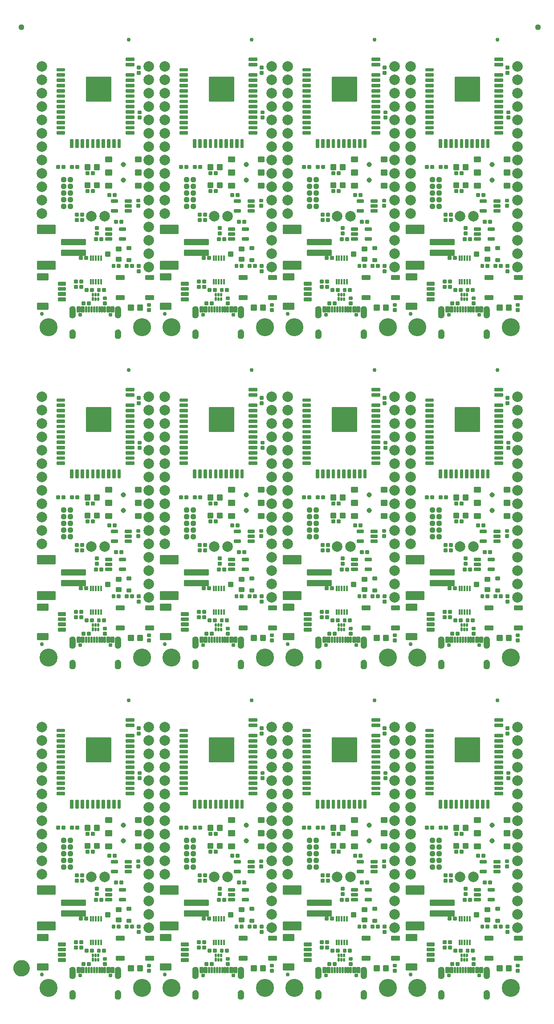
<source format=gts>
G04 EAGLE Gerber RS-274X export*
G75*
%MOMM*%
%FSLAX34Y34*%
%LPD*%
%INSoldermask Top*%
%IPPOS*%
%AMOC8*
5,1,8,0,0,1.08239X$1,22.5*%
G01*
%ADD10C,0.227100*%
%ADD11C,0.428259*%
%ADD12C,0.231750*%
%ADD13C,0.762000*%
%ADD14C,0.225588*%
%ADD15C,0.225369*%
%ADD16C,0.225400*%
%ADD17C,0.224509*%
%ADD18C,3.429000*%
%ADD19C,0.230578*%
%ADD20C,0.777000*%
%ADD21C,0.222250*%
%ADD22C,0.223409*%
%ADD23C,2.006600*%
%ADD24C,0.225719*%
%ADD25C,0.236350*%
%ADD26R,0.400000X1.100000*%
%ADD27C,1.127000*%
%ADD28C,0.229969*%
%ADD29C,0.977000*%
%ADD30C,1.270000*%
%ADD31C,1.627000*%

G36*
X539744Y1297643D02*
X539744Y1297643D01*
X539750Y1297649D01*
X539755Y1297645D01*
X540985Y1298010D01*
X540990Y1298017D01*
X540995Y1298015D01*
X542114Y1298645D01*
X542117Y1298652D01*
X542123Y1298651D01*
X543073Y1299514D01*
X543074Y1299522D01*
X543080Y1299522D01*
X543814Y1300575D01*
X543814Y1300583D01*
X543819Y1300585D01*
X544301Y1301775D01*
X544299Y1301780D01*
X544303Y1301783D01*
X544302Y1301784D01*
X544304Y1301785D01*
X544509Y1303052D01*
X544506Y1303057D01*
X544509Y1303060D01*
X544509Y1315060D01*
X544506Y1315064D01*
X544509Y1315067D01*
X544354Y1316189D01*
X544349Y1316194D01*
X544352Y1316198D01*
X543981Y1317269D01*
X543975Y1317273D01*
X543977Y1317278D01*
X543404Y1318255D01*
X543398Y1318258D01*
X543399Y1318263D01*
X542646Y1319110D01*
X542639Y1319112D01*
X542639Y1319117D01*
X541736Y1319801D01*
X541729Y1319801D01*
X541728Y1319806D01*
X540709Y1320301D01*
X540702Y1320299D01*
X540700Y1320304D01*
X539603Y1320591D01*
X539597Y1320588D01*
X539594Y1320592D01*
X538463Y1320659D01*
X538457Y1320659D01*
X537326Y1320592D01*
X537321Y1320587D01*
X537317Y1320591D01*
X536220Y1320304D01*
X536216Y1320298D01*
X536211Y1320301D01*
X535192Y1319806D01*
X535189Y1319800D01*
X535184Y1319801D01*
X534281Y1319117D01*
X534279Y1319110D01*
X534274Y1319110D01*
X533521Y1318263D01*
X533521Y1318256D01*
X533516Y1318255D01*
X532943Y1317278D01*
X532944Y1317275D01*
X532943Y1317274D01*
X532944Y1317273D01*
X532944Y1317271D01*
X532939Y1317269D01*
X532568Y1316198D01*
X532570Y1316193D01*
X532567Y1316191D01*
X532567Y1316190D01*
X532566Y1316189D01*
X532411Y1315067D01*
X532414Y1315062D01*
X532411Y1315060D01*
X532411Y1303060D01*
X532414Y1303055D01*
X532411Y1303052D01*
X532616Y1301785D01*
X532622Y1301779D01*
X532619Y1301775D01*
X533101Y1300585D01*
X533108Y1300581D01*
X533106Y1300575D01*
X533840Y1299522D01*
X533848Y1299520D01*
X533847Y1299514D01*
X534797Y1298651D01*
X534806Y1298650D01*
X534806Y1298645D01*
X535925Y1298015D01*
X535933Y1298016D01*
X535935Y1298010D01*
X537165Y1297645D01*
X537173Y1297648D01*
X537176Y1297643D01*
X538457Y1297561D01*
X538461Y1297564D01*
X538463Y1297561D01*
X539744Y1297643D01*
G37*
G36*
X72384Y1297643D02*
X72384Y1297643D01*
X72390Y1297649D01*
X72395Y1297645D01*
X73625Y1298010D01*
X73630Y1298017D01*
X73635Y1298015D01*
X74754Y1298645D01*
X74757Y1298652D01*
X74763Y1298651D01*
X75713Y1299514D01*
X75714Y1299522D01*
X75720Y1299522D01*
X76454Y1300575D01*
X76454Y1300583D01*
X76459Y1300585D01*
X76941Y1301775D01*
X76939Y1301780D01*
X76943Y1301783D01*
X76942Y1301784D01*
X76944Y1301785D01*
X77149Y1303052D01*
X77146Y1303057D01*
X77149Y1303060D01*
X77149Y1315060D01*
X77146Y1315064D01*
X77149Y1315067D01*
X76994Y1316189D01*
X76989Y1316194D01*
X76992Y1316198D01*
X76621Y1317269D01*
X76615Y1317273D01*
X76617Y1317278D01*
X76044Y1318255D01*
X76038Y1318258D01*
X76039Y1318263D01*
X75286Y1319110D01*
X75279Y1319112D01*
X75279Y1319117D01*
X74376Y1319801D01*
X74369Y1319801D01*
X74368Y1319806D01*
X73349Y1320301D01*
X73342Y1320299D01*
X73340Y1320304D01*
X72243Y1320591D01*
X72237Y1320588D01*
X72234Y1320592D01*
X71103Y1320659D01*
X71097Y1320659D01*
X69966Y1320592D01*
X69961Y1320587D01*
X69957Y1320591D01*
X68860Y1320304D01*
X68856Y1320298D01*
X68851Y1320301D01*
X67832Y1319806D01*
X67829Y1319800D01*
X67824Y1319801D01*
X66921Y1319117D01*
X66919Y1319110D01*
X66914Y1319110D01*
X66161Y1318263D01*
X66161Y1318256D01*
X66156Y1318255D01*
X65583Y1317278D01*
X65584Y1317275D01*
X65583Y1317274D01*
X65584Y1317273D01*
X65584Y1317271D01*
X65579Y1317269D01*
X65208Y1316198D01*
X65210Y1316193D01*
X65207Y1316191D01*
X65207Y1316190D01*
X65206Y1316189D01*
X65051Y1315067D01*
X65054Y1315062D01*
X65051Y1315060D01*
X65051Y1303060D01*
X65054Y1303055D01*
X65051Y1303052D01*
X65256Y1301785D01*
X65262Y1301779D01*
X65259Y1301775D01*
X65741Y1300585D01*
X65748Y1300581D01*
X65746Y1300575D01*
X66480Y1299522D01*
X66488Y1299520D01*
X66487Y1299514D01*
X67437Y1298651D01*
X67446Y1298650D01*
X67446Y1298645D01*
X68565Y1298015D01*
X68573Y1298016D01*
X68575Y1298010D01*
X69805Y1297645D01*
X69813Y1297648D01*
X69816Y1297643D01*
X71097Y1297561D01*
X71101Y1297564D01*
X71103Y1297561D01*
X72384Y1297643D01*
G37*
G36*
X306064Y1297643D02*
X306064Y1297643D01*
X306070Y1297649D01*
X306075Y1297645D01*
X307305Y1298010D01*
X307310Y1298017D01*
X307315Y1298015D01*
X308434Y1298645D01*
X308437Y1298652D01*
X308443Y1298651D01*
X309393Y1299514D01*
X309394Y1299522D01*
X309400Y1299522D01*
X310134Y1300575D01*
X310134Y1300583D01*
X310139Y1300585D01*
X310621Y1301775D01*
X310619Y1301780D01*
X310623Y1301783D01*
X310622Y1301784D01*
X310624Y1301785D01*
X310829Y1303052D01*
X310826Y1303057D01*
X310829Y1303060D01*
X310829Y1315060D01*
X310826Y1315064D01*
X310829Y1315067D01*
X310674Y1316189D01*
X310669Y1316194D01*
X310672Y1316198D01*
X310301Y1317269D01*
X310295Y1317273D01*
X310297Y1317278D01*
X309724Y1318255D01*
X309718Y1318258D01*
X309719Y1318263D01*
X308966Y1319110D01*
X308959Y1319112D01*
X308959Y1319117D01*
X308056Y1319801D01*
X308049Y1319801D01*
X308048Y1319806D01*
X307029Y1320301D01*
X307022Y1320299D01*
X307020Y1320304D01*
X305923Y1320591D01*
X305917Y1320588D01*
X305914Y1320592D01*
X304783Y1320659D01*
X304777Y1320659D01*
X303646Y1320592D01*
X303641Y1320587D01*
X303637Y1320591D01*
X302540Y1320304D01*
X302536Y1320298D01*
X302531Y1320301D01*
X301512Y1319806D01*
X301509Y1319800D01*
X301504Y1319801D01*
X300601Y1319117D01*
X300599Y1319110D01*
X300594Y1319110D01*
X299841Y1318263D01*
X299841Y1318256D01*
X299836Y1318255D01*
X299263Y1317278D01*
X299264Y1317275D01*
X299263Y1317274D01*
X299264Y1317273D01*
X299264Y1317271D01*
X299259Y1317269D01*
X298888Y1316198D01*
X298890Y1316193D01*
X298887Y1316191D01*
X298887Y1316190D01*
X298886Y1316189D01*
X298731Y1315067D01*
X298734Y1315062D01*
X298731Y1315060D01*
X298731Y1303060D01*
X298734Y1303055D01*
X298731Y1303052D01*
X298936Y1301785D01*
X298942Y1301779D01*
X298939Y1301775D01*
X299421Y1300585D01*
X299428Y1300581D01*
X299426Y1300575D01*
X300160Y1299522D01*
X300168Y1299520D01*
X300167Y1299514D01*
X301117Y1298651D01*
X301126Y1298650D01*
X301126Y1298645D01*
X302245Y1298015D01*
X302253Y1298016D01*
X302255Y1298010D01*
X303485Y1297645D01*
X303493Y1297648D01*
X303496Y1297643D01*
X304777Y1297561D01*
X304781Y1297564D01*
X304783Y1297561D01*
X306064Y1297643D01*
G37*
G36*
X158784Y1297643D02*
X158784Y1297643D01*
X158790Y1297649D01*
X158795Y1297645D01*
X160025Y1298010D01*
X160030Y1298017D01*
X160035Y1298015D01*
X161154Y1298645D01*
X161157Y1298652D01*
X161163Y1298651D01*
X162113Y1299514D01*
X162114Y1299522D01*
X162120Y1299522D01*
X162854Y1300575D01*
X162854Y1300583D01*
X162859Y1300585D01*
X163341Y1301775D01*
X163339Y1301780D01*
X163343Y1301783D01*
X163342Y1301784D01*
X163344Y1301785D01*
X163549Y1303052D01*
X163546Y1303057D01*
X163549Y1303060D01*
X163549Y1315060D01*
X163546Y1315064D01*
X163549Y1315067D01*
X163394Y1316189D01*
X163389Y1316194D01*
X163392Y1316198D01*
X163021Y1317269D01*
X163015Y1317273D01*
X163017Y1317278D01*
X162444Y1318255D01*
X162438Y1318258D01*
X162439Y1318263D01*
X161686Y1319110D01*
X161679Y1319112D01*
X161679Y1319117D01*
X160776Y1319801D01*
X160769Y1319801D01*
X160768Y1319806D01*
X159749Y1320301D01*
X159742Y1320299D01*
X159740Y1320304D01*
X158643Y1320591D01*
X158637Y1320588D01*
X158634Y1320592D01*
X157503Y1320659D01*
X157497Y1320659D01*
X156366Y1320592D01*
X156361Y1320587D01*
X156357Y1320591D01*
X155260Y1320304D01*
X155256Y1320298D01*
X155251Y1320301D01*
X154232Y1319806D01*
X154229Y1319800D01*
X154224Y1319801D01*
X153321Y1319117D01*
X153319Y1319110D01*
X153314Y1319110D01*
X152561Y1318263D01*
X152561Y1318256D01*
X152556Y1318255D01*
X151983Y1317278D01*
X151984Y1317275D01*
X151983Y1317274D01*
X151984Y1317273D01*
X151984Y1317271D01*
X151979Y1317269D01*
X151608Y1316198D01*
X151610Y1316193D01*
X151607Y1316191D01*
X151607Y1316190D01*
X151606Y1316189D01*
X151451Y1315067D01*
X151454Y1315062D01*
X151451Y1315060D01*
X151451Y1303060D01*
X151454Y1303055D01*
X151451Y1303052D01*
X151656Y1301785D01*
X151662Y1301779D01*
X151659Y1301775D01*
X152141Y1300585D01*
X152148Y1300581D01*
X152146Y1300575D01*
X152880Y1299522D01*
X152888Y1299520D01*
X152887Y1299514D01*
X153837Y1298651D01*
X153846Y1298650D01*
X153846Y1298645D01*
X154965Y1298015D01*
X154973Y1298016D01*
X154975Y1298010D01*
X156205Y1297645D01*
X156213Y1297648D01*
X156216Y1297643D01*
X157497Y1297561D01*
X157501Y1297564D01*
X157503Y1297561D01*
X158784Y1297643D01*
G37*
G36*
X392464Y1297643D02*
X392464Y1297643D01*
X392470Y1297649D01*
X392475Y1297645D01*
X393705Y1298010D01*
X393710Y1298017D01*
X393715Y1298015D01*
X394834Y1298645D01*
X394837Y1298652D01*
X394843Y1298651D01*
X395793Y1299514D01*
X395794Y1299522D01*
X395800Y1299522D01*
X396534Y1300575D01*
X396534Y1300583D01*
X396539Y1300585D01*
X397021Y1301775D01*
X397019Y1301780D01*
X397023Y1301783D01*
X397022Y1301784D01*
X397024Y1301785D01*
X397229Y1303052D01*
X397226Y1303057D01*
X397229Y1303060D01*
X397229Y1315060D01*
X397226Y1315064D01*
X397229Y1315067D01*
X397074Y1316189D01*
X397069Y1316194D01*
X397072Y1316198D01*
X396701Y1317269D01*
X396695Y1317273D01*
X396697Y1317278D01*
X396124Y1318255D01*
X396118Y1318258D01*
X396119Y1318263D01*
X395366Y1319110D01*
X395359Y1319112D01*
X395359Y1319117D01*
X394456Y1319801D01*
X394449Y1319801D01*
X394448Y1319806D01*
X393429Y1320301D01*
X393422Y1320299D01*
X393420Y1320304D01*
X392323Y1320591D01*
X392317Y1320588D01*
X392314Y1320592D01*
X391183Y1320659D01*
X391177Y1320659D01*
X390046Y1320592D01*
X390041Y1320587D01*
X390037Y1320591D01*
X388940Y1320304D01*
X388936Y1320298D01*
X388931Y1320301D01*
X387912Y1319806D01*
X387909Y1319800D01*
X387904Y1319801D01*
X387001Y1319117D01*
X386999Y1319110D01*
X386994Y1319110D01*
X386241Y1318263D01*
X386241Y1318256D01*
X386236Y1318255D01*
X385663Y1317278D01*
X385664Y1317275D01*
X385663Y1317274D01*
X385664Y1317273D01*
X385664Y1317271D01*
X385659Y1317269D01*
X385288Y1316198D01*
X385290Y1316193D01*
X385287Y1316191D01*
X385287Y1316190D01*
X385286Y1316189D01*
X385131Y1315067D01*
X385134Y1315062D01*
X385131Y1315060D01*
X385131Y1303060D01*
X385134Y1303055D01*
X385131Y1303052D01*
X385336Y1301785D01*
X385342Y1301779D01*
X385339Y1301775D01*
X385821Y1300585D01*
X385828Y1300581D01*
X385826Y1300575D01*
X386560Y1299522D01*
X386568Y1299520D01*
X386567Y1299514D01*
X387517Y1298651D01*
X387526Y1298650D01*
X387526Y1298645D01*
X388645Y1298015D01*
X388653Y1298016D01*
X388655Y1298010D01*
X389885Y1297645D01*
X389893Y1297648D01*
X389896Y1297643D01*
X391177Y1297561D01*
X391181Y1297564D01*
X391183Y1297561D01*
X392464Y1297643D01*
G37*
G36*
X626144Y1297643D02*
X626144Y1297643D01*
X626150Y1297649D01*
X626155Y1297645D01*
X627385Y1298010D01*
X627390Y1298017D01*
X627395Y1298015D01*
X628514Y1298645D01*
X628517Y1298652D01*
X628523Y1298651D01*
X629473Y1299514D01*
X629474Y1299522D01*
X629480Y1299522D01*
X630214Y1300575D01*
X630214Y1300583D01*
X630219Y1300585D01*
X630701Y1301775D01*
X630699Y1301780D01*
X630703Y1301783D01*
X630702Y1301784D01*
X630704Y1301785D01*
X630909Y1303052D01*
X630906Y1303057D01*
X630909Y1303060D01*
X630909Y1315060D01*
X630906Y1315064D01*
X630909Y1315067D01*
X630754Y1316189D01*
X630749Y1316194D01*
X630752Y1316198D01*
X630381Y1317269D01*
X630375Y1317273D01*
X630377Y1317278D01*
X629804Y1318255D01*
X629798Y1318258D01*
X629799Y1318263D01*
X629046Y1319110D01*
X629039Y1319112D01*
X629039Y1319117D01*
X628136Y1319801D01*
X628129Y1319801D01*
X628128Y1319806D01*
X627109Y1320301D01*
X627102Y1320299D01*
X627100Y1320304D01*
X626003Y1320591D01*
X625997Y1320588D01*
X625994Y1320592D01*
X624863Y1320659D01*
X624857Y1320659D01*
X623726Y1320592D01*
X623721Y1320587D01*
X623717Y1320591D01*
X622620Y1320304D01*
X622616Y1320298D01*
X622611Y1320301D01*
X621592Y1319806D01*
X621589Y1319800D01*
X621584Y1319801D01*
X620681Y1319117D01*
X620679Y1319110D01*
X620674Y1319110D01*
X619921Y1318263D01*
X619921Y1318256D01*
X619916Y1318255D01*
X619343Y1317278D01*
X619344Y1317275D01*
X619343Y1317274D01*
X619344Y1317273D01*
X619344Y1317271D01*
X619339Y1317269D01*
X618968Y1316198D01*
X618970Y1316193D01*
X618967Y1316191D01*
X618967Y1316190D01*
X618966Y1316189D01*
X618811Y1315067D01*
X618814Y1315062D01*
X618811Y1315060D01*
X618811Y1303060D01*
X618814Y1303055D01*
X618811Y1303052D01*
X619016Y1301785D01*
X619022Y1301779D01*
X619019Y1301775D01*
X619501Y1300585D01*
X619508Y1300581D01*
X619506Y1300575D01*
X620240Y1299522D01*
X620248Y1299520D01*
X620247Y1299514D01*
X621197Y1298651D01*
X621206Y1298650D01*
X621206Y1298645D01*
X622325Y1298015D01*
X622333Y1298016D01*
X622335Y1298010D01*
X623565Y1297645D01*
X623573Y1297648D01*
X623576Y1297643D01*
X624857Y1297561D01*
X624861Y1297564D01*
X624863Y1297561D01*
X626144Y1297643D01*
G37*
G36*
X859824Y1297643D02*
X859824Y1297643D01*
X859830Y1297649D01*
X859835Y1297645D01*
X861065Y1298010D01*
X861070Y1298017D01*
X861075Y1298015D01*
X862194Y1298645D01*
X862197Y1298652D01*
X862203Y1298651D01*
X863153Y1299514D01*
X863154Y1299522D01*
X863160Y1299522D01*
X863894Y1300575D01*
X863894Y1300583D01*
X863899Y1300585D01*
X864381Y1301775D01*
X864379Y1301780D01*
X864383Y1301783D01*
X864382Y1301784D01*
X864384Y1301785D01*
X864589Y1303052D01*
X864586Y1303057D01*
X864589Y1303060D01*
X864589Y1315060D01*
X864586Y1315064D01*
X864589Y1315067D01*
X864434Y1316189D01*
X864429Y1316194D01*
X864432Y1316198D01*
X864061Y1317269D01*
X864055Y1317273D01*
X864057Y1317278D01*
X863484Y1318255D01*
X863478Y1318258D01*
X863479Y1318263D01*
X862726Y1319110D01*
X862719Y1319112D01*
X862719Y1319117D01*
X861816Y1319801D01*
X861809Y1319801D01*
X861808Y1319806D01*
X860789Y1320301D01*
X860782Y1320299D01*
X860780Y1320304D01*
X859683Y1320591D01*
X859677Y1320588D01*
X859674Y1320592D01*
X858543Y1320659D01*
X858537Y1320659D01*
X857406Y1320592D01*
X857401Y1320587D01*
X857397Y1320591D01*
X856300Y1320304D01*
X856296Y1320298D01*
X856291Y1320301D01*
X855272Y1319806D01*
X855269Y1319800D01*
X855264Y1319801D01*
X854361Y1319117D01*
X854359Y1319110D01*
X854354Y1319110D01*
X853601Y1318263D01*
X853601Y1318256D01*
X853596Y1318255D01*
X853023Y1317278D01*
X853024Y1317275D01*
X853023Y1317274D01*
X853024Y1317273D01*
X853024Y1317271D01*
X853019Y1317269D01*
X852648Y1316198D01*
X852650Y1316193D01*
X852647Y1316191D01*
X852647Y1316190D01*
X852646Y1316189D01*
X852491Y1315067D01*
X852494Y1315062D01*
X852491Y1315060D01*
X852491Y1303060D01*
X852494Y1303055D01*
X852491Y1303052D01*
X852696Y1301785D01*
X852702Y1301779D01*
X852699Y1301775D01*
X853181Y1300585D01*
X853188Y1300581D01*
X853186Y1300575D01*
X853920Y1299522D01*
X853928Y1299520D01*
X853927Y1299514D01*
X854877Y1298651D01*
X854886Y1298650D01*
X854886Y1298645D01*
X856005Y1298015D01*
X856013Y1298016D01*
X856015Y1298010D01*
X857245Y1297645D01*
X857253Y1297648D01*
X857256Y1297643D01*
X858537Y1297561D01*
X858541Y1297564D01*
X858543Y1297561D01*
X859824Y1297643D01*
G37*
G36*
X773424Y1297643D02*
X773424Y1297643D01*
X773430Y1297649D01*
X773435Y1297645D01*
X774665Y1298010D01*
X774670Y1298017D01*
X774675Y1298015D01*
X775794Y1298645D01*
X775797Y1298652D01*
X775803Y1298651D01*
X776753Y1299514D01*
X776754Y1299522D01*
X776760Y1299522D01*
X777494Y1300575D01*
X777494Y1300583D01*
X777499Y1300585D01*
X777981Y1301775D01*
X777979Y1301780D01*
X777983Y1301783D01*
X777982Y1301784D01*
X777984Y1301785D01*
X778189Y1303052D01*
X778186Y1303057D01*
X778189Y1303060D01*
X778189Y1315060D01*
X778186Y1315064D01*
X778189Y1315067D01*
X778034Y1316189D01*
X778029Y1316194D01*
X778032Y1316198D01*
X777661Y1317269D01*
X777655Y1317273D01*
X777657Y1317278D01*
X777084Y1318255D01*
X777078Y1318258D01*
X777079Y1318263D01*
X776326Y1319110D01*
X776319Y1319112D01*
X776319Y1319117D01*
X775416Y1319801D01*
X775409Y1319801D01*
X775408Y1319806D01*
X774389Y1320301D01*
X774382Y1320299D01*
X774380Y1320304D01*
X773283Y1320591D01*
X773277Y1320588D01*
X773274Y1320592D01*
X772143Y1320659D01*
X772137Y1320659D01*
X771006Y1320592D01*
X771001Y1320587D01*
X770997Y1320591D01*
X769900Y1320304D01*
X769896Y1320298D01*
X769891Y1320301D01*
X768872Y1319806D01*
X768869Y1319800D01*
X768864Y1319801D01*
X767961Y1319117D01*
X767959Y1319110D01*
X767954Y1319110D01*
X767201Y1318263D01*
X767201Y1318256D01*
X767196Y1318255D01*
X766623Y1317278D01*
X766624Y1317275D01*
X766623Y1317274D01*
X766624Y1317273D01*
X766624Y1317271D01*
X766619Y1317269D01*
X766248Y1316198D01*
X766250Y1316193D01*
X766247Y1316191D01*
X766247Y1316190D01*
X766246Y1316189D01*
X766091Y1315067D01*
X766094Y1315062D01*
X766091Y1315060D01*
X766091Y1303060D01*
X766094Y1303055D01*
X766091Y1303052D01*
X766296Y1301785D01*
X766302Y1301779D01*
X766299Y1301775D01*
X766781Y1300585D01*
X766788Y1300581D01*
X766786Y1300575D01*
X767520Y1299522D01*
X767528Y1299520D01*
X767527Y1299514D01*
X768477Y1298651D01*
X768486Y1298650D01*
X768486Y1298645D01*
X769605Y1298015D01*
X769613Y1298016D01*
X769615Y1298010D01*
X770845Y1297645D01*
X770853Y1297648D01*
X770856Y1297643D01*
X772137Y1297561D01*
X772141Y1297564D01*
X772143Y1297561D01*
X773424Y1297643D01*
G37*
G36*
X626144Y670263D02*
X626144Y670263D01*
X626150Y670269D01*
X626155Y670265D01*
X627385Y670630D01*
X627390Y670637D01*
X627395Y670635D01*
X628514Y671265D01*
X628517Y671272D01*
X628523Y671271D01*
X629473Y672134D01*
X629474Y672142D01*
X629480Y672142D01*
X630214Y673195D01*
X630214Y673203D01*
X630219Y673205D01*
X630701Y674395D01*
X630699Y674400D01*
X630703Y674403D01*
X630702Y674404D01*
X630704Y674405D01*
X630909Y675672D01*
X630906Y675677D01*
X630909Y675680D01*
X630909Y687680D01*
X630906Y687684D01*
X630909Y687687D01*
X630754Y688809D01*
X630749Y688814D01*
X630752Y688818D01*
X630381Y689889D01*
X630375Y689893D01*
X630377Y689898D01*
X629804Y690875D01*
X629798Y690878D01*
X629799Y690883D01*
X629046Y691730D01*
X629039Y691732D01*
X629039Y691737D01*
X628136Y692421D01*
X628129Y692421D01*
X628128Y692426D01*
X627109Y692921D01*
X627102Y692919D01*
X627100Y692924D01*
X626003Y693211D01*
X625997Y693208D01*
X625994Y693212D01*
X624863Y693279D01*
X624857Y693279D01*
X623726Y693212D01*
X623721Y693207D01*
X623717Y693211D01*
X622620Y692924D01*
X622616Y692918D01*
X622611Y692921D01*
X621592Y692426D01*
X621589Y692420D01*
X621584Y692421D01*
X620681Y691737D01*
X620679Y691730D01*
X620674Y691730D01*
X619921Y690883D01*
X619921Y690876D01*
X619916Y690875D01*
X619343Y689898D01*
X619344Y689895D01*
X619343Y689894D01*
X619344Y689893D01*
X619344Y689891D01*
X619339Y689889D01*
X618968Y688818D01*
X618970Y688813D01*
X618967Y688811D01*
X618967Y688810D01*
X618966Y688809D01*
X618811Y687687D01*
X618814Y687682D01*
X618811Y687680D01*
X618811Y675680D01*
X618814Y675675D01*
X618811Y675672D01*
X619016Y674405D01*
X619022Y674399D01*
X619019Y674395D01*
X619501Y673205D01*
X619508Y673201D01*
X619506Y673195D01*
X620240Y672142D01*
X620248Y672140D01*
X620247Y672134D01*
X621197Y671271D01*
X621206Y671270D01*
X621206Y671265D01*
X622325Y670635D01*
X622333Y670636D01*
X622335Y670630D01*
X623565Y670265D01*
X623573Y670268D01*
X623576Y670263D01*
X624857Y670181D01*
X624861Y670184D01*
X624863Y670181D01*
X626144Y670263D01*
G37*
G36*
X392464Y670263D02*
X392464Y670263D01*
X392470Y670269D01*
X392475Y670265D01*
X393705Y670630D01*
X393710Y670637D01*
X393715Y670635D01*
X394834Y671265D01*
X394837Y671272D01*
X394843Y671271D01*
X395793Y672134D01*
X395794Y672142D01*
X395800Y672142D01*
X396534Y673195D01*
X396534Y673203D01*
X396539Y673205D01*
X397021Y674395D01*
X397019Y674400D01*
X397023Y674403D01*
X397022Y674404D01*
X397024Y674405D01*
X397229Y675672D01*
X397226Y675677D01*
X397229Y675680D01*
X397229Y687680D01*
X397226Y687684D01*
X397229Y687687D01*
X397074Y688809D01*
X397069Y688814D01*
X397072Y688818D01*
X396701Y689889D01*
X396695Y689893D01*
X396697Y689898D01*
X396124Y690875D01*
X396118Y690878D01*
X396119Y690883D01*
X395366Y691730D01*
X395359Y691732D01*
X395359Y691737D01*
X394456Y692421D01*
X394449Y692421D01*
X394448Y692426D01*
X393429Y692921D01*
X393422Y692919D01*
X393420Y692924D01*
X392323Y693211D01*
X392317Y693208D01*
X392314Y693212D01*
X391183Y693279D01*
X391177Y693279D01*
X390046Y693212D01*
X390041Y693207D01*
X390037Y693211D01*
X388940Y692924D01*
X388936Y692918D01*
X388931Y692921D01*
X387912Y692426D01*
X387909Y692420D01*
X387904Y692421D01*
X387001Y691737D01*
X386999Y691730D01*
X386994Y691730D01*
X386241Y690883D01*
X386241Y690876D01*
X386236Y690875D01*
X385663Y689898D01*
X385664Y689895D01*
X385663Y689894D01*
X385664Y689893D01*
X385664Y689891D01*
X385659Y689889D01*
X385288Y688818D01*
X385290Y688813D01*
X385287Y688811D01*
X385287Y688810D01*
X385286Y688809D01*
X385131Y687687D01*
X385134Y687682D01*
X385131Y687680D01*
X385131Y675680D01*
X385134Y675675D01*
X385131Y675672D01*
X385336Y674405D01*
X385342Y674399D01*
X385339Y674395D01*
X385821Y673205D01*
X385828Y673201D01*
X385826Y673195D01*
X386560Y672142D01*
X386568Y672140D01*
X386567Y672134D01*
X387517Y671271D01*
X387526Y671270D01*
X387526Y671265D01*
X388645Y670635D01*
X388653Y670636D01*
X388655Y670630D01*
X389885Y670265D01*
X389893Y670268D01*
X389896Y670263D01*
X391177Y670181D01*
X391181Y670184D01*
X391183Y670181D01*
X392464Y670263D01*
G37*
G36*
X306064Y670263D02*
X306064Y670263D01*
X306070Y670269D01*
X306075Y670265D01*
X307305Y670630D01*
X307310Y670637D01*
X307315Y670635D01*
X308434Y671265D01*
X308437Y671272D01*
X308443Y671271D01*
X309393Y672134D01*
X309394Y672142D01*
X309400Y672142D01*
X310134Y673195D01*
X310134Y673203D01*
X310139Y673205D01*
X310621Y674395D01*
X310619Y674400D01*
X310623Y674403D01*
X310622Y674404D01*
X310624Y674405D01*
X310829Y675672D01*
X310826Y675677D01*
X310829Y675680D01*
X310829Y687680D01*
X310826Y687684D01*
X310829Y687687D01*
X310674Y688809D01*
X310669Y688814D01*
X310672Y688818D01*
X310301Y689889D01*
X310295Y689893D01*
X310297Y689898D01*
X309724Y690875D01*
X309718Y690878D01*
X309719Y690883D01*
X308966Y691730D01*
X308959Y691732D01*
X308959Y691737D01*
X308056Y692421D01*
X308049Y692421D01*
X308048Y692426D01*
X307029Y692921D01*
X307022Y692919D01*
X307020Y692924D01*
X305923Y693211D01*
X305917Y693208D01*
X305914Y693212D01*
X304783Y693279D01*
X304777Y693279D01*
X303646Y693212D01*
X303641Y693207D01*
X303637Y693211D01*
X302540Y692924D01*
X302536Y692918D01*
X302531Y692921D01*
X301512Y692426D01*
X301509Y692420D01*
X301504Y692421D01*
X300601Y691737D01*
X300599Y691730D01*
X300594Y691730D01*
X299841Y690883D01*
X299841Y690876D01*
X299836Y690875D01*
X299263Y689898D01*
X299264Y689895D01*
X299263Y689894D01*
X299264Y689893D01*
X299264Y689891D01*
X299259Y689889D01*
X298888Y688818D01*
X298890Y688813D01*
X298887Y688811D01*
X298887Y688810D01*
X298886Y688809D01*
X298731Y687687D01*
X298734Y687682D01*
X298731Y687680D01*
X298731Y675680D01*
X298734Y675675D01*
X298731Y675672D01*
X298936Y674405D01*
X298942Y674399D01*
X298939Y674395D01*
X299421Y673205D01*
X299428Y673201D01*
X299426Y673195D01*
X300160Y672142D01*
X300168Y672140D01*
X300167Y672134D01*
X301117Y671271D01*
X301126Y671270D01*
X301126Y671265D01*
X302245Y670635D01*
X302253Y670636D01*
X302255Y670630D01*
X303485Y670265D01*
X303493Y670268D01*
X303496Y670263D01*
X304777Y670181D01*
X304781Y670184D01*
X304783Y670181D01*
X306064Y670263D01*
G37*
G36*
X72384Y670263D02*
X72384Y670263D01*
X72390Y670269D01*
X72395Y670265D01*
X73625Y670630D01*
X73630Y670637D01*
X73635Y670635D01*
X74754Y671265D01*
X74757Y671272D01*
X74763Y671271D01*
X75713Y672134D01*
X75714Y672142D01*
X75720Y672142D01*
X76454Y673195D01*
X76454Y673203D01*
X76459Y673205D01*
X76941Y674395D01*
X76939Y674400D01*
X76943Y674403D01*
X76942Y674404D01*
X76944Y674405D01*
X77149Y675672D01*
X77146Y675677D01*
X77149Y675680D01*
X77149Y687680D01*
X77146Y687684D01*
X77149Y687687D01*
X76994Y688809D01*
X76989Y688814D01*
X76992Y688818D01*
X76621Y689889D01*
X76615Y689893D01*
X76617Y689898D01*
X76044Y690875D01*
X76038Y690878D01*
X76039Y690883D01*
X75286Y691730D01*
X75279Y691732D01*
X75279Y691737D01*
X74376Y692421D01*
X74369Y692421D01*
X74368Y692426D01*
X73349Y692921D01*
X73342Y692919D01*
X73340Y692924D01*
X72243Y693211D01*
X72237Y693208D01*
X72234Y693212D01*
X71103Y693279D01*
X71097Y693279D01*
X69966Y693212D01*
X69961Y693207D01*
X69957Y693211D01*
X68860Y692924D01*
X68856Y692918D01*
X68851Y692921D01*
X67832Y692426D01*
X67829Y692420D01*
X67824Y692421D01*
X66921Y691737D01*
X66919Y691730D01*
X66914Y691730D01*
X66161Y690883D01*
X66161Y690876D01*
X66156Y690875D01*
X65583Y689898D01*
X65584Y689895D01*
X65583Y689894D01*
X65584Y689893D01*
X65584Y689891D01*
X65579Y689889D01*
X65208Y688818D01*
X65210Y688813D01*
X65207Y688811D01*
X65207Y688810D01*
X65206Y688809D01*
X65051Y687687D01*
X65054Y687682D01*
X65051Y687680D01*
X65051Y675680D01*
X65054Y675675D01*
X65051Y675672D01*
X65256Y674405D01*
X65262Y674399D01*
X65259Y674395D01*
X65741Y673205D01*
X65748Y673201D01*
X65746Y673195D01*
X66480Y672142D01*
X66488Y672140D01*
X66487Y672134D01*
X67437Y671271D01*
X67446Y671270D01*
X67446Y671265D01*
X68565Y670635D01*
X68573Y670636D01*
X68575Y670630D01*
X69805Y670265D01*
X69813Y670268D01*
X69816Y670263D01*
X71097Y670181D01*
X71101Y670184D01*
X71103Y670181D01*
X72384Y670263D01*
G37*
G36*
X859824Y670263D02*
X859824Y670263D01*
X859830Y670269D01*
X859835Y670265D01*
X861065Y670630D01*
X861070Y670637D01*
X861075Y670635D01*
X862194Y671265D01*
X862197Y671272D01*
X862203Y671271D01*
X863153Y672134D01*
X863154Y672142D01*
X863160Y672142D01*
X863894Y673195D01*
X863894Y673203D01*
X863899Y673205D01*
X864381Y674395D01*
X864379Y674400D01*
X864383Y674403D01*
X864382Y674404D01*
X864384Y674405D01*
X864589Y675672D01*
X864586Y675677D01*
X864589Y675680D01*
X864589Y687680D01*
X864586Y687684D01*
X864589Y687687D01*
X864434Y688809D01*
X864429Y688814D01*
X864432Y688818D01*
X864061Y689889D01*
X864055Y689893D01*
X864057Y689898D01*
X863484Y690875D01*
X863478Y690878D01*
X863479Y690883D01*
X862726Y691730D01*
X862719Y691732D01*
X862719Y691737D01*
X861816Y692421D01*
X861809Y692421D01*
X861808Y692426D01*
X860789Y692921D01*
X860782Y692919D01*
X860780Y692924D01*
X859683Y693211D01*
X859677Y693208D01*
X859674Y693212D01*
X858543Y693279D01*
X858537Y693279D01*
X857406Y693212D01*
X857401Y693207D01*
X857397Y693211D01*
X856300Y692924D01*
X856296Y692918D01*
X856291Y692921D01*
X855272Y692426D01*
X855269Y692420D01*
X855264Y692421D01*
X854361Y691737D01*
X854359Y691730D01*
X854354Y691730D01*
X853601Y690883D01*
X853601Y690876D01*
X853596Y690875D01*
X853023Y689898D01*
X853024Y689895D01*
X853023Y689894D01*
X853024Y689893D01*
X853024Y689891D01*
X853019Y689889D01*
X852648Y688818D01*
X852650Y688813D01*
X852647Y688811D01*
X852647Y688810D01*
X852646Y688809D01*
X852491Y687687D01*
X852494Y687682D01*
X852491Y687680D01*
X852491Y675680D01*
X852494Y675675D01*
X852491Y675672D01*
X852696Y674405D01*
X852702Y674399D01*
X852699Y674395D01*
X853181Y673205D01*
X853188Y673201D01*
X853186Y673195D01*
X853920Y672142D01*
X853928Y672140D01*
X853927Y672134D01*
X854877Y671271D01*
X854886Y671270D01*
X854886Y671265D01*
X856005Y670635D01*
X856013Y670636D01*
X856015Y670630D01*
X857245Y670265D01*
X857253Y670268D01*
X857256Y670263D01*
X858537Y670181D01*
X858541Y670184D01*
X858543Y670181D01*
X859824Y670263D01*
G37*
G36*
X539744Y670263D02*
X539744Y670263D01*
X539750Y670269D01*
X539755Y670265D01*
X540985Y670630D01*
X540990Y670637D01*
X540995Y670635D01*
X542114Y671265D01*
X542117Y671272D01*
X542123Y671271D01*
X543073Y672134D01*
X543074Y672142D01*
X543080Y672142D01*
X543814Y673195D01*
X543814Y673203D01*
X543819Y673205D01*
X544301Y674395D01*
X544299Y674400D01*
X544303Y674403D01*
X544302Y674404D01*
X544304Y674405D01*
X544509Y675672D01*
X544506Y675677D01*
X544509Y675680D01*
X544509Y687680D01*
X544506Y687684D01*
X544509Y687687D01*
X544354Y688809D01*
X544349Y688814D01*
X544352Y688818D01*
X543981Y689889D01*
X543975Y689893D01*
X543977Y689898D01*
X543404Y690875D01*
X543398Y690878D01*
X543399Y690883D01*
X542646Y691730D01*
X542639Y691732D01*
X542639Y691737D01*
X541736Y692421D01*
X541729Y692421D01*
X541728Y692426D01*
X540709Y692921D01*
X540702Y692919D01*
X540700Y692924D01*
X539603Y693211D01*
X539597Y693208D01*
X539594Y693212D01*
X538463Y693279D01*
X538457Y693279D01*
X537326Y693212D01*
X537321Y693207D01*
X537317Y693211D01*
X536220Y692924D01*
X536216Y692918D01*
X536211Y692921D01*
X535192Y692426D01*
X535189Y692420D01*
X535184Y692421D01*
X534281Y691737D01*
X534279Y691730D01*
X534274Y691730D01*
X533521Y690883D01*
X533521Y690876D01*
X533516Y690875D01*
X532943Y689898D01*
X532944Y689895D01*
X532943Y689894D01*
X532944Y689893D01*
X532944Y689891D01*
X532939Y689889D01*
X532568Y688818D01*
X532570Y688813D01*
X532567Y688811D01*
X532567Y688810D01*
X532566Y688809D01*
X532411Y687687D01*
X532414Y687682D01*
X532411Y687680D01*
X532411Y675680D01*
X532414Y675675D01*
X532411Y675672D01*
X532616Y674405D01*
X532622Y674399D01*
X532619Y674395D01*
X533101Y673205D01*
X533108Y673201D01*
X533106Y673195D01*
X533840Y672142D01*
X533848Y672140D01*
X533847Y672134D01*
X534797Y671271D01*
X534806Y671270D01*
X534806Y671265D01*
X535925Y670635D01*
X535933Y670636D01*
X535935Y670630D01*
X537165Y670265D01*
X537173Y670268D01*
X537176Y670263D01*
X538457Y670181D01*
X538461Y670184D01*
X538463Y670181D01*
X539744Y670263D01*
G37*
G36*
X158784Y670263D02*
X158784Y670263D01*
X158790Y670269D01*
X158795Y670265D01*
X160025Y670630D01*
X160030Y670637D01*
X160035Y670635D01*
X161154Y671265D01*
X161157Y671272D01*
X161163Y671271D01*
X162113Y672134D01*
X162114Y672142D01*
X162120Y672142D01*
X162854Y673195D01*
X162854Y673203D01*
X162859Y673205D01*
X163341Y674395D01*
X163339Y674400D01*
X163343Y674403D01*
X163342Y674404D01*
X163344Y674405D01*
X163549Y675672D01*
X163546Y675677D01*
X163549Y675680D01*
X163549Y687680D01*
X163546Y687684D01*
X163549Y687687D01*
X163394Y688809D01*
X163389Y688814D01*
X163392Y688818D01*
X163021Y689889D01*
X163015Y689893D01*
X163017Y689898D01*
X162444Y690875D01*
X162438Y690878D01*
X162439Y690883D01*
X161686Y691730D01*
X161679Y691732D01*
X161679Y691737D01*
X160776Y692421D01*
X160769Y692421D01*
X160768Y692426D01*
X159749Y692921D01*
X159742Y692919D01*
X159740Y692924D01*
X158643Y693211D01*
X158637Y693208D01*
X158634Y693212D01*
X157503Y693279D01*
X157497Y693279D01*
X156366Y693212D01*
X156361Y693207D01*
X156357Y693211D01*
X155260Y692924D01*
X155256Y692918D01*
X155251Y692921D01*
X154232Y692426D01*
X154229Y692420D01*
X154224Y692421D01*
X153321Y691737D01*
X153319Y691730D01*
X153314Y691730D01*
X152561Y690883D01*
X152561Y690876D01*
X152556Y690875D01*
X151983Y689898D01*
X151984Y689895D01*
X151983Y689894D01*
X151984Y689893D01*
X151984Y689891D01*
X151979Y689889D01*
X151608Y688818D01*
X151610Y688813D01*
X151607Y688811D01*
X151607Y688810D01*
X151606Y688809D01*
X151451Y687687D01*
X151454Y687682D01*
X151451Y687680D01*
X151451Y675680D01*
X151454Y675675D01*
X151451Y675672D01*
X151656Y674405D01*
X151662Y674399D01*
X151659Y674395D01*
X152141Y673205D01*
X152148Y673201D01*
X152146Y673195D01*
X152880Y672142D01*
X152888Y672140D01*
X152887Y672134D01*
X153837Y671271D01*
X153846Y671270D01*
X153846Y671265D01*
X154965Y670635D01*
X154973Y670636D01*
X154975Y670630D01*
X156205Y670265D01*
X156213Y670268D01*
X156216Y670263D01*
X157497Y670181D01*
X157501Y670184D01*
X157503Y670181D01*
X158784Y670263D01*
G37*
G36*
X773424Y670263D02*
X773424Y670263D01*
X773430Y670269D01*
X773435Y670265D01*
X774665Y670630D01*
X774670Y670637D01*
X774675Y670635D01*
X775794Y671265D01*
X775797Y671272D01*
X775803Y671271D01*
X776753Y672134D01*
X776754Y672142D01*
X776760Y672142D01*
X777494Y673195D01*
X777494Y673203D01*
X777499Y673205D01*
X777981Y674395D01*
X777979Y674400D01*
X777983Y674403D01*
X777982Y674404D01*
X777984Y674405D01*
X778189Y675672D01*
X778186Y675677D01*
X778189Y675680D01*
X778189Y687680D01*
X778186Y687684D01*
X778189Y687687D01*
X778034Y688809D01*
X778029Y688814D01*
X778032Y688818D01*
X777661Y689889D01*
X777655Y689893D01*
X777657Y689898D01*
X777084Y690875D01*
X777078Y690878D01*
X777079Y690883D01*
X776326Y691730D01*
X776319Y691732D01*
X776319Y691737D01*
X775416Y692421D01*
X775409Y692421D01*
X775408Y692426D01*
X774389Y692921D01*
X774382Y692919D01*
X774380Y692924D01*
X773283Y693211D01*
X773277Y693208D01*
X773274Y693212D01*
X772143Y693279D01*
X772137Y693279D01*
X771006Y693212D01*
X771001Y693207D01*
X770997Y693211D01*
X769900Y692924D01*
X769896Y692918D01*
X769891Y692921D01*
X768872Y692426D01*
X768869Y692420D01*
X768864Y692421D01*
X767961Y691737D01*
X767959Y691730D01*
X767954Y691730D01*
X767201Y690883D01*
X767201Y690876D01*
X767196Y690875D01*
X766623Y689898D01*
X766624Y689895D01*
X766623Y689894D01*
X766624Y689893D01*
X766624Y689891D01*
X766619Y689889D01*
X766248Y688818D01*
X766250Y688813D01*
X766247Y688811D01*
X766247Y688810D01*
X766246Y688809D01*
X766091Y687687D01*
X766094Y687682D01*
X766091Y687680D01*
X766091Y675680D01*
X766094Y675675D01*
X766091Y675672D01*
X766296Y674405D01*
X766302Y674399D01*
X766299Y674395D01*
X766781Y673205D01*
X766788Y673201D01*
X766786Y673195D01*
X767520Y672142D01*
X767528Y672140D01*
X767527Y672134D01*
X768477Y671271D01*
X768486Y671270D01*
X768486Y671265D01*
X769605Y670635D01*
X769613Y670636D01*
X769615Y670630D01*
X770845Y670265D01*
X770853Y670268D01*
X770856Y670263D01*
X772137Y670181D01*
X772141Y670184D01*
X772143Y670181D01*
X773424Y670263D01*
G37*
G36*
X626144Y42883D02*
X626144Y42883D01*
X626150Y42889D01*
X626155Y42885D01*
X627385Y43250D01*
X627390Y43257D01*
X627395Y43255D01*
X628514Y43885D01*
X628517Y43892D01*
X628523Y43891D01*
X629473Y44754D01*
X629474Y44762D01*
X629480Y44762D01*
X630214Y45815D01*
X630214Y45823D01*
X630219Y45825D01*
X630701Y47015D01*
X630699Y47020D01*
X630703Y47023D01*
X630702Y47024D01*
X630704Y47025D01*
X630909Y48292D01*
X630906Y48297D01*
X630909Y48300D01*
X630909Y60300D01*
X630906Y60304D01*
X630909Y60307D01*
X630754Y61429D01*
X630749Y61434D01*
X630752Y61438D01*
X630381Y62509D01*
X630375Y62513D01*
X630377Y62518D01*
X629804Y63495D01*
X629798Y63498D01*
X629799Y63503D01*
X629046Y64350D01*
X629039Y64352D01*
X629039Y64357D01*
X628136Y65041D01*
X628129Y65041D01*
X628128Y65046D01*
X627109Y65541D01*
X627102Y65539D01*
X627100Y65544D01*
X626003Y65831D01*
X625997Y65828D01*
X625994Y65832D01*
X624863Y65899D01*
X624857Y65899D01*
X623726Y65832D01*
X623721Y65827D01*
X623717Y65831D01*
X622620Y65544D01*
X622616Y65538D01*
X622611Y65541D01*
X621592Y65046D01*
X621589Y65040D01*
X621584Y65041D01*
X620681Y64357D01*
X620679Y64350D01*
X620674Y64350D01*
X619921Y63503D01*
X619921Y63496D01*
X619916Y63495D01*
X619343Y62518D01*
X619344Y62515D01*
X619343Y62514D01*
X619344Y62513D01*
X619344Y62511D01*
X619339Y62509D01*
X618968Y61438D01*
X618970Y61433D01*
X618967Y61431D01*
X618967Y61430D01*
X618966Y61429D01*
X618811Y60307D01*
X618814Y60302D01*
X618811Y60300D01*
X618811Y48300D01*
X618814Y48295D01*
X618811Y48292D01*
X619016Y47025D01*
X619022Y47019D01*
X619019Y47015D01*
X619501Y45825D01*
X619508Y45821D01*
X619506Y45815D01*
X620240Y44762D01*
X620248Y44760D01*
X620247Y44754D01*
X621197Y43891D01*
X621206Y43890D01*
X621206Y43885D01*
X622325Y43255D01*
X622333Y43256D01*
X622335Y43250D01*
X623565Y42885D01*
X623573Y42888D01*
X623576Y42883D01*
X624857Y42801D01*
X624861Y42804D01*
X624863Y42801D01*
X626144Y42883D01*
G37*
G36*
X158784Y42883D02*
X158784Y42883D01*
X158790Y42889D01*
X158795Y42885D01*
X160025Y43250D01*
X160030Y43257D01*
X160035Y43255D01*
X161154Y43885D01*
X161157Y43892D01*
X161163Y43891D01*
X162113Y44754D01*
X162114Y44762D01*
X162120Y44762D01*
X162854Y45815D01*
X162854Y45823D01*
X162859Y45825D01*
X163341Y47015D01*
X163339Y47020D01*
X163343Y47023D01*
X163342Y47024D01*
X163344Y47025D01*
X163549Y48292D01*
X163546Y48297D01*
X163549Y48300D01*
X163549Y60300D01*
X163546Y60304D01*
X163549Y60307D01*
X163394Y61429D01*
X163389Y61434D01*
X163392Y61438D01*
X163021Y62509D01*
X163015Y62513D01*
X163017Y62518D01*
X162444Y63495D01*
X162438Y63498D01*
X162439Y63503D01*
X161686Y64350D01*
X161679Y64352D01*
X161679Y64357D01*
X160776Y65041D01*
X160769Y65041D01*
X160768Y65046D01*
X159749Y65541D01*
X159742Y65539D01*
X159740Y65544D01*
X158643Y65831D01*
X158637Y65828D01*
X158634Y65832D01*
X157503Y65899D01*
X157497Y65899D01*
X156366Y65832D01*
X156361Y65827D01*
X156357Y65831D01*
X155260Y65544D01*
X155256Y65538D01*
X155251Y65541D01*
X154232Y65046D01*
X154229Y65040D01*
X154224Y65041D01*
X153321Y64357D01*
X153319Y64350D01*
X153314Y64350D01*
X152561Y63503D01*
X152561Y63496D01*
X152556Y63495D01*
X151983Y62518D01*
X151984Y62515D01*
X151983Y62514D01*
X151984Y62513D01*
X151984Y62511D01*
X151979Y62509D01*
X151608Y61438D01*
X151610Y61433D01*
X151607Y61431D01*
X151607Y61430D01*
X151606Y61429D01*
X151451Y60307D01*
X151454Y60302D01*
X151451Y60300D01*
X151451Y48300D01*
X151454Y48295D01*
X151451Y48292D01*
X151656Y47025D01*
X151662Y47019D01*
X151659Y47015D01*
X152141Y45825D01*
X152148Y45821D01*
X152146Y45815D01*
X152880Y44762D01*
X152888Y44760D01*
X152887Y44754D01*
X153837Y43891D01*
X153846Y43890D01*
X153846Y43885D01*
X154965Y43255D01*
X154973Y43256D01*
X154975Y43250D01*
X156205Y42885D01*
X156213Y42888D01*
X156216Y42883D01*
X157497Y42801D01*
X157501Y42804D01*
X157503Y42801D01*
X158784Y42883D01*
G37*
G36*
X392464Y42883D02*
X392464Y42883D01*
X392470Y42889D01*
X392475Y42885D01*
X393705Y43250D01*
X393710Y43257D01*
X393715Y43255D01*
X394834Y43885D01*
X394837Y43892D01*
X394843Y43891D01*
X395793Y44754D01*
X395794Y44762D01*
X395800Y44762D01*
X396534Y45815D01*
X396534Y45823D01*
X396539Y45825D01*
X397021Y47015D01*
X397019Y47020D01*
X397023Y47023D01*
X397022Y47024D01*
X397024Y47025D01*
X397229Y48292D01*
X397226Y48297D01*
X397229Y48300D01*
X397229Y60300D01*
X397226Y60304D01*
X397229Y60307D01*
X397074Y61429D01*
X397069Y61434D01*
X397072Y61438D01*
X396701Y62509D01*
X396695Y62513D01*
X396697Y62518D01*
X396124Y63495D01*
X396118Y63498D01*
X396119Y63503D01*
X395366Y64350D01*
X395359Y64352D01*
X395359Y64357D01*
X394456Y65041D01*
X394449Y65041D01*
X394448Y65046D01*
X393429Y65541D01*
X393422Y65539D01*
X393420Y65544D01*
X392323Y65831D01*
X392317Y65828D01*
X392314Y65832D01*
X391183Y65899D01*
X391177Y65899D01*
X390046Y65832D01*
X390041Y65827D01*
X390037Y65831D01*
X388940Y65544D01*
X388936Y65538D01*
X388931Y65541D01*
X387912Y65046D01*
X387909Y65040D01*
X387904Y65041D01*
X387001Y64357D01*
X386999Y64350D01*
X386994Y64350D01*
X386241Y63503D01*
X386241Y63496D01*
X386236Y63495D01*
X385663Y62518D01*
X385664Y62515D01*
X385663Y62514D01*
X385664Y62513D01*
X385664Y62511D01*
X385659Y62509D01*
X385288Y61438D01*
X385290Y61433D01*
X385287Y61431D01*
X385287Y61430D01*
X385286Y61429D01*
X385131Y60307D01*
X385134Y60302D01*
X385131Y60300D01*
X385131Y48300D01*
X385134Y48295D01*
X385131Y48292D01*
X385336Y47025D01*
X385342Y47019D01*
X385339Y47015D01*
X385821Y45825D01*
X385828Y45821D01*
X385826Y45815D01*
X386560Y44762D01*
X386568Y44760D01*
X386567Y44754D01*
X387517Y43891D01*
X387526Y43890D01*
X387526Y43885D01*
X388645Y43255D01*
X388653Y43256D01*
X388655Y43250D01*
X389885Y42885D01*
X389893Y42888D01*
X389896Y42883D01*
X391177Y42801D01*
X391181Y42804D01*
X391183Y42801D01*
X392464Y42883D01*
G37*
G36*
X539744Y42883D02*
X539744Y42883D01*
X539750Y42889D01*
X539755Y42885D01*
X540985Y43250D01*
X540990Y43257D01*
X540995Y43255D01*
X542114Y43885D01*
X542117Y43892D01*
X542123Y43891D01*
X543073Y44754D01*
X543074Y44762D01*
X543080Y44762D01*
X543814Y45815D01*
X543814Y45823D01*
X543819Y45825D01*
X544301Y47015D01*
X544299Y47020D01*
X544303Y47023D01*
X544302Y47024D01*
X544304Y47025D01*
X544509Y48292D01*
X544506Y48297D01*
X544509Y48300D01*
X544509Y60300D01*
X544506Y60304D01*
X544509Y60307D01*
X544354Y61429D01*
X544349Y61434D01*
X544352Y61438D01*
X543981Y62509D01*
X543975Y62513D01*
X543977Y62518D01*
X543404Y63495D01*
X543398Y63498D01*
X543399Y63503D01*
X542646Y64350D01*
X542639Y64352D01*
X542639Y64357D01*
X541736Y65041D01*
X541729Y65041D01*
X541728Y65046D01*
X540709Y65541D01*
X540702Y65539D01*
X540700Y65544D01*
X539603Y65831D01*
X539597Y65828D01*
X539594Y65832D01*
X538463Y65899D01*
X538457Y65899D01*
X537326Y65832D01*
X537321Y65827D01*
X537317Y65831D01*
X536220Y65544D01*
X536216Y65538D01*
X536211Y65541D01*
X535192Y65046D01*
X535189Y65040D01*
X535184Y65041D01*
X534281Y64357D01*
X534279Y64350D01*
X534274Y64350D01*
X533521Y63503D01*
X533521Y63496D01*
X533516Y63495D01*
X532943Y62518D01*
X532944Y62515D01*
X532943Y62514D01*
X532944Y62513D01*
X532944Y62511D01*
X532939Y62509D01*
X532568Y61438D01*
X532570Y61433D01*
X532567Y61431D01*
X532567Y61430D01*
X532566Y61429D01*
X532411Y60307D01*
X532414Y60302D01*
X532411Y60300D01*
X532411Y48300D01*
X532414Y48295D01*
X532411Y48292D01*
X532616Y47025D01*
X532622Y47019D01*
X532619Y47015D01*
X533101Y45825D01*
X533108Y45821D01*
X533106Y45815D01*
X533840Y44762D01*
X533848Y44760D01*
X533847Y44754D01*
X534797Y43891D01*
X534806Y43890D01*
X534806Y43885D01*
X535925Y43255D01*
X535933Y43256D01*
X535935Y43250D01*
X537165Y42885D01*
X537173Y42888D01*
X537176Y42883D01*
X538457Y42801D01*
X538461Y42804D01*
X538463Y42801D01*
X539744Y42883D01*
G37*
G36*
X859824Y42883D02*
X859824Y42883D01*
X859830Y42889D01*
X859835Y42885D01*
X861065Y43250D01*
X861070Y43257D01*
X861075Y43255D01*
X862194Y43885D01*
X862197Y43892D01*
X862203Y43891D01*
X863153Y44754D01*
X863154Y44762D01*
X863160Y44762D01*
X863894Y45815D01*
X863894Y45823D01*
X863899Y45825D01*
X864381Y47015D01*
X864379Y47020D01*
X864383Y47023D01*
X864382Y47024D01*
X864384Y47025D01*
X864589Y48292D01*
X864586Y48297D01*
X864589Y48300D01*
X864589Y60300D01*
X864586Y60304D01*
X864589Y60307D01*
X864434Y61429D01*
X864429Y61434D01*
X864432Y61438D01*
X864061Y62509D01*
X864055Y62513D01*
X864057Y62518D01*
X863484Y63495D01*
X863478Y63498D01*
X863479Y63503D01*
X862726Y64350D01*
X862719Y64352D01*
X862719Y64357D01*
X861816Y65041D01*
X861809Y65041D01*
X861808Y65046D01*
X860789Y65541D01*
X860782Y65539D01*
X860780Y65544D01*
X859683Y65831D01*
X859677Y65828D01*
X859674Y65832D01*
X858543Y65899D01*
X858537Y65899D01*
X857406Y65832D01*
X857401Y65827D01*
X857397Y65831D01*
X856300Y65544D01*
X856296Y65538D01*
X856291Y65541D01*
X855272Y65046D01*
X855269Y65040D01*
X855264Y65041D01*
X854361Y64357D01*
X854359Y64350D01*
X854354Y64350D01*
X853601Y63503D01*
X853601Y63496D01*
X853596Y63495D01*
X853023Y62518D01*
X853024Y62515D01*
X853023Y62514D01*
X853024Y62513D01*
X853024Y62511D01*
X853019Y62509D01*
X852648Y61438D01*
X852650Y61433D01*
X852647Y61431D01*
X852647Y61430D01*
X852646Y61429D01*
X852491Y60307D01*
X852494Y60302D01*
X852491Y60300D01*
X852491Y48300D01*
X852494Y48295D01*
X852491Y48292D01*
X852696Y47025D01*
X852702Y47019D01*
X852699Y47015D01*
X853181Y45825D01*
X853188Y45821D01*
X853186Y45815D01*
X853920Y44762D01*
X853928Y44760D01*
X853927Y44754D01*
X854877Y43891D01*
X854886Y43890D01*
X854886Y43885D01*
X856005Y43255D01*
X856013Y43256D01*
X856015Y43250D01*
X857245Y42885D01*
X857253Y42888D01*
X857256Y42883D01*
X858537Y42801D01*
X858541Y42804D01*
X858543Y42801D01*
X859824Y42883D01*
G37*
G36*
X306064Y42883D02*
X306064Y42883D01*
X306070Y42889D01*
X306075Y42885D01*
X307305Y43250D01*
X307310Y43257D01*
X307315Y43255D01*
X308434Y43885D01*
X308437Y43892D01*
X308443Y43891D01*
X309393Y44754D01*
X309394Y44762D01*
X309400Y44762D01*
X310134Y45815D01*
X310134Y45823D01*
X310139Y45825D01*
X310621Y47015D01*
X310619Y47020D01*
X310623Y47023D01*
X310622Y47024D01*
X310624Y47025D01*
X310829Y48292D01*
X310826Y48297D01*
X310829Y48300D01*
X310829Y60300D01*
X310826Y60304D01*
X310829Y60307D01*
X310674Y61429D01*
X310669Y61434D01*
X310672Y61438D01*
X310301Y62509D01*
X310295Y62513D01*
X310297Y62518D01*
X309724Y63495D01*
X309718Y63498D01*
X309719Y63503D01*
X308966Y64350D01*
X308959Y64352D01*
X308959Y64357D01*
X308056Y65041D01*
X308049Y65041D01*
X308048Y65046D01*
X307029Y65541D01*
X307022Y65539D01*
X307020Y65544D01*
X305923Y65831D01*
X305917Y65828D01*
X305914Y65832D01*
X304783Y65899D01*
X304777Y65899D01*
X303646Y65832D01*
X303641Y65827D01*
X303637Y65831D01*
X302540Y65544D01*
X302536Y65538D01*
X302531Y65541D01*
X301512Y65046D01*
X301509Y65040D01*
X301504Y65041D01*
X300601Y64357D01*
X300599Y64350D01*
X300594Y64350D01*
X299841Y63503D01*
X299841Y63496D01*
X299836Y63495D01*
X299263Y62518D01*
X299264Y62515D01*
X299263Y62514D01*
X299264Y62513D01*
X299264Y62511D01*
X299259Y62509D01*
X298888Y61438D01*
X298890Y61433D01*
X298887Y61431D01*
X298887Y61430D01*
X298886Y61429D01*
X298731Y60307D01*
X298734Y60302D01*
X298731Y60300D01*
X298731Y48300D01*
X298734Y48295D01*
X298731Y48292D01*
X298936Y47025D01*
X298942Y47019D01*
X298939Y47015D01*
X299421Y45825D01*
X299428Y45821D01*
X299426Y45815D01*
X300160Y44762D01*
X300168Y44760D01*
X300167Y44754D01*
X301117Y43891D01*
X301126Y43890D01*
X301126Y43885D01*
X302245Y43255D01*
X302253Y43256D01*
X302255Y43250D01*
X303485Y42885D01*
X303493Y42888D01*
X303496Y42883D01*
X304777Y42801D01*
X304781Y42804D01*
X304783Y42801D01*
X306064Y42883D01*
G37*
G36*
X773424Y42883D02*
X773424Y42883D01*
X773430Y42889D01*
X773435Y42885D01*
X774665Y43250D01*
X774670Y43257D01*
X774675Y43255D01*
X775794Y43885D01*
X775797Y43892D01*
X775803Y43891D01*
X776753Y44754D01*
X776754Y44762D01*
X776760Y44762D01*
X777494Y45815D01*
X777494Y45823D01*
X777499Y45825D01*
X777981Y47015D01*
X777979Y47020D01*
X777983Y47023D01*
X777982Y47024D01*
X777984Y47025D01*
X778189Y48292D01*
X778186Y48297D01*
X778189Y48300D01*
X778189Y60300D01*
X778186Y60304D01*
X778189Y60307D01*
X778034Y61429D01*
X778029Y61434D01*
X778032Y61438D01*
X777661Y62509D01*
X777655Y62513D01*
X777657Y62518D01*
X777084Y63495D01*
X777078Y63498D01*
X777079Y63503D01*
X776326Y64350D01*
X776319Y64352D01*
X776319Y64357D01*
X775416Y65041D01*
X775409Y65041D01*
X775408Y65046D01*
X774389Y65541D01*
X774382Y65539D01*
X774380Y65544D01*
X773283Y65831D01*
X773277Y65828D01*
X773274Y65832D01*
X772143Y65899D01*
X772137Y65899D01*
X771006Y65832D01*
X771001Y65827D01*
X770997Y65831D01*
X769900Y65544D01*
X769896Y65538D01*
X769891Y65541D01*
X768872Y65046D01*
X768869Y65040D01*
X768864Y65041D01*
X767961Y64357D01*
X767959Y64350D01*
X767954Y64350D01*
X767201Y63503D01*
X767201Y63496D01*
X767196Y63495D01*
X766623Y62518D01*
X766624Y62515D01*
X766623Y62514D01*
X766624Y62513D01*
X766624Y62511D01*
X766619Y62509D01*
X766248Y61438D01*
X766250Y61433D01*
X766247Y61431D01*
X766247Y61430D01*
X766246Y61429D01*
X766091Y60307D01*
X766094Y60302D01*
X766091Y60300D01*
X766091Y48300D01*
X766094Y48295D01*
X766091Y48292D01*
X766296Y47025D01*
X766302Y47019D01*
X766299Y47015D01*
X766781Y45825D01*
X766788Y45821D01*
X766786Y45815D01*
X767520Y44762D01*
X767528Y44760D01*
X767527Y44754D01*
X768477Y43891D01*
X768486Y43890D01*
X768486Y43885D01*
X769605Y43255D01*
X769613Y43256D01*
X769615Y43250D01*
X770845Y42885D01*
X770853Y42888D01*
X770856Y42883D01*
X772137Y42801D01*
X772141Y42804D01*
X772143Y42801D01*
X773424Y42883D01*
G37*
G36*
X72384Y42883D02*
X72384Y42883D01*
X72390Y42889D01*
X72395Y42885D01*
X73625Y43250D01*
X73630Y43257D01*
X73635Y43255D01*
X74754Y43885D01*
X74757Y43892D01*
X74763Y43891D01*
X75713Y44754D01*
X75714Y44762D01*
X75720Y44762D01*
X76454Y45815D01*
X76454Y45823D01*
X76459Y45825D01*
X76941Y47015D01*
X76939Y47020D01*
X76943Y47023D01*
X76942Y47024D01*
X76944Y47025D01*
X77149Y48292D01*
X77146Y48297D01*
X77149Y48300D01*
X77149Y60300D01*
X77146Y60304D01*
X77149Y60307D01*
X76994Y61429D01*
X76989Y61434D01*
X76992Y61438D01*
X76621Y62509D01*
X76615Y62513D01*
X76617Y62518D01*
X76044Y63495D01*
X76038Y63498D01*
X76039Y63503D01*
X75286Y64350D01*
X75279Y64352D01*
X75279Y64357D01*
X74376Y65041D01*
X74369Y65041D01*
X74368Y65046D01*
X73349Y65541D01*
X73342Y65539D01*
X73340Y65544D01*
X72243Y65831D01*
X72237Y65828D01*
X72234Y65832D01*
X71103Y65899D01*
X71097Y65899D01*
X69966Y65832D01*
X69961Y65827D01*
X69957Y65831D01*
X68860Y65544D01*
X68856Y65538D01*
X68851Y65541D01*
X67832Y65046D01*
X67829Y65040D01*
X67824Y65041D01*
X66921Y64357D01*
X66919Y64350D01*
X66914Y64350D01*
X66161Y63503D01*
X66161Y63496D01*
X66156Y63495D01*
X65583Y62518D01*
X65584Y62515D01*
X65583Y62514D01*
X65584Y62513D01*
X65584Y62511D01*
X65579Y62509D01*
X65208Y61438D01*
X65210Y61433D01*
X65207Y61431D01*
X65207Y61430D01*
X65206Y61429D01*
X65051Y60307D01*
X65054Y60302D01*
X65051Y60300D01*
X65051Y48300D01*
X65054Y48295D01*
X65051Y48292D01*
X65256Y47025D01*
X65262Y47019D01*
X65259Y47015D01*
X65741Y45825D01*
X65748Y45821D01*
X65746Y45815D01*
X66480Y44762D01*
X66488Y44760D01*
X66487Y44754D01*
X67437Y43891D01*
X67446Y43890D01*
X67446Y43885D01*
X68565Y43255D01*
X68573Y43256D01*
X68575Y43250D01*
X69805Y42885D01*
X69813Y42888D01*
X69816Y42883D01*
X71097Y42801D01*
X71101Y42804D01*
X71103Y42801D01*
X72384Y42883D01*
G37*
G36*
X305951Y630991D02*
X305951Y630991D01*
X305956Y630996D01*
X305960Y630993D01*
X307083Y631328D01*
X307087Y631334D01*
X307091Y631332D01*
X308127Y631880D01*
X308130Y631886D01*
X308135Y631885D01*
X309043Y632624D01*
X309045Y632631D01*
X309050Y632631D01*
X309797Y633533D01*
X309797Y633541D01*
X309803Y633541D01*
X310359Y634572D01*
X310358Y634579D01*
X310363Y634581D01*
X310707Y635700D01*
X310705Y635707D01*
X310709Y635710D01*
X310829Y636875D01*
X310827Y636878D01*
X310829Y636880D01*
X310829Y642880D01*
X310827Y642883D01*
X310829Y642885D01*
X310718Y644061D01*
X310713Y644066D01*
X310716Y644070D01*
X310378Y645202D01*
X310372Y645206D01*
X310374Y645211D01*
X309822Y646255D01*
X309815Y646258D01*
X309817Y646263D01*
X309071Y647179D01*
X309064Y647180D01*
X309064Y647186D01*
X308155Y647939D01*
X308147Y647939D01*
X308147Y647944D01*
X307107Y648505D01*
X307100Y648504D01*
X307098Y648509D01*
X305969Y648856D01*
X305963Y648854D01*
X305960Y648858D01*
X304785Y648979D01*
X304778Y648975D01*
X304774Y648979D01*
X303434Y648822D01*
X303428Y648817D01*
X303423Y648820D01*
X302152Y648369D01*
X302147Y648362D01*
X302142Y648364D01*
X301003Y647642D01*
X301000Y647634D01*
X300994Y647635D01*
X300044Y646677D01*
X300043Y646669D01*
X300037Y646668D01*
X299324Y645523D01*
X299325Y645515D01*
X299319Y645513D01*
X298879Y644237D01*
X298881Y644230D01*
X298877Y644227D01*
X298731Y642885D01*
X298733Y642882D01*
X298731Y642880D01*
X298731Y636880D01*
X298733Y636877D01*
X298731Y636874D01*
X298886Y635545D01*
X298892Y635539D01*
X298889Y635535D01*
X299336Y634274D01*
X299343Y634269D01*
X299341Y634264D01*
X300058Y633134D01*
X300065Y633131D01*
X300064Y633125D01*
X301015Y632183D01*
X301023Y632182D01*
X301023Y632176D01*
X302159Y631469D01*
X302167Y631470D01*
X302169Y631464D01*
X303434Y631028D01*
X303439Y631029D01*
X303440Y631029D01*
X303443Y631029D01*
X303445Y631025D01*
X304775Y630881D01*
X304781Y630885D01*
X304785Y630881D01*
X305951Y630991D01*
G37*
G36*
X392351Y630991D02*
X392351Y630991D01*
X392356Y630996D01*
X392360Y630993D01*
X393483Y631328D01*
X393487Y631334D01*
X393491Y631332D01*
X394527Y631880D01*
X394530Y631886D01*
X394535Y631885D01*
X395443Y632624D01*
X395445Y632631D01*
X395450Y632631D01*
X396197Y633533D01*
X396197Y633541D01*
X396203Y633541D01*
X396759Y634572D01*
X396758Y634579D01*
X396763Y634581D01*
X397107Y635700D01*
X397105Y635707D01*
X397109Y635710D01*
X397229Y636875D01*
X397227Y636878D01*
X397229Y636880D01*
X397229Y642880D01*
X397227Y642883D01*
X397229Y642885D01*
X397118Y644061D01*
X397113Y644066D01*
X397116Y644070D01*
X396778Y645202D01*
X396772Y645206D01*
X396774Y645211D01*
X396222Y646255D01*
X396215Y646258D01*
X396217Y646263D01*
X395471Y647179D01*
X395464Y647180D01*
X395464Y647186D01*
X394555Y647939D01*
X394547Y647939D01*
X394547Y647944D01*
X393507Y648505D01*
X393500Y648504D01*
X393498Y648509D01*
X392369Y648856D01*
X392363Y648854D01*
X392360Y648858D01*
X391185Y648979D01*
X391178Y648975D01*
X391174Y648979D01*
X389834Y648822D01*
X389828Y648817D01*
X389823Y648820D01*
X388552Y648369D01*
X388547Y648362D01*
X388542Y648364D01*
X387403Y647642D01*
X387400Y647634D01*
X387394Y647635D01*
X386444Y646677D01*
X386443Y646669D01*
X386437Y646668D01*
X385724Y645523D01*
X385725Y645515D01*
X385719Y645513D01*
X385279Y644237D01*
X385281Y644230D01*
X385277Y644227D01*
X385131Y642885D01*
X385133Y642882D01*
X385131Y642880D01*
X385131Y636880D01*
X385133Y636877D01*
X385131Y636874D01*
X385286Y635545D01*
X385292Y635539D01*
X385289Y635535D01*
X385736Y634274D01*
X385743Y634269D01*
X385741Y634264D01*
X386458Y633134D01*
X386465Y633131D01*
X386464Y633125D01*
X387415Y632183D01*
X387423Y632182D01*
X387423Y632176D01*
X388559Y631469D01*
X388567Y631470D01*
X388569Y631464D01*
X389834Y631028D01*
X389839Y631029D01*
X389840Y631029D01*
X389843Y631029D01*
X389845Y631025D01*
X391175Y630881D01*
X391181Y630885D01*
X391185Y630881D01*
X392351Y630991D01*
G37*
G36*
X859711Y630991D02*
X859711Y630991D01*
X859716Y630996D01*
X859720Y630993D01*
X860843Y631328D01*
X860847Y631334D01*
X860851Y631332D01*
X861887Y631880D01*
X861890Y631886D01*
X861895Y631885D01*
X862803Y632624D01*
X862805Y632631D01*
X862810Y632631D01*
X863557Y633533D01*
X863557Y633541D01*
X863563Y633541D01*
X864119Y634572D01*
X864118Y634579D01*
X864123Y634581D01*
X864467Y635700D01*
X864465Y635707D01*
X864469Y635710D01*
X864589Y636875D01*
X864587Y636878D01*
X864589Y636880D01*
X864589Y642880D01*
X864587Y642883D01*
X864589Y642885D01*
X864478Y644061D01*
X864473Y644066D01*
X864476Y644070D01*
X864138Y645202D01*
X864132Y645206D01*
X864134Y645211D01*
X863582Y646255D01*
X863575Y646258D01*
X863577Y646263D01*
X862831Y647179D01*
X862824Y647180D01*
X862824Y647186D01*
X861915Y647939D01*
X861907Y647939D01*
X861907Y647944D01*
X860867Y648505D01*
X860860Y648504D01*
X860858Y648509D01*
X859729Y648856D01*
X859723Y648854D01*
X859720Y648858D01*
X858545Y648979D01*
X858538Y648975D01*
X858534Y648979D01*
X857194Y648822D01*
X857188Y648817D01*
X857183Y648820D01*
X855912Y648369D01*
X855907Y648362D01*
X855902Y648364D01*
X854763Y647642D01*
X854760Y647634D01*
X854754Y647635D01*
X853804Y646677D01*
X853803Y646669D01*
X853797Y646668D01*
X853084Y645523D01*
X853085Y645515D01*
X853079Y645513D01*
X852639Y644237D01*
X852641Y644230D01*
X852637Y644227D01*
X852491Y642885D01*
X852493Y642882D01*
X852491Y642880D01*
X852491Y636880D01*
X852493Y636877D01*
X852491Y636874D01*
X852646Y635545D01*
X852652Y635539D01*
X852649Y635535D01*
X853096Y634274D01*
X853103Y634269D01*
X853101Y634264D01*
X853818Y633134D01*
X853825Y633131D01*
X853824Y633125D01*
X854775Y632183D01*
X854783Y632182D01*
X854783Y632176D01*
X855919Y631469D01*
X855927Y631470D01*
X855929Y631464D01*
X857194Y631028D01*
X857199Y631029D01*
X857200Y631029D01*
X857203Y631029D01*
X857205Y631025D01*
X858535Y630881D01*
X858541Y630885D01*
X858545Y630881D01*
X859711Y630991D01*
G37*
G36*
X539631Y630991D02*
X539631Y630991D01*
X539636Y630996D01*
X539640Y630993D01*
X540763Y631328D01*
X540767Y631334D01*
X540771Y631332D01*
X541807Y631880D01*
X541810Y631886D01*
X541815Y631885D01*
X542723Y632624D01*
X542725Y632631D01*
X542730Y632631D01*
X543477Y633533D01*
X543477Y633541D01*
X543483Y633541D01*
X544039Y634572D01*
X544038Y634579D01*
X544043Y634581D01*
X544387Y635700D01*
X544385Y635707D01*
X544389Y635710D01*
X544509Y636875D01*
X544507Y636878D01*
X544509Y636880D01*
X544509Y642880D01*
X544507Y642883D01*
X544509Y642885D01*
X544398Y644061D01*
X544393Y644066D01*
X544396Y644070D01*
X544058Y645202D01*
X544052Y645206D01*
X544054Y645211D01*
X543502Y646255D01*
X543495Y646258D01*
X543497Y646263D01*
X542751Y647179D01*
X542744Y647180D01*
X542744Y647186D01*
X541835Y647939D01*
X541827Y647939D01*
X541827Y647944D01*
X540787Y648505D01*
X540780Y648504D01*
X540778Y648509D01*
X539649Y648856D01*
X539643Y648854D01*
X539640Y648858D01*
X538465Y648979D01*
X538458Y648975D01*
X538454Y648979D01*
X537114Y648822D01*
X537108Y648817D01*
X537103Y648820D01*
X535832Y648369D01*
X535827Y648362D01*
X535822Y648364D01*
X534683Y647642D01*
X534680Y647634D01*
X534674Y647635D01*
X533724Y646677D01*
X533723Y646669D01*
X533717Y646668D01*
X533004Y645523D01*
X533005Y645515D01*
X532999Y645513D01*
X532559Y644237D01*
X532561Y644230D01*
X532557Y644227D01*
X532411Y642885D01*
X532413Y642882D01*
X532411Y642880D01*
X532411Y636880D01*
X532413Y636877D01*
X532411Y636874D01*
X532566Y635545D01*
X532572Y635539D01*
X532569Y635535D01*
X533016Y634274D01*
X533023Y634269D01*
X533021Y634264D01*
X533738Y633134D01*
X533745Y633131D01*
X533744Y633125D01*
X534695Y632183D01*
X534703Y632182D01*
X534703Y632176D01*
X535839Y631469D01*
X535847Y631470D01*
X535849Y631464D01*
X537114Y631028D01*
X537119Y631029D01*
X537120Y631029D01*
X537123Y631029D01*
X537125Y631025D01*
X538455Y630881D01*
X538461Y630885D01*
X538465Y630881D01*
X539631Y630991D01*
G37*
G36*
X158671Y630991D02*
X158671Y630991D01*
X158676Y630996D01*
X158680Y630993D01*
X159803Y631328D01*
X159807Y631334D01*
X159811Y631332D01*
X160847Y631880D01*
X160850Y631886D01*
X160855Y631885D01*
X161763Y632624D01*
X161765Y632631D01*
X161770Y632631D01*
X162517Y633533D01*
X162517Y633541D01*
X162523Y633541D01*
X163079Y634572D01*
X163078Y634579D01*
X163083Y634581D01*
X163427Y635700D01*
X163425Y635707D01*
X163429Y635710D01*
X163549Y636875D01*
X163547Y636878D01*
X163549Y636880D01*
X163549Y642880D01*
X163547Y642883D01*
X163549Y642885D01*
X163438Y644061D01*
X163433Y644066D01*
X163436Y644070D01*
X163098Y645202D01*
X163092Y645206D01*
X163094Y645211D01*
X162542Y646255D01*
X162535Y646258D01*
X162537Y646263D01*
X161791Y647179D01*
X161784Y647180D01*
X161784Y647186D01*
X160875Y647939D01*
X160867Y647939D01*
X160867Y647944D01*
X159827Y648505D01*
X159820Y648504D01*
X159818Y648509D01*
X158689Y648856D01*
X158683Y648854D01*
X158680Y648858D01*
X157505Y648979D01*
X157498Y648975D01*
X157494Y648979D01*
X156154Y648822D01*
X156148Y648817D01*
X156143Y648820D01*
X154872Y648369D01*
X154867Y648362D01*
X154862Y648364D01*
X153723Y647642D01*
X153720Y647634D01*
X153714Y647635D01*
X152764Y646677D01*
X152763Y646669D01*
X152757Y646668D01*
X152044Y645523D01*
X152045Y645515D01*
X152039Y645513D01*
X151599Y644237D01*
X151601Y644230D01*
X151597Y644227D01*
X151451Y642885D01*
X151453Y642882D01*
X151451Y642880D01*
X151451Y636880D01*
X151453Y636877D01*
X151451Y636874D01*
X151606Y635545D01*
X151612Y635539D01*
X151609Y635535D01*
X152056Y634274D01*
X152063Y634269D01*
X152061Y634264D01*
X152778Y633134D01*
X152785Y633131D01*
X152784Y633125D01*
X153735Y632183D01*
X153743Y632182D01*
X153743Y632176D01*
X154879Y631469D01*
X154887Y631470D01*
X154889Y631464D01*
X156154Y631028D01*
X156159Y631029D01*
X156160Y631029D01*
X156163Y631029D01*
X156165Y631025D01*
X157495Y630881D01*
X157501Y630885D01*
X157505Y630881D01*
X158671Y630991D01*
G37*
G36*
X773311Y630991D02*
X773311Y630991D01*
X773316Y630996D01*
X773320Y630993D01*
X774443Y631328D01*
X774447Y631334D01*
X774451Y631332D01*
X775487Y631880D01*
X775490Y631886D01*
X775495Y631885D01*
X776403Y632624D01*
X776405Y632631D01*
X776410Y632631D01*
X777157Y633533D01*
X777157Y633541D01*
X777163Y633541D01*
X777719Y634572D01*
X777718Y634579D01*
X777723Y634581D01*
X778067Y635700D01*
X778065Y635707D01*
X778069Y635710D01*
X778189Y636875D01*
X778187Y636878D01*
X778189Y636880D01*
X778189Y642880D01*
X778187Y642883D01*
X778189Y642885D01*
X778078Y644061D01*
X778073Y644066D01*
X778076Y644070D01*
X777738Y645202D01*
X777732Y645206D01*
X777734Y645211D01*
X777182Y646255D01*
X777175Y646258D01*
X777177Y646263D01*
X776431Y647179D01*
X776424Y647180D01*
X776424Y647186D01*
X775515Y647939D01*
X775507Y647939D01*
X775507Y647944D01*
X774467Y648505D01*
X774460Y648504D01*
X774458Y648509D01*
X773329Y648856D01*
X773323Y648854D01*
X773320Y648858D01*
X772145Y648979D01*
X772138Y648975D01*
X772134Y648979D01*
X770794Y648822D01*
X770788Y648817D01*
X770783Y648820D01*
X769512Y648369D01*
X769507Y648362D01*
X769502Y648364D01*
X768363Y647642D01*
X768360Y647634D01*
X768354Y647635D01*
X767404Y646677D01*
X767403Y646669D01*
X767397Y646668D01*
X766684Y645523D01*
X766685Y645515D01*
X766679Y645513D01*
X766239Y644237D01*
X766241Y644230D01*
X766237Y644227D01*
X766091Y642885D01*
X766093Y642882D01*
X766091Y642880D01*
X766091Y636880D01*
X766093Y636877D01*
X766091Y636874D01*
X766246Y635545D01*
X766252Y635539D01*
X766249Y635535D01*
X766696Y634274D01*
X766703Y634269D01*
X766701Y634264D01*
X767418Y633134D01*
X767425Y633131D01*
X767424Y633125D01*
X768375Y632183D01*
X768383Y632182D01*
X768383Y632176D01*
X769519Y631469D01*
X769527Y631470D01*
X769529Y631464D01*
X770794Y631028D01*
X770799Y631029D01*
X770800Y631029D01*
X770803Y631029D01*
X770805Y631025D01*
X772135Y630881D01*
X772141Y630885D01*
X772145Y630881D01*
X773311Y630991D01*
G37*
G36*
X72271Y630991D02*
X72271Y630991D01*
X72276Y630996D01*
X72280Y630993D01*
X73403Y631328D01*
X73407Y631334D01*
X73411Y631332D01*
X74447Y631880D01*
X74450Y631886D01*
X74455Y631885D01*
X75363Y632624D01*
X75365Y632631D01*
X75370Y632631D01*
X76117Y633533D01*
X76117Y633541D01*
X76123Y633541D01*
X76679Y634572D01*
X76678Y634579D01*
X76683Y634581D01*
X77027Y635700D01*
X77025Y635707D01*
X77029Y635710D01*
X77149Y636875D01*
X77147Y636878D01*
X77149Y636880D01*
X77149Y642880D01*
X77147Y642883D01*
X77149Y642885D01*
X77038Y644061D01*
X77033Y644066D01*
X77036Y644070D01*
X76698Y645202D01*
X76692Y645206D01*
X76694Y645211D01*
X76142Y646255D01*
X76135Y646258D01*
X76137Y646263D01*
X75391Y647179D01*
X75384Y647180D01*
X75384Y647186D01*
X74475Y647939D01*
X74467Y647939D01*
X74467Y647944D01*
X73427Y648505D01*
X73420Y648504D01*
X73418Y648509D01*
X72289Y648856D01*
X72283Y648854D01*
X72280Y648858D01*
X71105Y648979D01*
X71098Y648975D01*
X71094Y648979D01*
X69754Y648822D01*
X69748Y648817D01*
X69743Y648820D01*
X68472Y648369D01*
X68467Y648362D01*
X68462Y648364D01*
X67323Y647642D01*
X67320Y647634D01*
X67314Y647635D01*
X66364Y646677D01*
X66363Y646669D01*
X66357Y646668D01*
X65644Y645523D01*
X65645Y645515D01*
X65639Y645513D01*
X65199Y644237D01*
X65201Y644230D01*
X65197Y644227D01*
X65051Y642885D01*
X65053Y642882D01*
X65051Y642880D01*
X65051Y636880D01*
X65053Y636877D01*
X65051Y636874D01*
X65206Y635545D01*
X65212Y635539D01*
X65209Y635535D01*
X65656Y634274D01*
X65663Y634269D01*
X65661Y634264D01*
X66378Y633134D01*
X66385Y633131D01*
X66384Y633125D01*
X67335Y632183D01*
X67343Y632182D01*
X67343Y632176D01*
X68479Y631469D01*
X68487Y631470D01*
X68489Y631464D01*
X69754Y631028D01*
X69759Y631029D01*
X69760Y631029D01*
X69763Y631029D01*
X69765Y631025D01*
X71095Y630881D01*
X71101Y630885D01*
X71105Y630881D01*
X72271Y630991D01*
G37*
G36*
X626031Y630991D02*
X626031Y630991D01*
X626036Y630996D01*
X626040Y630993D01*
X627163Y631328D01*
X627167Y631334D01*
X627171Y631332D01*
X628207Y631880D01*
X628210Y631886D01*
X628215Y631885D01*
X629123Y632624D01*
X629125Y632631D01*
X629130Y632631D01*
X629877Y633533D01*
X629877Y633541D01*
X629883Y633541D01*
X630439Y634572D01*
X630438Y634579D01*
X630443Y634581D01*
X630787Y635700D01*
X630785Y635707D01*
X630789Y635710D01*
X630909Y636875D01*
X630907Y636878D01*
X630909Y636880D01*
X630909Y642880D01*
X630907Y642883D01*
X630909Y642885D01*
X630798Y644061D01*
X630793Y644066D01*
X630796Y644070D01*
X630458Y645202D01*
X630452Y645206D01*
X630454Y645211D01*
X629902Y646255D01*
X629895Y646258D01*
X629897Y646263D01*
X629151Y647179D01*
X629144Y647180D01*
X629144Y647186D01*
X628235Y647939D01*
X628227Y647939D01*
X628227Y647944D01*
X627187Y648505D01*
X627180Y648504D01*
X627178Y648509D01*
X626049Y648856D01*
X626043Y648854D01*
X626040Y648858D01*
X624865Y648979D01*
X624858Y648975D01*
X624854Y648979D01*
X623514Y648822D01*
X623508Y648817D01*
X623503Y648820D01*
X622232Y648369D01*
X622227Y648362D01*
X622222Y648364D01*
X621083Y647642D01*
X621080Y647634D01*
X621074Y647635D01*
X620124Y646677D01*
X620123Y646669D01*
X620117Y646668D01*
X619404Y645523D01*
X619405Y645515D01*
X619399Y645513D01*
X618959Y644237D01*
X618961Y644230D01*
X618957Y644227D01*
X618811Y642885D01*
X618813Y642882D01*
X618811Y642880D01*
X618811Y636880D01*
X618813Y636877D01*
X618811Y636874D01*
X618966Y635545D01*
X618972Y635539D01*
X618969Y635535D01*
X619416Y634274D01*
X619423Y634269D01*
X619421Y634264D01*
X620138Y633134D01*
X620145Y633131D01*
X620144Y633125D01*
X621095Y632183D01*
X621103Y632182D01*
X621103Y632176D01*
X622239Y631469D01*
X622247Y631470D01*
X622249Y631464D01*
X623514Y631028D01*
X623519Y631029D01*
X623520Y631029D01*
X623523Y631029D01*
X623525Y631025D01*
X624855Y630881D01*
X624861Y630885D01*
X624865Y630881D01*
X626031Y630991D01*
G37*
G36*
X859711Y1258371D02*
X859711Y1258371D01*
X859716Y1258376D01*
X859720Y1258373D01*
X860843Y1258708D01*
X860847Y1258714D01*
X860851Y1258712D01*
X861887Y1259260D01*
X861890Y1259266D01*
X861895Y1259265D01*
X862803Y1260004D01*
X862805Y1260011D01*
X862810Y1260011D01*
X863557Y1260913D01*
X863557Y1260921D01*
X863563Y1260921D01*
X864119Y1261952D01*
X864118Y1261959D01*
X864123Y1261961D01*
X864467Y1263080D01*
X864465Y1263087D01*
X864469Y1263090D01*
X864589Y1264255D01*
X864587Y1264258D01*
X864589Y1264260D01*
X864589Y1270260D01*
X864587Y1270263D01*
X864589Y1270265D01*
X864478Y1271441D01*
X864473Y1271446D01*
X864476Y1271450D01*
X864138Y1272582D01*
X864132Y1272586D01*
X864134Y1272591D01*
X863582Y1273635D01*
X863575Y1273638D01*
X863577Y1273643D01*
X862831Y1274559D01*
X862824Y1274560D01*
X862824Y1274566D01*
X861915Y1275319D01*
X861907Y1275319D01*
X861907Y1275324D01*
X860867Y1275885D01*
X860860Y1275884D01*
X860858Y1275889D01*
X859729Y1276236D01*
X859723Y1276234D01*
X859720Y1276238D01*
X858545Y1276359D01*
X858538Y1276355D01*
X858534Y1276359D01*
X857194Y1276202D01*
X857188Y1276197D01*
X857183Y1276200D01*
X855912Y1275749D01*
X855907Y1275742D01*
X855902Y1275744D01*
X854763Y1275022D01*
X854760Y1275014D01*
X854754Y1275015D01*
X853804Y1274057D01*
X853803Y1274049D01*
X853797Y1274048D01*
X853084Y1272903D01*
X853085Y1272895D01*
X853079Y1272893D01*
X852639Y1271617D01*
X852641Y1271610D01*
X852637Y1271607D01*
X852491Y1270265D01*
X852493Y1270262D01*
X852491Y1270260D01*
X852491Y1264260D01*
X852493Y1264257D01*
X852491Y1264254D01*
X852646Y1262925D01*
X852652Y1262919D01*
X852649Y1262915D01*
X853096Y1261654D01*
X853103Y1261649D01*
X853101Y1261644D01*
X853818Y1260514D01*
X853825Y1260511D01*
X853824Y1260505D01*
X854775Y1259563D01*
X854783Y1259562D01*
X854783Y1259556D01*
X855919Y1258849D01*
X855927Y1258850D01*
X855929Y1258844D01*
X857194Y1258408D01*
X857199Y1258409D01*
X857200Y1258409D01*
X857203Y1258409D01*
X857205Y1258405D01*
X858535Y1258261D01*
X858541Y1258265D01*
X858545Y1258261D01*
X859711Y1258371D01*
G37*
G36*
X158671Y1258371D02*
X158671Y1258371D01*
X158676Y1258376D01*
X158680Y1258373D01*
X159803Y1258708D01*
X159807Y1258714D01*
X159811Y1258712D01*
X160847Y1259260D01*
X160850Y1259266D01*
X160855Y1259265D01*
X161763Y1260004D01*
X161765Y1260011D01*
X161770Y1260011D01*
X162517Y1260913D01*
X162517Y1260921D01*
X162523Y1260921D01*
X163079Y1261952D01*
X163078Y1261959D01*
X163083Y1261961D01*
X163427Y1263080D01*
X163425Y1263087D01*
X163429Y1263090D01*
X163549Y1264255D01*
X163547Y1264258D01*
X163549Y1264260D01*
X163549Y1270260D01*
X163547Y1270263D01*
X163549Y1270265D01*
X163438Y1271441D01*
X163433Y1271446D01*
X163436Y1271450D01*
X163098Y1272582D01*
X163092Y1272586D01*
X163094Y1272591D01*
X162542Y1273635D01*
X162535Y1273638D01*
X162537Y1273643D01*
X161791Y1274559D01*
X161784Y1274560D01*
X161784Y1274566D01*
X160875Y1275319D01*
X160867Y1275319D01*
X160867Y1275324D01*
X159827Y1275885D01*
X159820Y1275884D01*
X159818Y1275889D01*
X158689Y1276236D01*
X158683Y1276234D01*
X158680Y1276238D01*
X157505Y1276359D01*
X157498Y1276355D01*
X157494Y1276359D01*
X156154Y1276202D01*
X156148Y1276197D01*
X156143Y1276200D01*
X154872Y1275749D01*
X154867Y1275742D01*
X154862Y1275744D01*
X153723Y1275022D01*
X153720Y1275014D01*
X153714Y1275015D01*
X152764Y1274057D01*
X152763Y1274049D01*
X152757Y1274048D01*
X152044Y1272903D01*
X152045Y1272895D01*
X152039Y1272893D01*
X151599Y1271617D01*
X151601Y1271610D01*
X151597Y1271607D01*
X151451Y1270265D01*
X151453Y1270262D01*
X151451Y1270260D01*
X151451Y1264260D01*
X151453Y1264257D01*
X151451Y1264254D01*
X151606Y1262925D01*
X151612Y1262919D01*
X151609Y1262915D01*
X152056Y1261654D01*
X152063Y1261649D01*
X152061Y1261644D01*
X152778Y1260514D01*
X152785Y1260511D01*
X152784Y1260505D01*
X153735Y1259563D01*
X153743Y1259562D01*
X153743Y1259556D01*
X154879Y1258849D01*
X154887Y1258850D01*
X154889Y1258844D01*
X156154Y1258408D01*
X156159Y1258409D01*
X156160Y1258409D01*
X156163Y1258409D01*
X156165Y1258405D01*
X157495Y1258261D01*
X157501Y1258265D01*
X157505Y1258261D01*
X158671Y1258371D01*
G37*
G36*
X773311Y1258371D02*
X773311Y1258371D01*
X773316Y1258376D01*
X773320Y1258373D01*
X774443Y1258708D01*
X774447Y1258714D01*
X774451Y1258712D01*
X775487Y1259260D01*
X775490Y1259266D01*
X775495Y1259265D01*
X776403Y1260004D01*
X776405Y1260011D01*
X776410Y1260011D01*
X777157Y1260913D01*
X777157Y1260921D01*
X777163Y1260921D01*
X777719Y1261952D01*
X777718Y1261959D01*
X777723Y1261961D01*
X778067Y1263080D01*
X778065Y1263087D01*
X778069Y1263090D01*
X778189Y1264255D01*
X778187Y1264258D01*
X778189Y1264260D01*
X778189Y1270260D01*
X778187Y1270263D01*
X778189Y1270265D01*
X778078Y1271441D01*
X778073Y1271446D01*
X778076Y1271450D01*
X777738Y1272582D01*
X777732Y1272586D01*
X777734Y1272591D01*
X777182Y1273635D01*
X777175Y1273638D01*
X777177Y1273643D01*
X776431Y1274559D01*
X776424Y1274560D01*
X776424Y1274566D01*
X775515Y1275319D01*
X775507Y1275319D01*
X775507Y1275324D01*
X774467Y1275885D01*
X774460Y1275884D01*
X774458Y1275889D01*
X773329Y1276236D01*
X773323Y1276234D01*
X773320Y1276238D01*
X772145Y1276359D01*
X772138Y1276355D01*
X772134Y1276359D01*
X770794Y1276202D01*
X770788Y1276197D01*
X770783Y1276200D01*
X769512Y1275749D01*
X769507Y1275742D01*
X769502Y1275744D01*
X768363Y1275022D01*
X768360Y1275014D01*
X768354Y1275015D01*
X767404Y1274057D01*
X767403Y1274049D01*
X767397Y1274048D01*
X766684Y1272903D01*
X766685Y1272895D01*
X766679Y1272893D01*
X766239Y1271617D01*
X766241Y1271610D01*
X766237Y1271607D01*
X766091Y1270265D01*
X766093Y1270262D01*
X766091Y1270260D01*
X766091Y1264260D01*
X766093Y1264257D01*
X766091Y1264254D01*
X766246Y1262925D01*
X766252Y1262919D01*
X766249Y1262915D01*
X766696Y1261654D01*
X766703Y1261649D01*
X766701Y1261644D01*
X767418Y1260514D01*
X767425Y1260511D01*
X767424Y1260505D01*
X768375Y1259563D01*
X768383Y1259562D01*
X768383Y1259556D01*
X769519Y1258849D01*
X769527Y1258850D01*
X769529Y1258844D01*
X770794Y1258408D01*
X770799Y1258409D01*
X770800Y1258409D01*
X770803Y1258409D01*
X770805Y1258405D01*
X772135Y1258261D01*
X772141Y1258265D01*
X772145Y1258261D01*
X773311Y1258371D01*
G37*
G36*
X626031Y1258371D02*
X626031Y1258371D01*
X626036Y1258376D01*
X626040Y1258373D01*
X627163Y1258708D01*
X627167Y1258714D01*
X627171Y1258712D01*
X628207Y1259260D01*
X628210Y1259266D01*
X628215Y1259265D01*
X629123Y1260004D01*
X629125Y1260011D01*
X629130Y1260011D01*
X629877Y1260913D01*
X629877Y1260921D01*
X629883Y1260921D01*
X630439Y1261952D01*
X630438Y1261959D01*
X630443Y1261961D01*
X630787Y1263080D01*
X630785Y1263087D01*
X630789Y1263090D01*
X630909Y1264255D01*
X630907Y1264258D01*
X630909Y1264260D01*
X630909Y1270260D01*
X630907Y1270263D01*
X630909Y1270265D01*
X630798Y1271441D01*
X630793Y1271446D01*
X630796Y1271450D01*
X630458Y1272582D01*
X630452Y1272586D01*
X630454Y1272591D01*
X629902Y1273635D01*
X629895Y1273638D01*
X629897Y1273643D01*
X629151Y1274559D01*
X629144Y1274560D01*
X629144Y1274566D01*
X628235Y1275319D01*
X628227Y1275319D01*
X628227Y1275324D01*
X627187Y1275885D01*
X627180Y1275884D01*
X627178Y1275889D01*
X626049Y1276236D01*
X626043Y1276234D01*
X626040Y1276238D01*
X624865Y1276359D01*
X624858Y1276355D01*
X624854Y1276359D01*
X623514Y1276202D01*
X623508Y1276197D01*
X623503Y1276200D01*
X622232Y1275749D01*
X622227Y1275742D01*
X622222Y1275744D01*
X621083Y1275022D01*
X621080Y1275014D01*
X621074Y1275015D01*
X620124Y1274057D01*
X620123Y1274049D01*
X620117Y1274048D01*
X619404Y1272903D01*
X619405Y1272895D01*
X619399Y1272893D01*
X618959Y1271617D01*
X618961Y1271610D01*
X618957Y1271607D01*
X618811Y1270265D01*
X618813Y1270262D01*
X618811Y1270260D01*
X618811Y1264260D01*
X618813Y1264257D01*
X618811Y1264254D01*
X618966Y1262925D01*
X618972Y1262919D01*
X618969Y1262915D01*
X619416Y1261654D01*
X619423Y1261649D01*
X619421Y1261644D01*
X620138Y1260514D01*
X620145Y1260511D01*
X620144Y1260505D01*
X621095Y1259563D01*
X621103Y1259562D01*
X621103Y1259556D01*
X622239Y1258849D01*
X622247Y1258850D01*
X622249Y1258844D01*
X623514Y1258408D01*
X623519Y1258409D01*
X623520Y1258409D01*
X623523Y1258409D01*
X623525Y1258405D01*
X624855Y1258261D01*
X624861Y1258265D01*
X624865Y1258261D01*
X626031Y1258371D01*
G37*
G36*
X305951Y1258371D02*
X305951Y1258371D01*
X305956Y1258376D01*
X305960Y1258373D01*
X307083Y1258708D01*
X307087Y1258714D01*
X307091Y1258712D01*
X308127Y1259260D01*
X308130Y1259266D01*
X308135Y1259265D01*
X309043Y1260004D01*
X309045Y1260011D01*
X309050Y1260011D01*
X309797Y1260913D01*
X309797Y1260921D01*
X309803Y1260921D01*
X310359Y1261952D01*
X310358Y1261959D01*
X310363Y1261961D01*
X310707Y1263080D01*
X310705Y1263087D01*
X310709Y1263090D01*
X310829Y1264255D01*
X310827Y1264258D01*
X310829Y1264260D01*
X310829Y1270260D01*
X310827Y1270263D01*
X310829Y1270265D01*
X310718Y1271441D01*
X310713Y1271446D01*
X310716Y1271450D01*
X310378Y1272582D01*
X310372Y1272586D01*
X310374Y1272591D01*
X309822Y1273635D01*
X309815Y1273638D01*
X309817Y1273643D01*
X309071Y1274559D01*
X309064Y1274560D01*
X309064Y1274566D01*
X308155Y1275319D01*
X308147Y1275319D01*
X308147Y1275324D01*
X307107Y1275885D01*
X307100Y1275884D01*
X307098Y1275889D01*
X305969Y1276236D01*
X305963Y1276234D01*
X305960Y1276238D01*
X304785Y1276359D01*
X304778Y1276355D01*
X304774Y1276359D01*
X303434Y1276202D01*
X303428Y1276197D01*
X303423Y1276200D01*
X302152Y1275749D01*
X302147Y1275742D01*
X302142Y1275744D01*
X301003Y1275022D01*
X301000Y1275014D01*
X300994Y1275015D01*
X300044Y1274057D01*
X300043Y1274049D01*
X300037Y1274048D01*
X299324Y1272903D01*
X299325Y1272895D01*
X299319Y1272893D01*
X298879Y1271617D01*
X298881Y1271610D01*
X298877Y1271607D01*
X298731Y1270265D01*
X298733Y1270262D01*
X298731Y1270260D01*
X298731Y1264260D01*
X298733Y1264257D01*
X298731Y1264254D01*
X298886Y1262925D01*
X298892Y1262919D01*
X298889Y1262915D01*
X299336Y1261654D01*
X299343Y1261649D01*
X299341Y1261644D01*
X300058Y1260514D01*
X300065Y1260511D01*
X300064Y1260505D01*
X301015Y1259563D01*
X301023Y1259562D01*
X301023Y1259556D01*
X302159Y1258849D01*
X302167Y1258850D01*
X302169Y1258844D01*
X303434Y1258408D01*
X303439Y1258409D01*
X303440Y1258409D01*
X303443Y1258409D01*
X303445Y1258405D01*
X304775Y1258261D01*
X304781Y1258265D01*
X304785Y1258261D01*
X305951Y1258371D01*
G37*
G36*
X539631Y1258371D02*
X539631Y1258371D01*
X539636Y1258376D01*
X539640Y1258373D01*
X540763Y1258708D01*
X540767Y1258714D01*
X540771Y1258712D01*
X541807Y1259260D01*
X541810Y1259266D01*
X541815Y1259265D01*
X542723Y1260004D01*
X542725Y1260011D01*
X542730Y1260011D01*
X543477Y1260913D01*
X543477Y1260921D01*
X543483Y1260921D01*
X544039Y1261952D01*
X544038Y1261959D01*
X544043Y1261961D01*
X544387Y1263080D01*
X544385Y1263087D01*
X544389Y1263090D01*
X544509Y1264255D01*
X544507Y1264258D01*
X544509Y1264260D01*
X544509Y1270260D01*
X544507Y1270263D01*
X544509Y1270265D01*
X544398Y1271441D01*
X544393Y1271446D01*
X544396Y1271450D01*
X544058Y1272582D01*
X544052Y1272586D01*
X544054Y1272591D01*
X543502Y1273635D01*
X543495Y1273638D01*
X543497Y1273643D01*
X542751Y1274559D01*
X542744Y1274560D01*
X542744Y1274566D01*
X541835Y1275319D01*
X541827Y1275319D01*
X541827Y1275324D01*
X540787Y1275885D01*
X540780Y1275884D01*
X540778Y1275889D01*
X539649Y1276236D01*
X539643Y1276234D01*
X539640Y1276238D01*
X538465Y1276359D01*
X538458Y1276355D01*
X538454Y1276359D01*
X537114Y1276202D01*
X537108Y1276197D01*
X537103Y1276200D01*
X535832Y1275749D01*
X535827Y1275742D01*
X535822Y1275744D01*
X534683Y1275022D01*
X534680Y1275014D01*
X534674Y1275015D01*
X533724Y1274057D01*
X533723Y1274049D01*
X533717Y1274048D01*
X533004Y1272903D01*
X533005Y1272895D01*
X532999Y1272893D01*
X532559Y1271617D01*
X532561Y1271610D01*
X532557Y1271607D01*
X532411Y1270265D01*
X532413Y1270262D01*
X532411Y1270260D01*
X532411Y1264260D01*
X532413Y1264257D01*
X532411Y1264254D01*
X532566Y1262925D01*
X532572Y1262919D01*
X532569Y1262915D01*
X533016Y1261654D01*
X533023Y1261649D01*
X533021Y1261644D01*
X533738Y1260514D01*
X533745Y1260511D01*
X533744Y1260505D01*
X534695Y1259563D01*
X534703Y1259562D01*
X534703Y1259556D01*
X535839Y1258849D01*
X535847Y1258850D01*
X535849Y1258844D01*
X537114Y1258408D01*
X537119Y1258409D01*
X537120Y1258409D01*
X537123Y1258409D01*
X537125Y1258405D01*
X538455Y1258261D01*
X538461Y1258265D01*
X538465Y1258261D01*
X539631Y1258371D01*
G37*
G36*
X392351Y1258371D02*
X392351Y1258371D01*
X392356Y1258376D01*
X392360Y1258373D01*
X393483Y1258708D01*
X393487Y1258714D01*
X393491Y1258712D01*
X394527Y1259260D01*
X394530Y1259266D01*
X394535Y1259265D01*
X395443Y1260004D01*
X395445Y1260011D01*
X395450Y1260011D01*
X396197Y1260913D01*
X396197Y1260921D01*
X396203Y1260921D01*
X396759Y1261952D01*
X396758Y1261959D01*
X396763Y1261961D01*
X397107Y1263080D01*
X397105Y1263087D01*
X397109Y1263090D01*
X397229Y1264255D01*
X397227Y1264258D01*
X397229Y1264260D01*
X397229Y1270260D01*
X397227Y1270263D01*
X397229Y1270265D01*
X397118Y1271441D01*
X397113Y1271446D01*
X397116Y1271450D01*
X396778Y1272582D01*
X396772Y1272586D01*
X396774Y1272591D01*
X396222Y1273635D01*
X396215Y1273638D01*
X396217Y1273643D01*
X395471Y1274559D01*
X395464Y1274560D01*
X395464Y1274566D01*
X394555Y1275319D01*
X394547Y1275319D01*
X394547Y1275324D01*
X393507Y1275885D01*
X393500Y1275884D01*
X393498Y1275889D01*
X392369Y1276236D01*
X392363Y1276234D01*
X392360Y1276238D01*
X391185Y1276359D01*
X391178Y1276355D01*
X391174Y1276359D01*
X389834Y1276202D01*
X389828Y1276197D01*
X389823Y1276200D01*
X388552Y1275749D01*
X388547Y1275742D01*
X388542Y1275744D01*
X387403Y1275022D01*
X387400Y1275014D01*
X387394Y1275015D01*
X386444Y1274057D01*
X386443Y1274049D01*
X386437Y1274048D01*
X385724Y1272903D01*
X385725Y1272895D01*
X385719Y1272893D01*
X385279Y1271617D01*
X385281Y1271610D01*
X385277Y1271607D01*
X385131Y1270265D01*
X385133Y1270262D01*
X385131Y1270260D01*
X385131Y1264260D01*
X385133Y1264257D01*
X385131Y1264254D01*
X385286Y1262925D01*
X385292Y1262919D01*
X385289Y1262915D01*
X385736Y1261654D01*
X385743Y1261649D01*
X385741Y1261644D01*
X386458Y1260514D01*
X386465Y1260511D01*
X386464Y1260505D01*
X387415Y1259563D01*
X387423Y1259562D01*
X387423Y1259556D01*
X388559Y1258849D01*
X388567Y1258850D01*
X388569Y1258844D01*
X389834Y1258408D01*
X389839Y1258409D01*
X389840Y1258409D01*
X389843Y1258409D01*
X389845Y1258405D01*
X391175Y1258261D01*
X391181Y1258265D01*
X391185Y1258261D01*
X392351Y1258371D01*
G37*
G36*
X72271Y1258371D02*
X72271Y1258371D01*
X72276Y1258376D01*
X72280Y1258373D01*
X73403Y1258708D01*
X73407Y1258714D01*
X73411Y1258712D01*
X74447Y1259260D01*
X74450Y1259266D01*
X74455Y1259265D01*
X75363Y1260004D01*
X75365Y1260011D01*
X75370Y1260011D01*
X76117Y1260913D01*
X76117Y1260921D01*
X76123Y1260921D01*
X76679Y1261952D01*
X76678Y1261959D01*
X76683Y1261961D01*
X77027Y1263080D01*
X77025Y1263087D01*
X77029Y1263090D01*
X77149Y1264255D01*
X77147Y1264258D01*
X77149Y1264260D01*
X77149Y1270260D01*
X77147Y1270263D01*
X77149Y1270265D01*
X77038Y1271441D01*
X77033Y1271446D01*
X77036Y1271450D01*
X76698Y1272582D01*
X76692Y1272586D01*
X76694Y1272591D01*
X76142Y1273635D01*
X76135Y1273638D01*
X76137Y1273643D01*
X75391Y1274559D01*
X75384Y1274560D01*
X75384Y1274566D01*
X74475Y1275319D01*
X74467Y1275319D01*
X74467Y1275324D01*
X73427Y1275885D01*
X73420Y1275884D01*
X73418Y1275889D01*
X72289Y1276236D01*
X72283Y1276234D01*
X72280Y1276238D01*
X71105Y1276359D01*
X71098Y1276355D01*
X71094Y1276359D01*
X69754Y1276202D01*
X69748Y1276197D01*
X69743Y1276200D01*
X68472Y1275749D01*
X68467Y1275742D01*
X68462Y1275744D01*
X67323Y1275022D01*
X67320Y1275014D01*
X67314Y1275015D01*
X66364Y1274057D01*
X66363Y1274049D01*
X66357Y1274048D01*
X65644Y1272903D01*
X65645Y1272895D01*
X65639Y1272893D01*
X65199Y1271617D01*
X65201Y1271610D01*
X65197Y1271607D01*
X65051Y1270265D01*
X65053Y1270262D01*
X65051Y1270260D01*
X65051Y1264260D01*
X65053Y1264257D01*
X65051Y1264254D01*
X65206Y1262925D01*
X65212Y1262919D01*
X65209Y1262915D01*
X65656Y1261654D01*
X65663Y1261649D01*
X65661Y1261644D01*
X66378Y1260514D01*
X66385Y1260511D01*
X66384Y1260505D01*
X67335Y1259563D01*
X67343Y1259562D01*
X67343Y1259556D01*
X68479Y1258849D01*
X68487Y1258850D01*
X68489Y1258844D01*
X69754Y1258408D01*
X69759Y1258409D01*
X69760Y1258409D01*
X69763Y1258409D01*
X69765Y1258405D01*
X71095Y1258261D01*
X71101Y1258265D01*
X71105Y1258261D01*
X72271Y1258371D01*
G37*
G36*
X626031Y3611D02*
X626031Y3611D01*
X626036Y3616D01*
X626040Y3613D01*
X627163Y3948D01*
X627167Y3954D01*
X627171Y3952D01*
X628207Y4500D01*
X628210Y4506D01*
X628215Y4505D01*
X629123Y5244D01*
X629125Y5251D01*
X629130Y5251D01*
X629877Y6153D01*
X629877Y6161D01*
X629883Y6161D01*
X630439Y7192D01*
X630438Y7199D01*
X630443Y7201D01*
X630787Y8320D01*
X630785Y8327D01*
X630789Y8330D01*
X630909Y9495D01*
X630907Y9498D01*
X630909Y9500D01*
X630909Y15500D01*
X630907Y15503D01*
X630909Y15505D01*
X630798Y16681D01*
X630793Y16686D01*
X630796Y16690D01*
X630458Y17822D01*
X630452Y17826D01*
X630454Y17831D01*
X629902Y18875D01*
X629895Y18878D01*
X629897Y18883D01*
X629151Y19799D01*
X629144Y19800D01*
X629144Y19806D01*
X628235Y20559D01*
X628227Y20559D01*
X628227Y20564D01*
X627187Y21125D01*
X627180Y21124D01*
X627178Y21129D01*
X626049Y21476D01*
X626043Y21474D01*
X626040Y21478D01*
X624865Y21599D01*
X624858Y21595D01*
X624854Y21599D01*
X623514Y21442D01*
X623508Y21437D01*
X623503Y21440D01*
X622232Y20989D01*
X622227Y20982D01*
X622222Y20984D01*
X621083Y20262D01*
X621080Y20254D01*
X621074Y20255D01*
X620124Y19297D01*
X620123Y19289D01*
X620117Y19288D01*
X619404Y18143D01*
X619405Y18135D01*
X619399Y18133D01*
X618959Y16857D01*
X618961Y16850D01*
X618957Y16847D01*
X618811Y15505D01*
X618813Y15502D01*
X618811Y15500D01*
X618811Y9500D01*
X618813Y9497D01*
X618811Y9494D01*
X618966Y8165D01*
X618972Y8159D01*
X618969Y8155D01*
X619416Y6894D01*
X619423Y6889D01*
X619421Y6884D01*
X620138Y5754D01*
X620145Y5751D01*
X620144Y5745D01*
X621095Y4803D01*
X621103Y4802D01*
X621103Y4796D01*
X622239Y4089D01*
X622247Y4090D01*
X622249Y4084D01*
X623514Y3648D01*
X623519Y3649D01*
X623520Y3649D01*
X623523Y3649D01*
X623525Y3645D01*
X624855Y3501D01*
X624861Y3505D01*
X624865Y3501D01*
X626031Y3611D01*
G37*
G36*
X773311Y3611D02*
X773311Y3611D01*
X773316Y3616D01*
X773320Y3613D01*
X774443Y3948D01*
X774447Y3954D01*
X774451Y3952D01*
X775487Y4500D01*
X775490Y4506D01*
X775495Y4505D01*
X776403Y5244D01*
X776405Y5251D01*
X776410Y5251D01*
X777157Y6153D01*
X777157Y6161D01*
X777163Y6161D01*
X777719Y7192D01*
X777718Y7199D01*
X777723Y7201D01*
X778067Y8320D01*
X778065Y8327D01*
X778069Y8330D01*
X778189Y9495D01*
X778187Y9498D01*
X778189Y9500D01*
X778189Y15500D01*
X778187Y15503D01*
X778189Y15505D01*
X778078Y16681D01*
X778073Y16686D01*
X778076Y16690D01*
X777738Y17822D01*
X777732Y17826D01*
X777734Y17831D01*
X777182Y18875D01*
X777175Y18878D01*
X777177Y18883D01*
X776431Y19799D01*
X776424Y19800D01*
X776424Y19806D01*
X775515Y20559D01*
X775507Y20559D01*
X775507Y20564D01*
X774467Y21125D01*
X774460Y21124D01*
X774458Y21129D01*
X773329Y21476D01*
X773323Y21474D01*
X773320Y21478D01*
X772145Y21599D01*
X772138Y21595D01*
X772134Y21599D01*
X770794Y21442D01*
X770788Y21437D01*
X770783Y21440D01*
X769512Y20989D01*
X769507Y20982D01*
X769502Y20984D01*
X768363Y20262D01*
X768360Y20254D01*
X768354Y20255D01*
X767404Y19297D01*
X767403Y19289D01*
X767397Y19288D01*
X766684Y18143D01*
X766685Y18135D01*
X766679Y18133D01*
X766239Y16857D01*
X766241Y16850D01*
X766237Y16847D01*
X766091Y15505D01*
X766093Y15502D01*
X766091Y15500D01*
X766091Y9500D01*
X766093Y9497D01*
X766091Y9494D01*
X766246Y8165D01*
X766252Y8159D01*
X766249Y8155D01*
X766696Y6894D01*
X766703Y6889D01*
X766701Y6884D01*
X767418Y5754D01*
X767425Y5751D01*
X767424Y5745D01*
X768375Y4803D01*
X768383Y4802D01*
X768383Y4796D01*
X769519Y4089D01*
X769527Y4090D01*
X769529Y4084D01*
X770794Y3648D01*
X770799Y3649D01*
X770800Y3649D01*
X770803Y3649D01*
X770805Y3645D01*
X772135Y3501D01*
X772141Y3505D01*
X772145Y3501D01*
X773311Y3611D01*
G37*
G36*
X72271Y3611D02*
X72271Y3611D01*
X72276Y3616D01*
X72280Y3613D01*
X73403Y3948D01*
X73407Y3954D01*
X73411Y3952D01*
X74447Y4500D01*
X74450Y4506D01*
X74455Y4505D01*
X75363Y5244D01*
X75365Y5251D01*
X75370Y5251D01*
X76117Y6153D01*
X76117Y6161D01*
X76123Y6161D01*
X76679Y7192D01*
X76678Y7199D01*
X76683Y7201D01*
X77027Y8320D01*
X77025Y8327D01*
X77029Y8330D01*
X77149Y9495D01*
X77147Y9498D01*
X77149Y9500D01*
X77149Y15500D01*
X77147Y15503D01*
X77149Y15505D01*
X77038Y16681D01*
X77033Y16686D01*
X77036Y16690D01*
X76698Y17822D01*
X76692Y17826D01*
X76694Y17831D01*
X76142Y18875D01*
X76135Y18878D01*
X76137Y18883D01*
X75391Y19799D01*
X75384Y19800D01*
X75384Y19806D01*
X74475Y20559D01*
X74467Y20559D01*
X74467Y20564D01*
X73427Y21125D01*
X73420Y21124D01*
X73418Y21129D01*
X72289Y21476D01*
X72283Y21474D01*
X72280Y21478D01*
X71105Y21599D01*
X71098Y21595D01*
X71094Y21599D01*
X69754Y21442D01*
X69748Y21437D01*
X69743Y21440D01*
X68472Y20989D01*
X68467Y20982D01*
X68462Y20984D01*
X67323Y20262D01*
X67320Y20254D01*
X67314Y20255D01*
X66364Y19297D01*
X66363Y19289D01*
X66357Y19288D01*
X65644Y18143D01*
X65645Y18135D01*
X65639Y18133D01*
X65199Y16857D01*
X65201Y16850D01*
X65197Y16847D01*
X65051Y15505D01*
X65053Y15502D01*
X65051Y15500D01*
X65051Y9500D01*
X65053Y9497D01*
X65051Y9494D01*
X65206Y8165D01*
X65212Y8159D01*
X65209Y8155D01*
X65656Y6894D01*
X65663Y6889D01*
X65661Y6884D01*
X66378Y5754D01*
X66385Y5751D01*
X66384Y5745D01*
X67335Y4803D01*
X67343Y4802D01*
X67343Y4796D01*
X68479Y4089D01*
X68487Y4090D01*
X68489Y4084D01*
X69754Y3648D01*
X69759Y3649D01*
X69760Y3649D01*
X69763Y3649D01*
X69765Y3645D01*
X71095Y3501D01*
X71101Y3505D01*
X71105Y3501D01*
X72271Y3611D01*
G37*
G36*
X859711Y3611D02*
X859711Y3611D01*
X859716Y3616D01*
X859720Y3613D01*
X860843Y3948D01*
X860847Y3954D01*
X860851Y3952D01*
X861887Y4500D01*
X861890Y4506D01*
X861895Y4505D01*
X862803Y5244D01*
X862805Y5251D01*
X862810Y5251D01*
X863557Y6153D01*
X863557Y6161D01*
X863563Y6161D01*
X864119Y7192D01*
X864118Y7199D01*
X864123Y7201D01*
X864467Y8320D01*
X864465Y8327D01*
X864469Y8330D01*
X864589Y9495D01*
X864587Y9498D01*
X864589Y9500D01*
X864589Y15500D01*
X864587Y15503D01*
X864589Y15505D01*
X864478Y16681D01*
X864473Y16686D01*
X864476Y16690D01*
X864138Y17822D01*
X864132Y17826D01*
X864134Y17831D01*
X863582Y18875D01*
X863575Y18878D01*
X863577Y18883D01*
X862831Y19799D01*
X862824Y19800D01*
X862824Y19806D01*
X861915Y20559D01*
X861907Y20559D01*
X861907Y20564D01*
X860867Y21125D01*
X860860Y21124D01*
X860858Y21129D01*
X859729Y21476D01*
X859723Y21474D01*
X859720Y21478D01*
X858545Y21599D01*
X858538Y21595D01*
X858534Y21599D01*
X857194Y21442D01*
X857188Y21437D01*
X857183Y21440D01*
X855912Y20989D01*
X855907Y20982D01*
X855902Y20984D01*
X854763Y20262D01*
X854760Y20254D01*
X854754Y20255D01*
X853804Y19297D01*
X853803Y19289D01*
X853797Y19288D01*
X853084Y18143D01*
X853085Y18135D01*
X853079Y18133D01*
X852639Y16857D01*
X852641Y16850D01*
X852637Y16847D01*
X852491Y15505D01*
X852493Y15502D01*
X852491Y15500D01*
X852491Y9500D01*
X852493Y9497D01*
X852491Y9494D01*
X852646Y8165D01*
X852652Y8159D01*
X852649Y8155D01*
X853096Y6894D01*
X853103Y6889D01*
X853101Y6884D01*
X853818Y5754D01*
X853825Y5751D01*
X853824Y5745D01*
X854775Y4803D01*
X854783Y4802D01*
X854783Y4796D01*
X855919Y4089D01*
X855927Y4090D01*
X855929Y4084D01*
X857194Y3648D01*
X857199Y3649D01*
X857200Y3649D01*
X857203Y3649D01*
X857205Y3645D01*
X858535Y3501D01*
X858541Y3505D01*
X858545Y3501D01*
X859711Y3611D01*
G37*
G36*
X158671Y3611D02*
X158671Y3611D01*
X158676Y3616D01*
X158680Y3613D01*
X159803Y3948D01*
X159807Y3954D01*
X159811Y3952D01*
X160847Y4500D01*
X160850Y4506D01*
X160855Y4505D01*
X161763Y5244D01*
X161765Y5251D01*
X161770Y5251D01*
X162517Y6153D01*
X162517Y6161D01*
X162523Y6161D01*
X163079Y7192D01*
X163078Y7199D01*
X163083Y7201D01*
X163427Y8320D01*
X163425Y8327D01*
X163429Y8330D01*
X163549Y9495D01*
X163547Y9498D01*
X163549Y9500D01*
X163549Y15500D01*
X163547Y15503D01*
X163549Y15505D01*
X163438Y16681D01*
X163433Y16686D01*
X163436Y16690D01*
X163098Y17822D01*
X163092Y17826D01*
X163094Y17831D01*
X162542Y18875D01*
X162535Y18878D01*
X162537Y18883D01*
X161791Y19799D01*
X161784Y19800D01*
X161784Y19806D01*
X160875Y20559D01*
X160867Y20559D01*
X160867Y20564D01*
X159827Y21125D01*
X159820Y21124D01*
X159818Y21129D01*
X158689Y21476D01*
X158683Y21474D01*
X158680Y21478D01*
X157505Y21599D01*
X157498Y21595D01*
X157494Y21599D01*
X156154Y21442D01*
X156148Y21437D01*
X156143Y21440D01*
X154872Y20989D01*
X154867Y20982D01*
X154862Y20984D01*
X153723Y20262D01*
X153720Y20254D01*
X153714Y20255D01*
X152764Y19297D01*
X152763Y19289D01*
X152757Y19288D01*
X152044Y18143D01*
X152045Y18135D01*
X152039Y18133D01*
X151599Y16857D01*
X151601Y16850D01*
X151597Y16847D01*
X151451Y15505D01*
X151453Y15502D01*
X151451Y15500D01*
X151451Y9500D01*
X151453Y9497D01*
X151451Y9494D01*
X151606Y8165D01*
X151612Y8159D01*
X151609Y8155D01*
X152056Y6894D01*
X152063Y6889D01*
X152061Y6884D01*
X152778Y5754D01*
X152785Y5751D01*
X152784Y5745D01*
X153735Y4803D01*
X153743Y4802D01*
X153743Y4796D01*
X154879Y4089D01*
X154887Y4090D01*
X154889Y4084D01*
X156154Y3648D01*
X156159Y3649D01*
X156160Y3649D01*
X156163Y3649D01*
X156165Y3645D01*
X157495Y3501D01*
X157501Y3505D01*
X157505Y3501D01*
X158671Y3611D01*
G37*
G36*
X539631Y3611D02*
X539631Y3611D01*
X539636Y3616D01*
X539640Y3613D01*
X540763Y3948D01*
X540767Y3954D01*
X540771Y3952D01*
X541807Y4500D01*
X541810Y4506D01*
X541815Y4505D01*
X542723Y5244D01*
X542725Y5251D01*
X542730Y5251D01*
X543477Y6153D01*
X543477Y6161D01*
X543483Y6161D01*
X544039Y7192D01*
X544038Y7199D01*
X544043Y7201D01*
X544387Y8320D01*
X544385Y8327D01*
X544389Y8330D01*
X544509Y9495D01*
X544507Y9498D01*
X544509Y9500D01*
X544509Y15500D01*
X544507Y15503D01*
X544509Y15505D01*
X544398Y16681D01*
X544393Y16686D01*
X544396Y16690D01*
X544058Y17822D01*
X544052Y17826D01*
X544054Y17831D01*
X543502Y18875D01*
X543495Y18878D01*
X543497Y18883D01*
X542751Y19799D01*
X542744Y19800D01*
X542744Y19806D01*
X541835Y20559D01*
X541827Y20559D01*
X541827Y20564D01*
X540787Y21125D01*
X540780Y21124D01*
X540778Y21129D01*
X539649Y21476D01*
X539643Y21474D01*
X539640Y21478D01*
X538465Y21599D01*
X538458Y21595D01*
X538454Y21599D01*
X537114Y21442D01*
X537108Y21437D01*
X537103Y21440D01*
X535832Y20989D01*
X535827Y20982D01*
X535822Y20984D01*
X534683Y20262D01*
X534680Y20254D01*
X534674Y20255D01*
X533724Y19297D01*
X533723Y19289D01*
X533717Y19288D01*
X533004Y18143D01*
X533005Y18135D01*
X532999Y18133D01*
X532559Y16857D01*
X532561Y16850D01*
X532557Y16847D01*
X532411Y15505D01*
X532413Y15502D01*
X532411Y15500D01*
X532411Y9500D01*
X532413Y9497D01*
X532411Y9494D01*
X532566Y8165D01*
X532572Y8159D01*
X532569Y8155D01*
X533016Y6894D01*
X533023Y6889D01*
X533021Y6884D01*
X533738Y5754D01*
X533745Y5751D01*
X533744Y5745D01*
X534695Y4803D01*
X534703Y4802D01*
X534703Y4796D01*
X535839Y4089D01*
X535847Y4090D01*
X535849Y4084D01*
X537114Y3648D01*
X537119Y3649D01*
X537120Y3649D01*
X537123Y3649D01*
X537125Y3645D01*
X538455Y3501D01*
X538461Y3505D01*
X538465Y3501D01*
X539631Y3611D01*
G37*
G36*
X392351Y3611D02*
X392351Y3611D01*
X392356Y3616D01*
X392360Y3613D01*
X393483Y3948D01*
X393487Y3954D01*
X393491Y3952D01*
X394527Y4500D01*
X394530Y4506D01*
X394535Y4505D01*
X395443Y5244D01*
X395445Y5251D01*
X395450Y5251D01*
X396197Y6153D01*
X396197Y6161D01*
X396203Y6161D01*
X396759Y7192D01*
X396758Y7199D01*
X396763Y7201D01*
X397107Y8320D01*
X397105Y8327D01*
X397109Y8330D01*
X397229Y9495D01*
X397227Y9498D01*
X397229Y9500D01*
X397229Y15500D01*
X397227Y15503D01*
X397229Y15505D01*
X397118Y16681D01*
X397113Y16686D01*
X397116Y16690D01*
X396778Y17822D01*
X396772Y17826D01*
X396774Y17831D01*
X396222Y18875D01*
X396215Y18878D01*
X396217Y18883D01*
X395471Y19799D01*
X395464Y19800D01*
X395464Y19806D01*
X394555Y20559D01*
X394547Y20559D01*
X394547Y20564D01*
X393507Y21125D01*
X393500Y21124D01*
X393498Y21129D01*
X392369Y21476D01*
X392363Y21474D01*
X392360Y21478D01*
X391185Y21599D01*
X391178Y21595D01*
X391174Y21599D01*
X389834Y21442D01*
X389828Y21437D01*
X389823Y21440D01*
X388552Y20989D01*
X388547Y20982D01*
X388542Y20984D01*
X387403Y20262D01*
X387400Y20254D01*
X387394Y20255D01*
X386444Y19297D01*
X386443Y19289D01*
X386437Y19288D01*
X385724Y18143D01*
X385725Y18135D01*
X385719Y18133D01*
X385279Y16857D01*
X385281Y16850D01*
X385277Y16847D01*
X385131Y15505D01*
X385133Y15502D01*
X385131Y15500D01*
X385131Y9500D01*
X385133Y9497D01*
X385131Y9494D01*
X385286Y8165D01*
X385292Y8159D01*
X385289Y8155D01*
X385736Y6894D01*
X385743Y6889D01*
X385741Y6884D01*
X386458Y5754D01*
X386465Y5751D01*
X386464Y5745D01*
X387415Y4803D01*
X387423Y4802D01*
X387423Y4796D01*
X388559Y4089D01*
X388567Y4090D01*
X388569Y4084D01*
X389834Y3648D01*
X389839Y3649D01*
X389840Y3649D01*
X389843Y3649D01*
X389845Y3645D01*
X391175Y3501D01*
X391181Y3505D01*
X391185Y3501D01*
X392351Y3611D01*
G37*
G36*
X305951Y3611D02*
X305951Y3611D01*
X305956Y3616D01*
X305960Y3613D01*
X307083Y3948D01*
X307087Y3954D01*
X307091Y3952D01*
X308127Y4500D01*
X308130Y4506D01*
X308135Y4505D01*
X309043Y5244D01*
X309045Y5251D01*
X309050Y5251D01*
X309797Y6153D01*
X309797Y6161D01*
X309803Y6161D01*
X310359Y7192D01*
X310358Y7199D01*
X310363Y7201D01*
X310707Y8320D01*
X310705Y8327D01*
X310709Y8330D01*
X310829Y9495D01*
X310827Y9498D01*
X310829Y9500D01*
X310829Y15500D01*
X310827Y15503D01*
X310829Y15505D01*
X310718Y16681D01*
X310713Y16686D01*
X310716Y16690D01*
X310378Y17822D01*
X310372Y17826D01*
X310374Y17831D01*
X309822Y18875D01*
X309815Y18878D01*
X309817Y18883D01*
X309071Y19799D01*
X309064Y19800D01*
X309064Y19806D01*
X308155Y20559D01*
X308147Y20559D01*
X308147Y20564D01*
X307107Y21125D01*
X307100Y21124D01*
X307098Y21129D01*
X305969Y21476D01*
X305963Y21474D01*
X305960Y21478D01*
X304785Y21599D01*
X304778Y21595D01*
X304774Y21599D01*
X303434Y21442D01*
X303428Y21437D01*
X303423Y21440D01*
X302152Y20989D01*
X302147Y20982D01*
X302142Y20984D01*
X301003Y20262D01*
X301000Y20254D01*
X300994Y20255D01*
X300044Y19297D01*
X300043Y19289D01*
X300037Y19288D01*
X299324Y18143D01*
X299325Y18135D01*
X299319Y18133D01*
X298879Y16857D01*
X298881Y16850D01*
X298877Y16847D01*
X298731Y15505D01*
X298733Y15502D01*
X298731Y15500D01*
X298731Y9500D01*
X298733Y9497D01*
X298731Y9494D01*
X298886Y8165D01*
X298892Y8159D01*
X298889Y8155D01*
X299336Y6894D01*
X299343Y6889D01*
X299341Y6884D01*
X300058Y5754D01*
X300065Y5751D01*
X300064Y5745D01*
X301015Y4803D01*
X301023Y4802D01*
X301023Y4796D01*
X302159Y4089D01*
X302167Y4090D01*
X302169Y4084D01*
X303434Y3648D01*
X303439Y3649D01*
X303440Y3649D01*
X303443Y3649D01*
X303445Y3645D01*
X304775Y3501D01*
X304781Y3505D01*
X304785Y3501D01*
X305951Y3611D01*
G37*
D10*
X174150Y173950D02*
X174150Y179250D01*
X181450Y179250D01*
X181450Y173950D01*
X174150Y173950D01*
X174150Y176107D02*
X181450Y176107D01*
X181450Y178264D02*
X174150Y178264D01*
X174150Y156250D02*
X174150Y150950D01*
X174150Y156250D02*
X181450Y156250D01*
X181450Y150950D01*
X174150Y150950D01*
X174150Y153107D02*
X181450Y153107D01*
X181450Y155264D02*
X174150Y155264D01*
D11*
X113226Y292416D02*
X113226Y299404D01*
X120214Y299404D01*
X120214Y292416D01*
X113226Y292416D01*
X113226Y296485D02*
X120214Y296485D01*
X95686Y299404D02*
X95686Y292416D01*
X95686Y299404D02*
X102674Y299404D01*
X102674Y292416D01*
X95686Y292416D01*
X95686Y296485D02*
X102674Y296485D01*
D12*
X162566Y159076D02*
X162566Y152124D01*
X154614Y152124D01*
X154614Y159076D01*
X162566Y159076D01*
X162566Y154326D02*
X154614Y154326D01*
X154614Y156528D02*
X162566Y156528D01*
X162566Y158730D02*
X154614Y158730D01*
X162566Y171124D02*
X162566Y178076D01*
X162566Y171124D02*
X154614Y171124D01*
X154614Y178076D01*
X162566Y178076D01*
X162566Y173326D02*
X154614Y173326D01*
X154614Y175528D02*
X162566Y175528D01*
X162566Y177730D02*
X154614Y177730D01*
X141566Y168576D02*
X141566Y161624D01*
X133614Y161624D01*
X133614Y168576D01*
X141566Y168576D01*
X141566Y163826D02*
X133614Y163826D01*
X133614Y166028D02*
X141566Y166028D01*
X141566Y168230D02*
X133614Y168230D01*
D11*
X102674Y326706D02*
X102674Y333694D01*
X102674Y326706D02*
X95686Y326706D01*
X95686Y333694D01*
X102674Y333694D01*
X102674Y330775D02*
X95686Y330775D01*
X120214Y333694D02*
X120214Y326706D01*
X113226Y326706D01*
X113226Y333694D01*
X120214Y333694D01*
X120214Y330775D02*
X113226Y330775D01*
D13*
X12700Y50800D03*
X177800Y571500D03*
D14*
X4543Y127487D02*
X4543Y116473D01*
X4543Y127487D02*
X23557Y127487D01*
X23557Y116473D01*
X4543Y116473D01*
X4543Y118616D02*
X23557Y118616D01*
X23557Y120759D02*
X4543Y120759D01*
X4543Y122902D02*
X23557Y122902D01*
X23557Y125045D02*
X4543Y125045D01*
X4543Y127188D02*
X23557Y127188D01*
X4543Y71487D02*
X4543Y60473D01*
X4543Y71487D02*
X23557Y71487D01*
X23557Y60473D01*
X4543Y60473D01*
X4543Y62616D02*
X23557Y62616D01*
X23557Y64759D02*
X4543Y64759D01*
X4543Y66902D02*
X23557Y66902D01*
X23557Y69045D02*
X4543Y69045D01*
X4543Y71188D02*
X23557Y71188D01*
D15*
X44542Y106472D02*
X44542Y111488D01*
X57058Y111488D01*
X57058Y106472D01*
X44542Y106472D01*
X44542Y108613D02*
X57058Y108613D01*
X57058Y110754D02*
X44542Y110754D01*
X44542Y101488D02*
X44542Y96472D01*
X44542Y101488D02*
X57058Y101488D01*
X57058Y96472D01*
X44542Y96472D01*
X44542Y98613D02*
X57058Y98613D01*
X57058Y100754D02*
X44542Y100754D01*
X44542Y91488D02*
X44542Y86472D01*
X44542Y91488D02*
X57058Y91488D01*
X57058Y86472D01*
X44542Y86472D01*
X44542Y88613D02*
X57058Y88613D01*
X57058Y90754D02*
X44542Y90754D01*
X44542Y81488D02*
X44542Y76472D01*
X44542Y81488D02*
X57058Y81488D01*
X57058Y76472D01*
X44542Y76472D01*
X44542Y78613D02*
X57058Y78613D01*
X57058Y80754D02*
X44542Y80754D01*
D16*
X95068Y163292D02*
X95068Y172308D01*
X95068Y163292D02*
X50052Y163292D01*
X50052Y172308D01*
X95068Y172308D01*
X95068Y165433D02*
X50052Y165433D01*
X50052Y167574D02*
X95068Y167574D01*
X95068Y169715D02*
X50052Y169715D01*
X50052Y171856D02*
X95068Y171856D01*
X95068Y183292D02*
X95068Y192308D01*
X95068Y183292D02*
X50052Y183292D01*
X50052Y192308D01*
X95068Y192308D01*
X95068Y185433D02*
X50052Y185433D01*
X50052Y187574D02*
X95068Y187574D01*
X95068Y189715D02*
X50052Y189715D01*
X50052Y191856D02*
X95068Y191856D01*
D17*
X37073Y151313D02*
X4047Y151313D01*
X37073Y151313D02*
X37073Y136287D01*
X4047Y136287D01*
X4047Y151313D01*
X4047Y138420D02*
X37073Y138420D01*
X37073Y140553D02*
X4047Y140553D01*
X4047Y142686D02*
X37073Y142686D01*
X37073Y144819D02*
X4047Y144819D01*
X4047Y146952D02*
X37073Y146952D01*
X37073Y149085D02*
X4047Y149085D01*
X4047Y151218D02*
X37073Y151218D01*
X37073Y219313D02*
X4047Y219313D01*
X37073Y219313D02*
X37073Y204287D01*
X4047Y204287D01*
X4047Y219313D01*
X4047Y206420D02*
X37073Y206420D01*
X37073Y208553D02*
X4047Y208553D01*
X4047Y210686D02*
X37073Y210686D01*
X37073Y212819D02*
X4047Y212819D01*
X4047Y214952D02*
X37073Y214952D01*
X37073Y217085D02*
X4047Y217085D01*
X4047Y219218D02*
X37073Y219218D01*
D18*
X203200Y25400D03*
X25400Y25400D03*
D19*
X120818Y55618D02*
X122782Y55618D01*
X120818Y55618D02*
X120818Y64582D01*
X122782Y64582D01*
X122782Y55618D01*
X122782Y57809D02*
X120818Y57809D01*
X120818Y60000D02*
X122782Y60000D01*
X122782Y62191D02*
X120818Y62191D01*
X120818Y64382D02*
X122782Y64382D01*
X117782Y55618D02*
X115818Y55618D01*
X115818Y64582D01*
X117782Y64582D01*
X117782Y55618D01*
X117782Y57809D02*
X115818Y57809D01*
X115818Y60000D02*
X117782Y60000D01*
X117782Y62191D02*
X115818Y62191D01*
X115818Y64382D02*
X117782Y64382D01*
D15*
X144042Y55592D02*
X149058Y55592D01*
X144042Y55592D02*
X144042Y64608D01*
X149058Y64608D01*
X149058Y55592D01*
X149058Y57733D02*
X144042Y57733D01*
X144042Y59874D02*
X149058Y59874D01*
X149058Y62015D02*
X144042Y62015D01*
X144042Y64156D02*
X149058Y64156D01*
X141308Y55592D02*
X136292Y55592D01*
X136292Y64608D01*
X141308Y64608D01*
X141308Y55592D01*
X141308Y57733D02*
X136292Y57733D01*
X136292Y59874D02*
X141308Y59874D01*
X141308Y62015D02*
X136292Y62015D01*
X136292Y64156D02*
X141308Y64156D01*
D19*
X132782Y55618D02*
X130818Y55618D01*
X130818Y64582D01*
X132782Y64582D01*
X132782Y55618D01*
X132782Y57809D02*
X130818Y57809D01*
X130818Y60000D02*
X132782Y60000D01*
X132782Y62191D02*
X130818Y62191D01*
X130818Y64382D02*
X132782Y64382D01*
X127782Y55618D02*
X125818Y55618D01*
X125818Y64582D01*
X127782Y64582D01*
X127782Y55618D01*
X127782Y57809D02*
X125818Y57809D01*
X125818Y60000D02*
X127782Y60000D01*
X127782Y62191D02*
X125818Y62191D01*
X125818Y64382D02*
X127782Y64382D01*
X107782Y64582D02*
X105818Y64582D01*
X107782Y64582D02*
X107782Y55618D01*
X105818Y55618D01*
X105818Y64582D01*
X105818Y57809D02*
X107782Y57809D01*
X107782Y60000D02*
X105818Y60000D01*
X105818Y62191D02*
X107782Y62191D01*
X107782Y64382D02*
X105818Y64382D01*
X110818Y64582D02*
X112782Y64582D01*
X112782Y55618D01*
X110818Y55618D01*
X110818Y64582D01*
X110818Y57809D02*
X112782Y57809D01*
X112782Y60000D02*
X110818Y60000D01*
X110818Y62191D02*
X112782Y62191D01*
X112782Y64382D02*
X110818Y64382D01*
D15*
X84558Y64608D02*
X79542Y64608D01*
X84558Y64608D02*
X84558Y55592D01*
X79542Y55592D01*
X79542Y64608D01*
X79542Y57733D02*
X84558Y57733D01*
X84558Y59874D02*
X79542Y59874D01*
X79542Y62015D02*
X84558Y62015D01*
X84558Y64156D02*
X79542Y64156D01*
X87292Y64608D02*
X92308Y64608D01*
X92308Y55592D01*
X87292Y55592D01*
X87292Y64608D01*
X87292Y57733D02*
X92308Y57733D01*
X92308Y59874D02*
X87292Y59874D01*
X87292Y62015D02*
X92308Y62015D01*
X92308Y64156D02*
X87292Y64156D01*
D19*
X95818Y64582D02*
X97782Y64582D01*
X97782Y55618D01*
X95818Y55618D01*
X95818Y64582D01*
X95818Y57809D02*
X97782Y57809D01*
X97782Y60000D02*
X95818Y60000D01*
X95818Y62191D02*
X97782Y62191D01*
X97782Y64382D02*
X95818Y64382D01*
X100818Y64582D02*
X102782Y64582D01*
X102782Y55618D01*
X100818Y55618D01*
X100818Y64582D01*
X100818Y57809D02*
X102782Y57809D01*
X102782Y60000D02*
X100818Y60000D01*
X100818Y62191D02*
X102782Y62191D01*
X102782Y64382D02*
X100818Y64382D01*
D20*
X85400Y49050D03*
X143200Y49050D03*
D21*
X210026Y79216D02*
X210026Y85884D01*
X224314Y85884D01*
X224314Y79216D01*
X210026Y79216D01*
X210026Y81328D02*
X224314Y81328D01*
X224314Y83440D02*
X210026Y83440D01*
X210026Y85552D02*
X224314Y85552D01*
X154146Y85884D02*
X154146Y79216D01*
X154146Y85884D02*
X168434Y85884D01*
X168434Y79216D01*
X154146Y79216D01*
X154146Y81328D02*
X168434Y81328D01*
X168434Y83440D02*
X154146Y83440D01*
X154146Y85552D02*
X168434Y85552D01*
X210026Y117316D02*
X210026Y123984D01*
X224314Y123984D01*
X224314Y117316D01*
X210026Y117316D01*
X210026Y119428D02*
X224314Y119428D01*
X224314Y121540D02*
X210026Y121540D01*
X210026Y123652D02*
X224314Y123652D01*
X154146Y123984D02*
X154146Y117316D01*
X154146Y123984D02*
X168434Y123984D01*
X168434Y117316D01*
X154146Y117316D01*
X154146Y119428D02*
X168434Y119428D01*
X168434Y121540D02*
X154146Y121540D01*
X154146Y123652D02*
X168434Y123652D01*
D22*
X133881Y210432D02*
X133881Y214968D01*
X144917Y214968D01*
X144917Y210432D01*
X133881Y210432D01*
X133881Y212554D02*
X144917Y212554D01*
X144917Y214676D02*
X133881Y214676D01*
X133881Y205468D02*
X133881Y200932D01*
X133881Y205468D02*
X144917Y205468D01*
X144917Y200932D01*
X133881Y200932D01*
X133881Y203054D02*
X144917Y203054D01*
X144917Y205176D02*
X133881Y205176D01*
X133881Y195968D02*
X133881Y191432D01*
X133881Y195968D02*
X144917Y195968D01*
X144917Y191432D01*
X133881Y191432D01*
X133881Y193554D02*
X144917Y193554D01*
X144917Y195676D02*
X133881Y195676D01*
X159883Y195968D02*
X159883Y191432D01*
X159883Y195968D02*
X170919Y195968D01*
X170919Y191432D01*
X159883Y191432D01*
X159883Y193554D02*
X170919Y193554D01*
X170919Y195676D02*
X159883Y195676D01*
X159883Y210432D02*
X159883Y214968D01*
X170919Y214968D01*
X170919Y210432D01*
X159883Y210432D01*
X159883Y212554D02*
X170919Y212554D01*
X170919Y214676D02*
X159883Y214676D01*
X182349Y244772D02*
X182349Y249308D01*
X182349Y244772D02*
X171313Y244772D01*
X171313Y249308D01*
X182349Y249308D01*
X182349Y246894D02*
X171313Y246894D01*
X171313Y249016D02*
X182349Y249016D01*
X182349Y254272D02*
X182349Y258808D01*
X182349Y254272D02*
X171313Y254272D01*
X171313Y258808D01*
X182349Y258808D01*
X182349Y256394D02*
X171313Y256394D01*
X171313Y258516D02*
X182349Y258516D01*
X182349Y263772D02*
X182349Y268308D01*
X182349Y263772D02*
X171313Y263772D01*
X171313Y268308D01*
X182349Y268308D01*
X182349Y265894D02*
X171313Y265894D01*
X171313Y268016D02*
X182349Y268016D01*
X156347Y268308D02*
X156347Y263772D01*
X145311Y263772D01*
X145311Y268308D01*
X156347Y268308D01*
X156347Y265894D02*
X145311Y265894D01*
X145311Y268016D02*
X156347Y268016D01*
X156347Y249308D02*
X156347Y244772D01*
X145311Y244772D01*
X145311Y249308D01*
X156347Y249308D01*
X156347Y246894D02*
X145311Y246894D01*
X145311Y249016D02*
X156347Y249016D01*
D15*
X90138Y105458D02*
X90138Y100442D01*
X85122Y100442D01*
X85122Y105458D01*
X90138Y105458D01*
X90138Y102583D02*
X85122Y102583D01*
X85122Y104724D02*
X90138Y104724D01*
X90138Y110442D02*
X90138Y115458D01*
X90138Y110442D02*
X85122Y110442D01*
X85122Y115458D01*
X90138Y115458D01*
X90138Y112583D02*
X85122Y112583D01*
X85122Y114724D02*
X90138Y114724D01*
X79978Y105458D02*
X79978Y100442D01*
X74962Y100442D01*
X74962Y105458D01*
X79978Y105458D01*
X79978Y102583D02*
X74962Y102583D01*
X74962Y104724D02*
X79978Y104724D01*
X79978Y110442D02*
X79978Y115458D01*
X79978Y110442D02*
X74962Y110442D01*
X74962Y115458D01*
X79978Y115458D01*
X79978Y112583D02*
X74962Y112583D01*
X74962Y114724D02*
X79978Y114724D01*
X99012Y73628D02*
X104028Y73628D01*
X104028Y68612D01*
X99012Y68612D01*
X99012Y73628D01*
X99012Y70753D02*
X104028Y70753D01*
X104028Y72894D02*
X99012Y72894D01*
X94028Y73628D02*
X89012Y73628D01*
X94028Y73628D02*
X94028Y68612D01*
X89012Y68612D01*
X89012Y73628D01*
X89012Y70753D02*
X94028Y70753D01*
X94028Y72894D02*
X89012Y72894D01*
X134588Y73708D02*
X134588Y68692D01*
X129572Y68692D01*
X129572Y73708D01*
X134588Y73708D01*
X134588Y70833D02*
X129572Y70833D01*
X129572Y72974D02*
X134588Y72974D01*
X134588Y78692D02*
X134588Y83708D01*
X134588Y78692D02*
X129572Y78692D01*
X129572Y83708D01*
X134588Y83708D01*
X134588Y80833D02*
X129572Y80833D01*
X129572Y82974D02*
X134588Y82974D01*
X181562Y144748D02*
X186578Y144748D01*
X186578Y139732D01*
X181562Y139732D01*
X181562Y144748D01*
X181562Y141873D02*
X186578Y141873D01*
X186578Y144014D02*
X181562Y144014D01*
X176578Y144748D02*
X171562Y144748D01*
X176578Y144748D02*
X176578Y139732D01*
X171562Y139732D01*
X171562Y144748D01*
X171562Y141873D02*
X176578Y141873D01*
X176578Y144014D02*
X171562Y144014D01*
X128158Y195548D02*
X123142Y195548D01*
X128158Y195548D02*
X128158Y190532D01*
X123142Y190532D01*
X123142Y195548D01*
X123142Y192673D02*
X128158Y192673D01*
X128158Y194814D02*
X123142Y194814D01*
X118158Y195548D02*
X113142Y195548D01*
X118158Y195548D02*
X118158Y190532D01*
X113142Y190532D01*
X113142Y195548D01*
X113142Y192673D02*
X118158Y192673D01*
X118158Y194814D02*
X113142Y194814D01*
X119348Y202042D02*
X119348Y207058D01*
X119348Y202042D02*
X114332Y202042D01*
X114332Y207058D01*
X119348Y207058D01*
X119348Y204183D02*
X114332Y204183D01*
X114332Y206324D02*
X119348Y206324D01*
X119348Y212042D02*
X119348Y217058D01*
X119348Y212042D02*
X114332Y212042D01*
X114332Y217058D01*
X119348Y217058D01*
X119348Y214183D02*
X114332Y214183D01*
X114332Y216324D02*
X119348Y216324D01*
X161242Y228568D02*
X166258Y228568D01*
X166258Y223552D01*
X161242Y223552D01*
X161242Y228568D01*
X161242Y225693D02*
X166258Y225693D01*
X166258Y227834D02*
X161242Y227834D01*
X156258Y228568D02*
X151242Y228568D01*
X156258Y228568D02*
X156258Y223552D01*
X151242Y223552D01*
X151242Y228568D01*
X151242Y225693D02*
X156258Y225693D01*
X156258Y227834D02*
X151242Y227834D01*
X101648Y282226D02*
X96632Y282226D01*
X96632Y287242D01*
X101648Y287242D01*
X101648Y282226D01*
X101648Y284367D02*
X96632Y284367D01*
X96632Y286508D02*
X101648Y286508D01*
X106632Y282226D02*
X111648Y282226D01*
X106632Y282226D02*
X106632Y287242D01*
X111648Y287242D01*
X111648Y282226D01*
X111648Y284367D02*
X106632Y284367D01*
X106632Y286508D02*
X111648Y286508D01*
X111648Y321278D02*
X106632Y321278D01*
X111648Y321278D02*
X111648Y316262D01*
X106632Y316262D01*
X106632Y321278D01*
X106632Y318403D02*
X111648Y318403D01*
X111648Y320544D02*
X106632Y320544D01*
X101648Y321278D02*
X96632Y321278D01*
X101648Y321278D02*
X101648Y316262D01*
X96632Y316262D01*
X96632Y321278D01*
X96632Y318403D02*
X101648Y318403D01*
X101648Y320544D02*
X96632Y320544D01*
X148542Y279368D02*
X153558Y279368D01*
X153558Y274352D01*
X148542Y274352D01*
X148542Y279368D01*
X148542Y276493D02*
X153558Y276493D01*
X153558Y278634D02*
X148542Y278634D01*
X143558Y279368D02*
X138542Y279368D01*
X143558Y279368D02*
X143558Y274352D01*
X138542Y274352D01*
X138542Y279368D01*
X138542Y276493D02*
X143558Y276493D01*
X143558Y278634D02*
X138542Y278634D01*
X193072Y269128D02*
X193072Y264112D01*
X193072Y269128D02*
X198088Y269128D01*
X198088Y264112D01*
X193072Y264112D01*
X193072Y266253D02*
X198088Y266253D01*
X198088Y268394D02*
X193072Y268394D01*
X193072Y259128D02*
X193072Y254112D01*
X193072Y259128D02*
X198088Y259128D01*
X198088Y254112D01*
X193072Y254112D01*
X193072Y256253D02*
X198088Y256253D01*
X198088Y258394D02*
X193072Y258394D01*
X91408Y232458D02*
X91408Y227442D01*
X86392Y227442D01*
X86392Y232458D01*
X91408Y232458D01*
X91408Y229583D02*
X86392Y229583D01*
X86392Y231724D02*
X91408Y231724D01*
X91408Y237442D02*
X91408Y242458D01*
X91408Y237442D02*
X86392Y237442D01*
X86392Y242458D01*
X91408Y242458D01*
X91408Y239583D02*
X86392Y239583D01*
X86392Y241724D02*
X91408Y241724D01*
X213392Y71008D02*
X213392Y65992D01*
X213392Y71008D02*
X218408Y71008D01*
X218408Y65992D01*
X213392Y65992D01*
X213392Y68133D02*
X218408Y68133D01*
X218408Y70274D02*
X213392Y70274D01*
X213392Y61008D02*
X213392Y55992D01*
X213392Y61008D02*
X218408Y61008D01*
X218408Y55992D01*
X213392Y55992D01*
X213392Y58133D02*
X218408Y58133D01*
X218408Y60274D02*
X213392Y60274D01*
D11*
X195776Y60006D02*
X195776Y66994D01*
X202764Y66994D01*
X202764Y60006D01*
X195776Y60006D01*
X195776Y64075D02*
X202764Y64075D01*
X178236Y66994D02*
X178236Y60006D01*
X178236Y66994D02*
X185224Y66994D01*
X185224Y60006D01*
X178236Y60006D01*
X178236Y64075D02*
X185224Y64075D01*
D23*
X215900Y520700D03*
X215900Y495300D03*
X215900Y469900D03*
X215900Y444500D03*
X215900Y419100D03*
X215900Y393700D03*
X215900Y368300D03*
X215900Y342900D03*
X215900Y317500D03*
X215900Y292100D03*
X215900Y266700D03*
X215900Y241300D03*
X215900Y215900D03*
X215900Y190500D03*
X215900Y165100D03*
X215900Y139700D03*
X12700Y241300D03*
X12700Y266700D03*
X12700Y292100D03*
X12700Y317500D03*
X12700Y342900D03*
X12700Y368300D03*
X12700Y393700D03*
X12700Y419100D03*
X12700Y444500D03*
X12700Y469900D03*
X12700Y495300D03*
X12700Y520700D03*
D24*
X41293Y393093D02*
X55307Y393093D01*
X41293Y393093D02*
X41293Y397107D01*
X55307Y397107D01*
X55307Y393093D01*
X55307Y395237D02*
X41293Y395237D01*
X41293Y403093D02*
X55307Y403093D01*
X41293Y403093D02*
X41293Y407107D01*
X55307Y407107D01*
X55307Y403093D01*
X55307Y405237D02*
X41293Y405237D01*
X41293Y513093D02*
X55307Y513093D01*
X41293Y513093D02*
X41293Y517107D01*
X55307Y517107D01*
X55307Y513093D01*
X55307Y515237D02*
X41293Y515237D01*
X41293Y503093D02*
X55307Y503093D01*
X41293Y503093D02*
X41293Y507107D01*
X55307Y507107D01*
X55307Y503093D01*
X55307Y505237D02*
X41293Y505237D01*
X41293Y493093D02*
X55307Y493093D01*
X41293Y493093D02*
X41293Y497107D01*
X55307Y497107D01*
X55307Y493093D01*
X55307Y495237D02*
X41293Y495237D01*
X41293Y483093D02*
X55307Y483093D01*
X41293Y483093D02*
X41293Y487107D01*
X55307Y487107D01*
X55307Y483093D01*
X55307Y485237D02*
X41293Y485237D01*
X41293Y473093D02*
X55307Y473093D01*
X41293Y473093D02*
X41293Y477107D01*
X55307Y477107D01*
X55307Y473093D01*
X55307Y475237D02*
X41293Y475237D01*
X41293Y463093D02*
X55307Y463093D01*
X41293Y463093D02*
X41293Y467107D01*
X55307Y467107D01*
X55307Y463093D01*
X55307Y465237D02*
X41293Y465237D01*
X41293Y453093D02*
X55307Y453093D01*
X41293Y453093D02*
X41293Y457107D01*
X55307Y457107D01*
X55307Y453093D01*
X55307Y455237D02*
X41293Y455237D01*
X41293Y443093D02*
X55307Y443093D01*
X41293Y443093D02*
X41293Y447107D01*
X55307Y447107D01*
X55307Y443093D01*
X55307Y445237D02*
X41293Y445237D01*
X41293Y433093D02*
X55307Y433093D01*
X41293Y433093D02*
X41293Y437107D01*
X55307Y437107D01*
X55307Y433093D01*
X55307Y435237D02*
X41293Y435237D01*
X41293Y423093D02*
X55307Y423093D01*
X41293Y423093D02*
X41293Y427107D01*
X55307Y427107D01*
X55307Y423093D01*
X55307Y425237D02*
X41293Y425237D01*
X41293Y413093D02*
X55307Y413093D01*
X41293Y413093D02*
X41293Y417107D01*
X55307Y417107D01*
X55307Y413093D01*
X55307Y415237D02*
X41293Y415237D01*
X71307Y382107D02*
X71307Y368093D01*
X67293Y368093D01*
X67293Y382107D01*
X71307Y382107D01*
X71307Y370237D02*
X67293Y370237D01*
X67293Y372381D02*
X71307Y372381D01*
X71307Y374525D02*
X67293Y374525D01*
X67293Y376669D02*
X71307Y376669D01*
X71307Y378813D02*
X67293Y378813D01*
X67293Y380957D02*
X71307Y380957D01*
X81307Y382107D02*
X81307Y368093D01*
X77293Y368093D01*
X77293Y382107D01*
X81307Y382107D01*
X81307Y370237D02*
X77293Y370237D01*
X77293Y372381D02*
X81307Y372381D01*
X81307Y374525D02*
X77293Y374525D01*
X77293Y376669D02*
X81307Y376669D01*
X81307Y378813D02*
X77293Y378813D01*
X77293Y380957D02*
X81307Y380957D01*
X101307Y382107D02*
X101307Y368093D01*
X97293Y368093D01*
X97293Y382107D01*
X101307Y382107D01*
X101307Y370237D02*
X97293Y370237D01*
X97293Y372381D02*
X101307Y372381D01*
X101307Y374525D02*
X97293Y374525D01*
X97293Y376669D02*
X101307Y376669D01*
X101307Y378813D02*
X97293Y378813D01*
X97293Y380957D02*
X101307Y380957D01*
X91307Y382107D02*
X91307Y368093D01*
X87293Y368093D01*
X87293Y382107D01*
X91307Y382107D01*
X91307Y370237D02*
X87293Y370237D01*
X87293Y372381D02*
X91307Y372381D01*
X91307Y374525D02*
X87293Y374525D01*
X87293Y376669D02*
X91307Y376669D01*
X91307Y378813D02*
X87293Y378813D01*
X87293Y380957D02*
X91307Y380957D01*
X111307Y382107D02*
X111307Y368093D01*
X107293Y368093D01*
X107293Y382107D01*
X111307Y382107D01*
X111307Y370237D02*
X107293Y370237D01*
X107293Y372381D02*
X111307Y372381D01*
X111307Y374525D02*
X107293Y374525D01*
X107293Y376669D02*
X111307Y376669D01*
X111307Y378813D02*
X107293Y378813D01*
X107293Y380957D02*
X111307Y380957D01*
X121307Y382107D02*
X121307Y368093D01*
X117293Y368093D01*
X117293Y382107D01*
X121307Y382107D01*
X121307Y370237D02*
X117293Y370237D01*
X117293Y372381D02*
X121307Y372381D01*
X121307Y374525D02*
X117293Y374525D01*
X117293Y376669D02*
X121307Y376669D01*
X121307Y378813D02*
X117293Y378813D01*
X117293Y380957D02*
X121307Y380957D01*
X131307Y382107D02*
X131307Y368093D01*
X127293Y368093D01*
X127293Y382107D01*
X131307Y382107D01*
X131307Y370237D02*
X127293Y370237D01*
X127293Y372381D02*
X131307Y372381D01*
X131307Y374525D02*
X127293Y374525D01*
X127293Y376669D02*
X131307Y376669D01*
X131307Y378813D02*
X127293Y378813D01*
X127293Y380957D02*
X131307Y380957D01*
X141307Y382107D02*
X141307Y368093D01*
X137293Y368093D01*
X137293Y382107D01*
X141307Y382107D01*
X141307Y370237D02*
X137293Y370237D01*
X137293Y372381D02*
X141307Y372381D01*
X141307Y374525D02*
X137293Y374525D01*
X137293Y376669D02*
X141307Y376669D01*
X141307Y378813D02*
X137293Y378813D01*
X137293Y380957D02*
X141307Y380957D01*
X151307Y382107D02*
X151307Y368093D01*
X147293Y368093D01*
X147293Y382107D01*
X151307Y382107D01*
X151307Y370237D02*
X147293Y370237D01*
X147293Y372381D02*
X151307Y372381D01*
X151307Y374525D02*
X147293Y374525D01*
X147293Y376669D02*
X151307Y376669D01*
X151307Y378813D02*
X147293Y378813D01*
X147293Y380957D02*
X151307Y380957D01*
X161307Y382107D02*
X161307Y368093D01*
X157293Y368093D01*
X157293Y382107D01*
X161307Y382107D01*
X161307Y370237D02*
X157293Y370237D01*
X157293Y372381D02*
X161307Y372381D01*
X161307Y374525D02*
X157293Y374525D01*
X157293Y376669D02*
X161307Y376669D01*
X161307Y378813D02*
X157293Y378813D01*
X157293Y380957D02*
X161307Y380957D01*
X173293Y393093D02*
X187307Y393093D01*
X173293Y393093D02*
X173293Y397107D01*
X187307Y397107D01*
X187307Y393093D01*
X187307Y395237D02*
X173293Y395237D01*
X173293Y403093D02*
X187307Y403093D01*
X173293Y403093D02*
X173293Y407107D01*
X187307Y407107D01*
X187307Y403093D01*
X187307Y405237D02*
X173293Y405237D01*
X173293Y413093D02*
X187307Y413093D01*
X173293Y413093D02*
X173293Y417107D01*
X187307Y417107D01*
X187307Y413093D01*
X187307Y415237D02*
X173293Y415237D01*
X173293Y423093D02*
X187307Y423093D01*
X173293Y423093D02*
X173293Y427107D01*
X187307Y427107D01*
X187307Y423093D01*
X187307Y425237D02*
X173293Y425237D01*
X173293Y433093D02*
X187307Y433093D01*
X173293Y433093D02*
X173293Y437107D01*
X187307Y437107D01*
X187307Y433093D01*
X187307Y435237D02*
X173293Y435237D01*
X173293Y443093D02*
X187307Y443093D01*
X173293Y443093D02*
X173293Y447107D01*
X187307Y447107D01*
X187307Y443093D01*
X187307Y445237D02*
X173293Y445237D01*
X173293Y453093D02*
X187307Y453093D01*
X173293Y453093D02*
X173293Y457107D01*
X187307Y457107D01*
X187307Y453093D01*
X187307Y455237D02*
X173293Y455237D01*
X173293Y463093D02*
X187307Y463093D01*
X173293Y463093D02*
X173293Y467107D01*
X187307Y467107D01*
X187307Y463093D01*
X187307Y465237D02*
X173293Y465237D01*
X173293Y473093D02*
X187307Y473093D01*
X173293Y473093D02*
X173293Y477107D01*
X187307Y477107D01*
X187307Y473093D01*
X187307Y475237D02*
X173293Y475237D01*
X173293Y483093D02*
X187307Y483093D01*
X173293Y483093D02*
X173293Y487107D01*
X187307Y487107D01*
X187307Y483093D01*
X187307Y485237D02*
X173293Y485237D01*
X173293Y493093D02*
X187307Y493093D01*
X173293Y493093D02*
X173293Y497107D01*
X187307Y497107D01*
X187307Y493093D01*
X187307Y495237D02*
X173293Y495237D01*
X173293Y503093D02*
X187307Y503093D01*
X173293Y503093D02*
X173293Y507107D01*
X187307Y507107D01*
X187307Y503093D01*
X187307Y505237D02*
X173293Y505237D01*
X173293Y523093D02*
X187307Y523093D01*
X173293Y523093D02*
X173293Y527107D01*
X187307Y527107D01*
X187307Y523093D01*
X187307Y525237D02*
X173293Y525237D01*
X173293Y533093D02*
X187307Y533093D01*
X173293Y533093D02*
X173293Y537107D01*
X187307Y537107D01*
X187307Y533093D01*
X187307Y535237D02*
X173293Y535237D01*
D25*
X142853Y455647D02*
X97947Y455647D01*
X97947Y500553D01*
X142853Y500553D01*
X142853Y455647D01*
X142853Y457893D02*
X97947Y457893D01*
X97947Y460139D02*
X142853Y460139D01*
X142853Y462385D02*
X97947Y462385D01*
X97947Y464631D02*
X142853Y464631D01*
X142853Y466877D02*
X97947Y466877D01*
X97947Y469123D02*
X142853Y469123D01*
X142853Y471369D02*
X97947Y471369D01*
X97947Y473615D02*
X142853Y473615D01*
X142853Y475861D02*
X97947Y475861D01*
X97947Y478107D02*
X142853Y478107D01*
X142853Y480353D02*
X97947Y480353D01*
X97947Y482599D02*
X142853Y482599D01*
X142853Y484845D02*
X97947Y484845D01*
X97947Y487091D02*
X142853Y487091D01*
X142853Y489337D02*
X97947Y489337D01*
X97947Y491583D02*
X142853Y491583D01*
X142853Y493829D02*
X97947Y493829D01*
X97947Y496075D02*
X142853Y496075D01*
X142853Y498321D02*
X97947Y498321D01*
D26*
X105570Y112120D03*
X110570Y112120D03*
X115570Y112120D03*
X120570Y112120D03*
X125570Y112120D03*
X125570Y157120D03*
X120570Y157120D03*
X115570Y157120D03*
X110570Y157120D03*
X105570Y157120D03*
D15*
X98948Y159988D02*
X93932Y159988D01*
X98948Y159988D02*
X98948Y154972D01*
X93932Y154972D01*
X93932Y159988D01*
X93932Y157113D02*
X98948Y157113D01*
X98948Y159254D02*
X93932Y159254D01*
X88948Y159988D02*
X83932Y159988D01*
X88948Y159988D02*
X88948Y154972D01*
X83932Y154972D01*
X83932Y159988D01*
X83932Y157113D02*
X88948Y157113D01*
X88948Y159254D02*
X83932Y159254D01*
D27*
X67310Y267970D03*
X67310Y280670D03*
X67310Y293370D03*
X67310Y306070D03*
X67310Y255270D03*
X54610Y267970D03*
X54610Y280670D03*
X54610Y293370D03*
X54610Y306070D03*
X54610Y255270D03*
D15*
X45768Y327692D02*
X40752Y327692D01*
X40752Y332708D01*
X45768Y332708D01*
X45768Y327692D01*
X45768Y329833D02*
X40752Y329833D01*
X40752Y331974D02*
X45768Y331974D01*
X50752Y327692D02*
X55768Y327692D01*
X50752Y327692D02*
X50752Y332708D01*
X55768Y332708D01*
X55768Y327692D01*
X55768Y329833D02*
X50752Y329833D01*
X50752Y331974D02*
X55768Y331974D01*
X77422Y332708D02*
X82438Y332708D01*
X82438Y327692D01*
X77422Y327692D01*
X77422Y332708D01*
X77422Y329833D02*
X82438Y329833D01*
X82438Y331974D02*
X77422Y331974D01*
X72438Y332708D02*
X67422Y332708D01*
X72438Y332708D02*
X72438Y327692D01*
X67422Y327692D01*
X67422Y332708D01*
X67422Y329833D02*
X72438Y329833D01*
X72438Y331974D02*
X67422Y331974D01*
D28*
X110035Y82305D02*
X110035Y77235D01*
X108565Y77235D01*
X108565Y82305D01*
X110035Y82305D01*
X110035Y79420D02*
X108565Y79420D01*
X108565Y81605D02*
X110035Y81605D01*
X115035Y81805D02*
X115035Y77235D01*
X113565Y77235D01*
X113565Y81805D01*
X115035Y81805D01*
X115035Y79420D02*
X113565Y79420D01*
X113565Y81605D02*
X115035Y81605D01*
X120035Y81805D02*
X120035Y77235D01*
X118565Y77235D01*
X118565Y81805D01*
X120035Y81805D01*
X120035Y79420D02*
X118565Y79420D01*
X118565Y81605D02*
X120035Y81605D01*
X118565Y85835D02*
X118565Y90405D01*
X120035Y90405D01*
X120035Y85835D01*
X118565Y85835D01*
X118565Y88020D02*
X120035Y88020D01*
X120035Y90205D02*
X118565Y90205D01*
X113565Y90405D02*
X113565Y85835D01*
X113565Y90405D02*
X115035Y90405D01*
X115035Y85835D01*
X113565Y85835D01*
X113565Y88020D02*
X115035Y88020D01*
X115035Y90205D02*
X113565Y90205D01*
X108565Y90405D02*
X108565Y85835D01*
X108565Y90405D02*
X110035Y90405D01*
X110035Y85835D01*
X108565Y85835D01*
X108565Y88020D02*
X110035Y88020D01*
X110035Y90205D02*
X108565Y90205D01*
D15*
X110298Y99028D02*
X105282Y99028D01*
X110298Y99028D02*
X110298Y94012D01*
X105282Y94012D01*
X105282Y99028D01*
X105282Y96153D02*
X110298Y96153D01*
X110298Y98294D02*
X105282Y98294D01*
X100298Y99028D02*
X95282Y99028D01*
X100298Y99028D02*
X100298Y94012D01*
X95282Y94012D01*
X95282Y99028D01*
X95282Y96153D02*
X100298Y96153D01*
X100298Y98294D02*
X95282Y98294D01*
X118302Y94012D02*
X123318Y94012D01*
X118302Y94012D02*
X118302Y99028D01*
X123318Y99028D01*
X123318Y94012D01*
X123318Y96153D02*
X118302Y96153D01*
X118302Y98294D02*
X123318Y98294D01*
X128302Y94012D02*
X133318Y94012D01*
X128302Y94012D02*
X128302Y99028D01*
X133318Y99028D01*
X133318Y94012D01*
X133318Y96153D02*
X128302Y96153D01*
X128302Y98294D02*
X133318Y98294D01*
X199358Y129732D02*
X199358Y134748D01*
X199358Y129732D02*
X194342Y129732D01*
X194342Y134748D01*
X199358Y134748D01*
X199358Y131873D02*
X194342Y131873D01*
X194342Y134014D02*
X199358Y134014D01*
X199358Y139732D02*
X199358Y144748D01*
X199358Y139732D02*
X194342Y139732D01*
X194342Y144748D01*
X199358Y144748D01*
X199358Y141873D02*
X194342Y141873D01*
X194342Y144014D02*
X199358Y144014D01*
X81248Y227522D02*
X81248Y232538D01*
X81248Y227522D02*
X76232Y227522D01*
X76232Y232538D01*
X81248Y232538D01*
X81248Y229663D02*
X76232Y229663D01*
X76232Y231804D02*
X81248Y231804D01*
X81248Y237522D02*
X81248Y242538D01*
X81248Y237522D02*
X76232Y237522D01*
X76232Y242538D01*
X81248Y242538D01*
X81248Y239663D02*
X76232Y239663D01*
X76232Y241804D02*
X81248Y241804D01*
X146242Y139732D02*
X151258Y139732D01*
X146242Y139732D02*
X146242Y144748D01*
X151258Y144748D01*
X151258Y139732D01*
X151258Y141873D02*
X146242Y141873D01*
X146242Y144014D02*
X151258Y144014D01*
X156242Y139732D02*
X161258Y139732D01*
X156242Y139732D02*
X156242Y144748D01*
X161258Y144748D01*
X161258Y139732D01*
X161258Y141873D02*
X156242Y141873D01*
X156242Y144014D02*
X161258Y144014D01*
D23*
X106680Y236220D03*
X132080Y236220D03*
D15*
X200628Y421752D02*
X200628Y426768D01*
X200628Y421752D02*
X195612Y421752D01*
X195612Y426768D01*
X200628Y426768D01*
X200628Y423893D02*
X195612Y423893D01*
X195612Y426034D02*
X200628Y426034D01*
X200628Y431752D02*
X200628Y436768D01*
X200628Y431752D02*
X195612Y431752D01*
X195612Y436768D01*
X200628Y436768D01*
X200628Y433893D02*
X195612Y433893D01*
X195612Y436034D02*
X200628Y436034D01*
D16*
X144648Y349548D02*
X144648Y340532D01*
X134132Y340532D01*
X134132Y349548D01*
X144648Y349548D01*
X144648Y342673D02*
X134132Y342673D01*
X134132Y344814D02*
X144648Y344814D01*
X144648Y346955D02*
X134132Y346955D01*
X134132Y349096D02*
X144648Y349096D01*
X144648Y324548D02*
X144648Y315532D01*
X134132Y315532D01*
X134132Y324548D01*
X144648Y324548D01*
X144648Y317673D02*
X134132Y317673D01*
X134132Y319814D02*
X144648Y319814D01*
X144648Y321955D02*
X134132Y321955D01*
X134132Y324096D02*
X144648Y324096D01*
X144648Y299548D02*
X144648Y290532D01*
X134132Y290532D01*
X134132Y299548D01*
X144648Y299548D01*
X144648Y292673D02*
X134132Y292673D01*
X134132Y294814D02*
X144648Y294814D01*
X144648Y296955D02*
X134132Y296955D01*
X134132Y299096D02*
X144648Y299096D01*
X201148Y340532D02*
X201148Y349548D01*
X201148Y340532D02*
X190632Y340532D01*
X190632Y349548D01*
X201148Y349548D01*
X201148Y342673D02*
X190632Y342673D01*
X190632Y344814D02*
X201148Y344814D01*
X201148Y346955D02*
X190632Y346955D01*
X190632Y349096D02*
X201148Y349096D01*
X201148Y324548D02*
X201148Y315532D01*
X190632Y315532D01*
X190632Y324548D01*
X201148Y324548D01*
X201148Y317673D02*
X190632Y317673D01*
X190632Y319814D02*
X201148Y319814D01*
X201148Y321955D02*
X190632Y321955D01*
X190632Y324096D02*
X201148Y324096D01*
X201148Y299548D02*
X201148Y290532D01*
X190632Y290532D01*
X190632Y299548D01*
X201148Y299548D01*
X201148Y292673D02*
X190632Y292673D01*
X190632Y294814D02*
X201148Y294814D01*
X201148Y296955D02*
X190632Y296955D01*
X190632Y299096D02*
X201148Y299096D01*
D29*
X167640Y335040D03*
X167640Y305040D03*
D15*
X199358Y506842D02*
X199358Y511858D01*
X199358Y506842D02*
X194342Y506842D01*
X194342Y511858D01*
X199358Y511858D01*
X199358Y508983D02*
X194342Y508983D01*
X194342Y511124D02*
X199358Y511124D01*
X199358Y516842D02*
X199358Y521858D01*
X199358Y516842D02*
X194342Y516842D01*
X194342Y521858D01*
X199358Y521858D01*
X199358Y518983D02*
X194342Y518983D01*
X194342Y521124D02*
X199358Y521124D01*
D10*
X407830Y179250D02*
X407830Y173950D01*
X407830Y179250D02*
X415130Y179250D01*
X415130Y173950D01*
X407830Y173950D01*
X407830Y176107D02*
X415130Y176107D01*
X415130Y178264D02*
X407830Y178264D01*
X407830Y156250D02*
X407830Y150950D01*
X407830Y156250D02*
X415130Y156250D01*
X415130Y150950D01*
X407830Y150950D01*
X407830Y153107D02*
X415130Y153107D01*
X415130Y155264D02*
X407830Y155264D01*
D11*
X346906Y292416D02*
X346906Y299404D01*
X353894Y299404D01*
X353894Y292416D01*
X346906Y292416D01*
X346906Y296485D02*
X353894Y296485D01*
X329366Y299404D02*
X329366Y292416D01*
X329366Y299404D02*
X336354Y299404D01*
X336354Y292416D01*
X329366Y292416D01*
X329366Y296485D02*
X336354Y296485D01*
D12*
X396246Y159076D02*
X396246Y152124D01*
X388294Y152124D01*
X388294Y159076D01*
X396246Y159076D01*
X396246Y154326D02*
X388294Y154326D01*
X388294Y156528D02*
X396246Y156528D01*
X396246Y158730D02*
X388294Y158730D01*
X396246Y171124D02*
X396246Y178076D01*
X396246Y171124D02*
X388294Y171124D01*
X388294Y178076D01*
X396246Y178076D01*
X396246Y173326D02*
X388294Y173326D01*
X388294Y175528D02*
X396246Y175528D01*
X396246Y177730D02*
X388294Y177730D01*
X375246Y168576D02*
X375246Y161624D01*
X367294Y161624D01*
X367294Y168576D01*
X375246Y168576D01*
X375246Y163826D02*
X367294Y163826D01*
X367294Y166028D02*
X375246Y166028D01*
X375246Y168230D02*
X367294Y168230D01*
D11*
X336354Y326706D02*
X336354Y333694D01*
X336354Y326706D02*
X329366Y326706D01*
X329366Y333694D01*
X336354Y333694D01*
X336354Y330775D02*
X329366Y330775D01*
X353894Y333694D02*
X353894Y326706D01*
X346906Y326706D01*
X346906Y333694D01*
X353894Y333694D01*
X353894Y330775D02*
X346906Y330775D01*
D13*
X246380Y50800D03*
X411480Y571500D03*
D14*
X238223Y127487D02*
X238223Y116473D01*
X238223Y127487D02*
X257237Y127487D01*
X257237Y116473D01*
X238223Y116473D01*
X238223Y118616D02*
X257237Y118616D01*
X257237Y120759D02*
X238223Y120759D01*
X238223Y122902D02*
X257237Y122902D01*
X257237Y125045D02*
X238223Y125045D01*
X238223Y127188D02*
X257237Y127188D01*
X238223Y71487D02*
X238223Y60473D01*
X238223Y71487D02*
X257237Y71487D01*
X257237Y60473D01*
X238223Y60473D01*
X238223Y62616D02*
X257237Y62616D01*
X257237Y64759D02*
X238223Y64759D01*
X238223Y66902D02*
X257237Y66902D01*
X257237Y69045D02*
X238223Y69045D01*
X238223Y71188D02*
X257237Y71188D01*
D15*
X278222Y106472D02*
X278222Y111488D01*
X290738Y111488D01*
X290738Y106472D01*
X278222Y106472D01*
X278222Y108613D02*
X290738Y108613D01*
X290738Y110754D02*
X278222Y110754D01*
X278222Y101488D02*
X278222Y96472D01*
X278222Y101488D02*
X290738Y101488D01*
X290738Y96472D01*
X278222Y96472D01*
X278222Y98613D02*
X290738Y98613D01*
X290738Y100754D02*
X278222Y100754D01*
X278222Y91488D02*
X278222Y86472D01*
X278222Y91488D02*
X290738Y91488D01*
X290738Y86472D01*
X278222Y86472D01*
X278222Y88613D02*
X290738Y88613D01*
X290738Y90754D02*
X278222Y90754D01*
X278222Y81488D02*
X278222Y76472D01*
X278222Y81488D02*
X290738Y81488D01*
X290738Y76472D01*
X278222Y76472D01*
X278222Y78613D02*
X290738Y78613D01*
X290738Y80754D02*
X278222Y80754D01*
D16*
X328748Y163292D02*
X328748Y172308D01*
X328748Y163292D02*
X283732Y163292D01*
X283732Y172308D01*
X328748Y172308D01*
X328748Y165433D02*
X283732Y165433D01*
X283732Y167574D02*
X328748Y167574D01*
X328748Y169715D02*
X283732Y169715D01*
X283732Y171856D02*
X328748Y171856D01*
X328748Y183292D02*
X328748Y192308D01*
X328748Y183292D02*
X283732Y183292D01*
X283732Y192308D01*
X328748Y192308D01*
X328748Y185433D02*
X283732Y185433D01*
X283732Y187574D02*
X328748Y187574D01*
X328748Y189715D02*
X283732Y189715D01*
X283732Y191856D02*
X328748Y191856D01*
D17*
X270753Y151313D02*
X237727Y151313D01*
X270753Y151313D02*
X270753Y136287D01*
X237727Y136287D01*
X237727Y151313D01*
X237727Y138420D02*
X270753Y138420D01*
X270753Y140553D02*
X237727Y140553D01*
X237727Y142686D02*
X270753Y142686D01*
X270753Y144819D02*
X237727Y144819D01*
X237727Y146952D02*
X270753Y146952D01*
X270753Y149085D02*
X237727Y149085D01*
X237727Y151218D02*
X270753Y151218D01*
X270753Y219313D02*
X237727Y219313D01*
X270753Y219313D02*
X270753Y204287D01*
X237727Y204287D01*
X237727Y219313D01*
X237727Y206420D02*
X270753Y206420D01*
X270753Y208553D02*
X237727Y208553D01*
X237727Y210686D02*
X270753Y210686D01*
X270753Y212819D02*
X237727Y212819D01*
X237727Y214952D02*
X270753Y214952D01*
X270753Y217085D02*
X237727Y217085D01*
X237727Y219218D02*
X270753Y219218D01*
D18*
X436880Y25400D03*
X259080Y25400D03*
D19*
X354498Y55618D02*
X356462Y55618D01*
X354498Y55618D02*
X354498Y64582D01*
X356462Y64582D01*
X356462Y55618D01*
X356462Y57809D02*
X354498Y57809D01*
X354498Y60000D02*
X356462Y60000D01*
X356462Y62191D02*
X354498Y62191D01*
X354498Y64382D02*
X356462Y64382D01*
X351462Y55618D02*
X349498Y55618D01*
X349498Y64582D01*
X351462Y64582D01*
X351462Y55618D01*
X351462Y57809D02*
X349498Y57809D01*
X349498Y60000D02*
X351462Y60000D01*
X351462Y62191D02*
X349498Y62191D01*
X349498Y64382D02*
X351462Y64382D01*
D15*
X377722Y55592D02*
X382738Y55592D01*
X377722Y55592D02*
X377722Y64608D01*
X382738Y64608D01*
X382738Y55592D01*
X382738Y57733D02*
X377722Y57733D01*
X377722Y59874D02*
X382738Y59874D01*
X382738Y62015D02*
X377722Y62015D01*
X377722Y64156D02*
X382738Y64156D01*
X374988Y55592D02*
X369972Y55592D01*
X369972Y64608D01*
X374988Y64608D01*
X374988Y55592D01*
X374988Y57733D02*
X369972Y57733D01*
X369972Y59874D02*
X374988Y59874D01*
X374988Y62015D02*
X369972Y62015D01*
X369972Y64156D02*
X374988Y64156D01*
D19*
X366462Y55618D02*
X364498Y55618D01*
X364498Y64582D01*
X366462Y64582D01*
X366462Y55618D01*
X366462Y57809D02*
X364498Y57809D01*
X364498Y60000D02*
X366462Y60000D01*
X366462Y62191D02*
X364498Y62191D01*
X364498Y64382D02*
X366462Y64382D01*
X361462Y55618D02*
X359498Y55618D01*
X359498Y64582D01*
X361462Y64582D01*
X361462Y55618D01*
X361462Y57809D02*
X359498Y57809D01*
X359498Y60000D02*
X361462Y60000D01*
X361462Y62191D02*
X359498Y62191D01*
X359498Y64382D02*
X361462Y64382D01*
X341462Y64582D02*
X339498Y64582D01*
X341462Y64582D02*
X341462Y55618D01*
X339498Y55618D01*
X339498Y64582D01*
X339498Y57809D02*
X341462Y57809D01*
X341462Y60000D02*
X339498Y60000D01*
X339498Y62191D02*
X341462Y62191D01*
X341462Y64382D02*
X339498Y64382D01*
X344498Y64582D02*
X346462Y64582D01*
X346462Y55618D01*
X344498Y55618D01*
X344498Y64582D01*
X344498Y57809D02*
X346462Y57809D01*
X346462Y60000D02*
X344498Y60000D01*
X344498Y62191D02*
X346462Y62191D01*
X346462Y64382D02*
X344498Y64382D01*
D15*
X318238Y64608D02*
X313222Y64608D01*
X318238Y64608D02*
X318238Y55592D01*
X313222Y55592D01*
X313222Y64608D01*
X313222Y57733D02*
X318238Y57733D01*
X318238Y59874D02*
X313222Y59874D01*
X313222Y62015D02*
X318238Y62015D01*
X318238Y64156D02*
X313222Y64156D01*
X320972Y64608D02*
X325988Y64608D01*
X325988Y55592D01*
X320972Y55592D01*
X320972Y64608D01*
X320972Y57733D02*
X325988Y57733D01*
X325988Y59874D02*
X320972Y59874D01*
X320972Y62015D02*
X325988Y62015D01*
X325988Y64156D02*
X320972Y64156D01*
D19*
X329498Y64582D02*
X331462Y64582D01*
X331462Y55618D01*
X329498Y55618D01*
X329498Y64582D01*
X329498Y57809D02*
X331462Y57809D01*
X331462Y60000D02*
X329498Y60000D01*
X329498Y62191D02*
X331462Y62191D01*
X331462Y64382D02*
X329498Y64382D01*
X334498Y64582D02*
X336462Y64582D01*
X336462Y55618D01*
X334498Y55618D01*
X334498Y64582D01*
X334498Y57809D02*
X336462Y57809D01*
X336462Y60000D02*
X334498Y60000D01*
X334498Y62191D02*
X336462Y62191D01*
X336462Y64382D02*
X334498Y64382D01*
D20*
X319080Y49050D03*
X376880Y49050D03*
D21*
X443706Y79216D02*
X443706Y85884D01*
X457994Y85884D01*
X457994Y79216D01*
X443706Y79216D01*
X443706Y81328D02*
X457994Y81328D01*
X457994Y83440D02*
X443706Y83440D01*
X443706Y85552D02*
X457994Y85552D01*
X387826Y85884D02*
X387826Y79216D01*
X387826Y85884D02*
X402114Y85884D01*
X402114Y79216D01*
X387826Y79216D01*
X387826Y81328D02*
X402114Y81328D01*
X402114Y83440D02*
X387826Y83440D01*
X387826Y85552D02*
X402114Y85552D01*
X443706Y117316D02*
X443706Y123984D01*
X457994Y123984D01*
X457994Y117316D01*
X443706Y117316D01*
X443706Y119428D02*
X457994Y119428D01*
X457994Y121540D02*
X443706Y121540D01*
X443706Y123652D02*
X457994Y123652D01*
X387826Y123984D02*
X387826Y117316D01*
X387826Y123984D02*
X402114Y123984D01*
X402114Y117316D01*
X387826Y117316D01*
X387826Y119428D02*
X402114Y119428D01*
X402114Y121540D02*
X387826Y121540D01*
X387826Y123652D02*
X402114Y123652D01*
D22*
X367561Y210432D02*
X367561Y214968D01*
X378597Y214968D01*
X378597Y210432D01*
X367561Y210432D01*
X367561Y212554D02*
X378597Y212554D01*
X378597Y214676D02*
X367561Y214676D01*
X367561Y205468D02*
X367561Y200932D01*
X367561Y205468D02*
X378597Y205468D01*
X378597Y200932D01*
X367561Y200932D01*
X367561Y203054D02*
X378597Y203054D01*
X378597Y205176D02*
X367561Y205176D01*
X367561Y195968D02*
X367561Y191432D01*
X367561Y195968D02*
X378597Y195968D01*
X378597Y191432D01*
X367561Y191432D01*
X367561Y193554D02*
X378597Y193554D01*
X378597Y195676D02*
X367561Y195676D01*
X393563Y195968D02*
X393563Y191432D01*
X393563Y195968D02*
X404599Y195968D01*
X404599Y191432D01*
X393563Y191432D01*
X393563Y193554D02*
X404599Y193554D01*
X404599Y195676D02*
X393563Y195676D01*
X393563Y210432D02*
X393563Y214968D01*
X404599Y214968D01*
X404599Y210432D01*
X393563Y210432D01*
X393563Y212554D02*
X404599Y212554D01*
X404599Y214676D02*
X393563Y214676D01*
X416029Y244772D02*
X416029Y249308D01*
X416029Y244772D02*
X404993Y244772D01*
X404993Y249308D01*
X416029Y249308D01*
X416029Y246894D02*
X404993Y246894D01*
X404993Y249016D02*
X416029Y249016D01*
X416029Y254272D02*
X416029Y258808D01*
X416029Y254272D02*
X404993Y254272D01*
X404993Y258808D01*
X416029Y258808D01*
X416029Y256394D02*
X404993Y256394D01*
X404993Y258516D02*
X416029Y258516D01*
X416029Y263772D02*
X416029Y268308D01*
X416029Y263772D02*
X404993Y263772D01*
X404993Y268308D01*
X416029Y268308D01*
X416029Y265894D02*
X404993Y265894D01*
X404993Y268016D02*
X416029Y268016D01*
X390027Y268308D02*
X390027Y263772D01*
X378991Y263772D01*
X378991Y268308D01*
X390027Y268308D01*
X390027Y265894D02*
X378991Y265894D01*
X378991Y268016D02*
X390027Y268016D01*
X390027Y249308D02*
X390027Y244772D01*
X378991Y244772D01*
X378991Y249308D01*
X390027Y249308D01*
X390027Y246894D02*
X378991Y246894D01*
X378991Y249016D02*
X390027Y249016D01*
D15*
X323818Y105458D02*
X323818Y100442D01*
X318802Y100442D01*
X318802Y105458D01*
X323818Y105458D01*
X323818Y102583D02*
X318802Y102583D01*
X318802Y104724D02*
X323818Y104724D01*
X323818Y110442D02*
X323818Y115458D01*
X323818Y110442D02*
X318802Y110442D01*
X318802Y115458D01*
X323818Y115458D01*
X323818Y112583D02*
X318802Y112583D01*
X318802Y114724D02*
X323818Y114724D01*
X313658Y105458D02*
X313658Y100442D01*
X308642Y100442D01*
X308642Y105458D01*
X313658Y105458D01*
X313658Y102583D02*
X308642Y102583D01*
X308642Y104724D02*
X313658Y104724D01*
X313658Y110442D02*
X313658Y115458D01*
X313658Y110442D02*
X308642Y110442D01*
X308642Y115458D01*
X313658Y115458D01*
X313658Y112583D02*
X308642Y112583D01*
X308642Y114724D02*
X313658Y114724D01*
X332692Y73628D02*
X337708Y73628D01*
X337708Y68612D01*
X332692Y68612D01*
X332692Y73628D01*
X332692Y70753D02*
X337708Y70753D01*
X337708Y72894D02*
X332692Y72894D01*
X327708Y73628D02*
X322692Y73628D01*
X327708Y73628D02*
X327708Y68612D01*
X322692Y68612D01*
X322692Y73628D01*
X322692Y70753D02*
X327708Y70753D01*
X327708Y72894D02*
X322692Y72894D01*
X368268Y73708D02*
X368268Y68692D01*
X363252Y68692D01*
X363252Y73708D01*
X368268Y73708D01*
X368268Y70833D02*
X363252Y70833D01*
X363252Y72974D02*
X368268Y72974D01*
X368268Y78692D02*
X368268Y83708D01*
X368268Y78692D02*
X363252Y78692D01*
X363252Y83708D01*
X368268Y83708D01*
X368268Y80833D02*
X363252Y80833D01*
X363252Y82974D02*
X368268Y82974D01*
X415242Y144748D02*
X420258Y144748D01*
X420258Y139732D01*
X415242Y139732D01*
X415242Y144748D01*
X415242Y141873D02*
X420258Y141873D01*
X420258Y144014D02*
X415242Y144014D01*
X410258Y144748D02*
X405242Y144748D01*
X410258Y144748D02*
X410258Y139732D01*
X405242Y139732D01*
X405242Y144748D01*
X405242Y141873D02*
X410258Y141873D01*
X410258Y144014D02*
X405242Y144014D01*
X361838Y195548D02*
X356822Y195548D01*
X361838Y195548D02*
X361838Y190532D01*
X356822Y190532D01*
X356822Y195548D01*
X356822Y192673D02*
X361838Y192673D01*
X361838Y194814D02*
X356822Y194814D01*
X351838Y195548D02*
X346822Y195548D01*
X351838Y195548D02*
X351838Y190532D01*
X346822Y190532D01*
X346822Y195548D01*
X346822Y192673D02*
X351838Y192673D01*
X351838Y194814D02*
X346822Y194814D01*
X353028Y202042D02*
X353028Y207058D01*
X353028Y202042D02*
X348012Y202042D01*
X348012Y207058D01*
X353028Y207058D01*
X353028Y204183D02*
X348012Y204183D01*
X348012Y206324D02*
X353028Y206324D01*
X353028Y212042D02*
X353028Y217058D01*
X353028Y212042D02*
X348012Y212042D01*
X348012Y217058D01*
X353028Y217058D01*
X353028Y214183D02*
X348012Y214183D01*
X348012Y216324D02*
X353028Y216324D01*
X394922Y228568D02*
X399938Y228568D01*
X399938Y223552D01*
X394922Y223552D01*
X394922Y228568D01*
X394922Y225693D02*
X399938Y225693D01*
X399938Y227834D02*
X394922Y227834D01*
X389938Y228568D02*
X384922Y228568D01*
X389938Y228568D02*
X389938Y223552D01*
X384922Y223552D01*
X384922Y228568D01*
X384922Y225693D02*
X389938Y225693D01*
X389938Y227834D02*
X384922Y227834D01*
X335328Y282226D02*
X330312Y282226D01*
X330312Y287242D01*
X335328Y287242D01*
X335328Y282226D01*
X335328Y284367D02*
X330312Y284367D01*
X330312Y286508D02*
X335328Y286508D01*
X340312Y282226D02*
X345328Y282226D01*
X340312Y282226D02*
X340312Y287242D01*
X345328Y287242D01*
X345328Y282226D01*
X345328Y284367D02*
X340312Y284367D01*
X340312Y286508D02*
X345328Y286508D01*
X345328Y321278D02*
X340312Y321278D01*
X345328Y321278D02*
X345328Y316262D01*
X340312Y316262D01*
X340312Y321278D01*
X340312Y318403D02*
X345328Y318403D01*
X345328Y320544D02*
X340312Y320544D01*
X335328Y321278D02*
X330312Y321278D01*
X335328Y321278D02*
X335328Y316262D01*
X330312Y316262D01*
X330312Y321278D01*
X330312Y318403D02*
X335328Y318403D01*
X335328Y320544D02*
X330312Y320544D01*
X382222Y279368D02*
X387238Y279368D01*
X387238Y274352D01*
X382222Y274352D01*
X382222Y279368D01*
X382222Y276493D02*
X387238Y276493D01*
X387238Y278634D02*
X382222Y278634D01*
X377238Y279368D02*
X372222Y279368D01*
X377238Y279368D02*
X377238Y274352D01*
X372222Y274352D01*
X372222Y279368D01*
X372222Y276493D02*
X377238Y276493D01*
X377238Y278634D02*
X372222Y278634D01*
X426752Y269128D02*
X426752Y264112D01*
X426752Y269128D02*
X431768Y269128D01*
X431768Y264112D01*
X426752Y264112D01*
X426752Y266253D02*
X431768Y266253D01*
X431768Y268394D02*
X426752Y268394D01*
X426752Y259128D02*
X426752Y254112D01*
X426752Y259128D02*
X431768Y259128D01*
X431768Y254112D01*
X426752Y254112D01*
X426752Y256253D02*
X431768Y256253D01*
X431768Y258394D02*
X426752Y258394D01*
X325088Y232458D02*
X325088Y227442D01*
X320072Y227442D01*
X320072Y232458D01*
X325088Y232458D01*
X325088Y229583D02*
X320072Y229583D01*
X320072Y231724D02*
X325088Y231724D01*
X325088Y237442D02*
X325088Y242458D01*
X325088Y237442D02*
X320072Y237442D01*
X320072Y242458D01*
X325088Y242458D01*
X325088Y239583D02*
X320072Y239583D01*
X320072Y241724D02*
X325088Y241724D01*
X447072Y71008D02*
X447072Y65992D01*
X447072Y71008D02*
X452088Y71008D01*
X452088Y65992D01*
X447072Y65992D01*
X447072Y68133D02*
X452088Y68133D01*
X452088Y70274D02*
X447072Y70274D01*
X447072Y61008D02*
X447072Y55992D01*
X447072Y61008D02*
X452088Y61008D01*
X452088Y55992D01*
X447072Y55992D01*
X447072Y58133D02*
X452088Y58133D01*
X452088Y60274D02*
X447072Y60274D01*
D11*
X429456Y60006D02*
X429456Y66994D01*
X436444Y66994D01*
X436444Y60006D01*
X429456Y60006D01*
X429456Y64075D02*
X436444Y64075D01*
X411916Y66994D02*
X411916Y60006D01*
X411916Y66994D02*
X418904Y66994D01*
X418904Y60006D01*
X411916Y60006D01*
X411916Y64075D02*
X418904Y64075D01*
D23*
X449580Y520700D03*
X449580Y495300D03*
X449580Y469900D03*
X449580Y444500D03*
X449580Y419100D03*
X449580Y393700D03*
X449580Y368300D03*
X449580Y342900D03*
X449580Y317500D03*
X449580Y292100D03*
X449580Y266700D03*
X449580Y241300D03*
X449580Y215900D03*
X449580Y190500D03*
X449580Y165100D03*
X449580Y139700D03*
X246380Y241300D03*
X246380Y266700D03*
X246380Y292100D03*
X246380Y317500D03*
X246380Y342900D03*
X246380Y368300D03*
X246380Y393700D03*
X246380Y419100D03*
X246380Y444500D03*
X246380Y469900D03*
X246380Y495300D03*
X246380Y520700D03*
D24*
X274973Y393093D02*
X288987Y393093D01*
X274973Y393093D02*
X274973Y397107D01*
X288987Y397107D01*
X288987Y393093D01*
X288987Y395237D02*
X274973Y395237D01*
X274973Y403093D02*
X288987Y403093D01*
X274973Y403093D02*
X274973Y407107D01*
X288987Y407107D01*
X288987Y403093D01*
X288987Y405237D02*
X274973Y405237D01*
X274973Y513093D02*
X288987Y513093D01*
X274973Y513093D02*
X274973Y517107D01*
X288987Y517107D01*
X288987Y513093D01*
X288987Y515237D02*
X274973Y515237D01*
X274973Y503093D02*
X288987Y503093D01*
X274973Y503093D02*
X274973Y507107D01*
X288987Y507107D01*
X288987Y503093D01*
X288987Y505237D02*
X274973Y505237D01*
X274973Y493093D02*
X288987Y493093D01*
X274973Y493093D02*
X274973Y497107D01*
X288987Y497107D01*
X288987Y493093D01*
X288987Y495237D02*
X274973Y495237D01*
X274973Y483093D02*
X288987Y483093D01*
X274973Y483093D02*
X274973Y487107D01*
X288987Y487107D01*
X288987Y483093D01*
X288987Y485237D02*
X274973Y485237D01*
X274973Y473093D02*
X288987Y473093D01*
X274973Y473093D02*
X274973Y477107D01*
X288987Y477107D01*
X288987Y473093D01*
X288987Y475237D02*
X274973Y475237D01*
X274973Y463093D02*
X288987Y463093D01*
X274973Y463093D02*
X274973Y467107D01*
X288987Y467107D01*
X288987Y463093D01*
X288987Y465237D02*
X274973Y465237D01*
X274973Y453093D02*
X288987Y453093D01*
X274973Y453093D02*
X274973Y457107D01*
X288987Y457107D01*
X288987Y453093D01*
X288987Y455237D02*
X274973Y455237D01*
X274973Y443093D02*
X288987Y443093D01*
X274973Y443093D02*
X274973Y447107D01*
X288987Y447107D01*
X288987Y443093D01*
X288987Y445237D02*
X274973Y445237D01*
X274973Y433093D02*
X288987Y433093D01*
X274973Y433093D02*
X274973Y437107D01*
X288987Y437107D01*
X288987Y433093D01*
X288987Y435237D02*
X274973Y435237D01*
X274973Y423093D02*
X288987Y423093D01*
X274973Y423093D02*
X274973Y427107D01*
X288987Y427107D01*
X288987Y423093D01*
X288987Y425237D02*
X274973Y425237D01*
X274973Y413093D02*
X288987Y413093D01*
X274973Y413093D02*
X274973Y417107D01*
X288987Y417107D01*
X288987Y413093D01*
X288987Y415237D02*
X274973Y415237D01*
X304987Y382107D02*
X304987Y368093D01*
X300973Y368093D01*
X300973Y382107D01*
X304987Y382107D01*
X304987Y370237D02*
X300973Y370237D01*
X300973Y372381D02*
X304987Y372381D01*
X304987Y374525D02*
X300973Y374525D01*
X300973Y376669D02*
X304987Y376669D01*
X304987Y378813D02*
X300973Y378813D01*
X300973Y380957D02*
X304987Y380957D01*
X314987Y382107D02*
X314987Y368093D01*
X310973Y368093D01*
X310973Y382107D01*
X314987Y382107D01*
X314987Y370237D02*
X310973Y370237D01*
X310973Y372381D02*
X314987Y372381D01*
X314987Y374525D02*
X310973Y374525D01*
X310973Y376669D02*
X314987Y376669D01*
X314987Y378813D02*
X310973Y378813D01*
X310973Y380957D02*
X314987Y380957D01*
X334987Y382107D02*
X334987Y368093D01*
X330973Y368093D01*
X330973Y382107D01*
X334987Y382107D01*
X334987Y370237D02*
X330973Y370237D01*
X330973Y372381D02*
X334987Y372381D01*
X334987Y374525D02*
X330973Y374525D01*
X330973Y376669D02*
X334987Y376669D01*
X334987Y378813D02*
X330973Y378813D01*
X330973Y380957D02*
X334987Y380957D01*
X324987Y382107D02*
X324987Y368093D01*
X320973Y368093D01*
X320973Y382107D01*
X324987Y382107D01*
X324987Y370237D02*
X320973Y370237D01*
X320973Y372381D02*
X324987Y372381D01*
X324987Y374525D02*
X320973Y374525D01*
X320973Y376669D02*
X324987Y376669D01*
X324987Y378813D02*
X320973Y378813D01*
X320973Y380957D02*
X324987Y380957D01*
X344987Y382107D02*
X344987Y368093D01*
X340973Y368093D01*
X340973Y382107D01*
X344987Y382107D01*
X344987Y370237D02*
X340973Y370237D01*
X340973Y372381D02*
X344987Y372381D01*
X344987Y374525D02*
X340973Y374525D01*
X340973Y376669D02*
X344987Y376669D01*
X344987Y378813D02*
X340973Y378813D01*
X340973Y380957D02*
X344987Y380957D01*
X354987Y382107D02*
X354987Y368093D01*
X350973Y368093D01*
X350973Y382107D01*
X354987Y382107D01*
X354987Y370237D02*
X350973Y370237D01*
X350973Y372381D02*
X354987Y372381D01*
X354987Y374525D02*
X350973Y374525D01*
X350973Y376669D02*
X354987Y376669D01*
X354987Y378813D02*
X350973Y378813D01*
X350973Y380957D02*
X354987Y380957D01*
X364987Y382107D02*
X364987Y368093D01*
X360973Y368093D01*
X360973Y382107D01*
X364987Y382107D01*
X364987Y370237D02*
X360973Y370237D01*
X360973Y372381D02*
X364987Y372381D01*
X364987Y374525D02*
X360973Y374525D01*
X360973Y376669D02*
X364987Y376669D01*
X364987Y378813D02*
X360973Y378813D01*
X360973Y380957D02*
X364987Y380957D01*
X374987Y382107D02*
X374987Y368093D01*
X370973Y368093D01*
X370973Y382107D01*
X374987Y382107D01*
X374987Y370237D02*
X370973Y370237D01*
X370973Y372381D02*
X374987Y372381D01*
X374987Y374525D02*
X370973Y374525D01*
X370973Y376669D02*
X374987Y376669D01*
X374987Y378813D02*
X370973Y378813D01*
X370973Y380957D02*
X374987Y380957D01*
X384987Y382107D02*
X384987Y368093D01*
X380973Y368093D01*
X380973Y382107D01*
X384987Y382107D01*
X384987Y370237D02*
X380973Y370237D01*
X380973Y372381D02*
X384987Y372381D01*
X384987Y374525D02*
X380973Y374525D01*
X380973Y376669D02*
X384987Y376669D01*
X384987Y378813D02*
X380973Y378813D01*
X380973Y380957D02*
X384987Y380957D01*
X394987Y382107D02*
X394987Y368093D01*
X390973Y368093D01*
X390973Y382107D01*
X394987Y382107D01*
X394987Y370237D02*
X390973Y370237D01*
X390973Y372381D02*
X394987Y372381D01*
X394987Y374525D02*
X390973Y374525D01*
X390973Y376669D02*
X394987Y376669D01*
X394987Y378813D02*
X390973Y378813D01*
X390973Y380957D02*
X394987Y380957D01*
X406973Y393093D02*
X420987Y393093D01*
X406973Y393093D02*
X406973Y397107D01*
X420987Y397107D01*
X420987Y393093D01*
X420987Y395237D02*
X406973Y395237D01*
X406973Y403093D02*
X420987Y403093D01*
X406973Y403093D02*
X406973Y407107D01*
X420987Y407107D01*
X420987Y403093D01*
X420987Y405237D02*
X406973Y405237D01*
X406973Y413093D02*
X420987Y413093D01*
X406973Y413093D02*
X406973Y417107D01*
X420987Y417107D01*
X420987Y413093D01*
X420987Y415237D02*
X406973Y415237D01*
X406973Y423093D02*
X420987Y423093D01*
X406973Y423093D02*
X406973Y427107D01*
X420987Y427107D01*
X420987Y423093D01*
X420987Y425237D02*
X406973Y425237D01*
X406973Y433093D02*
X420987Y433093D01*
X406973Y433093D02*
X406973Y437107D01*
X420987Y437107D01*
X420987Y433093D01*
X420987Y435237D02*
X406973Y435237D01*
X406973Y443093D02*
X420987Y443093D01*
X406973Y443093D02*
X406973Y447107D01*
X420987Y447107D01*
X420987Y443093D01*
X420987Y445237D02*
X406973Y445237D01*
X406973Y453093D02*
X420987Y453093D01*
X406973Y453093D02*
X406973Y457107D01*
X420987Y457107D01*
X420987Y453093D01*
X420987Y455237D02*
X406973Y455237D01*
X406973Y463093D02*
X420987Y463093D01*
X406973Y463093D02*
X406973Y467107D01*
X420987Y467107D01*
X420987Y463093D01*
X420987Y465237D02*
X406973Y465237D01*
X406973Y473093D02*
X420987Y473093D01*
X406973Y473093D02*
X406973Y477107D01*
X420987Y477107D01*
X420987Y473093D01*
X420987Y475237D02*
X406973Y475237D01*
X406973Y483093D02*
X420987Y483093D01*
X406973Y483093D02*
X406973Y487107D01*
X420987Y487107D01*
X420987Y483093D01*
X420987Y485237D02*
X406973Y485237D01*
X406973Y493093D02*
X420987Y493093D01*
X406973Y493093D02*
X406973Y497107D01*
X420987Y497107D01*
X420987Y493093D01*
X420987Y495237D02*
X406973Y495237D01*
X406973Y503093D02*
X420987Y503093D01*
X406973Y503093D02*
X406973Y507107D01*
X420987Y507107D01*
X420987Y503093D01*
X420987Y505237D02*
X406973Y505237D01*
X406973Y523093D02*
X420987Y523093D01*
X406973Y523093D02*
X406973Y527107D01*
X420987Y527107D01*
X420987Y523093D01*
X420987Y525237D02*
X406973Y525237D01*
X406973Y533093D02*
X420987Y533093D01*
X406973Y533093D02*
X406973Y537107D01*
X420987Y537107D01*
X420987Y533093D01*
X420987Y535237D02*
X406973Y535237D01*
D25*
X376533Y455647D02*
X331627Y455647D01*
X331627Y500553D01*
X376533Y500553D01*
X376533Y455647D01*
X376533Y457893D02*
X331627Y457893D01*
X331627Y460139D02*
X376533Y460139D01*
X376533Y462385D02*
X331627Y462385D01*
X331627Y464631D02*
X376533Y464631D01*
X376533Y466877D02*
X331627Y466877D01*
X331627Y469123D02*
X376533Y469123D01*
X376533Y471369D02*
X331627Y471369D01*
X331627Y473615D02*
X376533Y473615D01*
X376533Y475861D02*
X331627Y475861D01*
X331627Y478107D02*
X376533Y478107D01*
X376533Y480353D02*
X331627Y480353D01*
X331627Y482599D02*
X376533Y482599D01*
X376533Y484845D02*
X331627Y484845D01*
X331627Y487091D02*
X376533Y487091D01*
X376533Y489337D02*
X331627Y489337D01*
X331627Y491583D02*
X376533Y491583D01*
X376533Y493829D02*
X331627Y493829D01*
X331627Y496075D02*
X376533Y496075D01*
X376533Y498321D02*
X331627Y498321D01*
D26*
X339250Y112120D03*
X344250Y112120D03*
X349250Y112120D03*
X354250Y112120D03*
X359250Y112120D03*
X359250Y157120D03*
X354250Y157120D03*
X349250Y157120D03*
X344250Y157120D03*
X339250Y157120D03*
D15*
X332628Y159988D02*
X327612Y159988D01*
X332628Y159988D02*
X332628Y154972D01*
X327612Y154972D01*
X327612Y159988D01*
X327612Y157113D02*
X332628Y157113D01*
X332628Y159254D02*
X327612Y159254D01*
X322628Y159988D02*
X317612Y159988D01*
X322628Y159988D02*
X322628Y154972D01*
X317612Y154972D01*
X317612Y159988D01*
X317612Y157113D02*
X322628Y157113D01*
X322628Y159254D02*
X317612Y159254D01*
D27*
X300990Y267970D03*
X300990Y280670D03*
X300990Y293370D03*
X300990Y306070D03*
X300990Y255270D03*
X288290Y267970D03*
X288290Y280670D03*
X288290Y293370D03*
X288290Y306070D03*
X288290Y255270D03*
D15*
X279448Y327692D02*
X274432Y327692D01*
X274432Y332708D01*
X279448Y332708D01*
X279448Y327692D01*
X279448Y329833D02*
X274432Y329833D01*
X274432Y331974D02*
X279448Y331974D01*
X284432Y327692D02*
X289448Y327692D01*
X284432Y327692D02*
X284432Y332708D01*
X289448Y332708D01*
X289448Y327692D01*
X289448Y329833D02*
X284432Y329833D01*
X284432Y331974D02*
X289448Y331974D01*
X311102Y332708D02*
X316118Y332708D01*
X316118Y327692D01*
X311102Y327692D01*
X311102Y332708D01*
X311102Y329833D02*
X316118Y329833D01*
X316118Y331974D02*
X311102Y331974D01*
X306118Y332708D02*
X301102Y332708D01*
X306118Y332708D02*
X306118Y327692D01*
X301102Y327692D01*
X301102Y332708D01*
X301102Y329833D02*
X306118Y329833D01*
X306118Y331974D02*
X301102Y331974D01*
D28*
X343715Y82305D02*
X343715Y77235D01*
X342245Y77235D01*
X342245Y82305D01*
X343715Y82305D01*
X343715Y79420D02*
X342245Y79420D01*
X342245Y81605D02*
X343715Y81605D01*
X348715Y81805D02*
X348715Y77235D01*
X347245Y77235D01*
X347245Y81805D01*
X348715Y81805D01*
X348715Y79420D02*
X347245Y79420D01*
X347245Y81605D02*
X348715Y81605D01*
X353715Y81805D02*
X353715Y77235D01*
X352245Y77235D01*
X352245Y81805D01*
X353715Y81805D01*
X353715Y79420D02*
X352245Y79420D01*
X352245Y81605D02*
X353715Y81605D01*
X352245Y85835D02*
X352245Y90405D01*
X353715Y90405D01*
X353715Y85835D01*
X352245Y85835D01*
X352245Y88020D02*
X353715Y88020D01*
X353715Y90205D02*
X352245Y90205D01*
X347245Y90405D02*
X347245Y85835D01*
X347245Y90405D02*
X348715Y90405D01*
X348715Y85835D01*
X347245Y85835D01*
X347245Y88020D02*
X348715Y88020D01*
X348715Y90205D02*
X347245Y90205D01*
X342245Y90405D02*
X342245Y85835D01*
X342245Y90405D02*
X343715Y90405D01*
X343715Y85835D01*
X342245Y85835D01*
X342245Y88020D02*
X343715Y88020D01*
X343715Y90205D02*
X342245Y90205D01*
D15*
X343978Y99028D02*
X338962Y99028D01*
X343978Y99028D02*
X343978Y94012D01*
X338962Y94012D01*
X338962Y99028D01*
X338962Y96153D02*
X343978Y96153D01*
X343978Y98294D02*
X338962Y98294D01*
X333978Y99028D02*
X328962Y99028D01*
X333978Y99028D02*
X333978Y94012D01*
X328962Y94012D01*
X328962Y99028D01*
X328962Y96153D02*
X333978Y96153D01*
X333978Y98294D02*
X328962Y98294D01*
X351982Y94012D02*
X356998Y94012D01*
X351982Y94012D02*
X351982Y99028D01*
X356998Y99028D01*
X356998Y94012D01*
X356998Y96153D02*
X351982Y96153D01*
X351982Y98294D02*
X356998Y98294D01*
X361982Y94012D02*
X366998Y94012D01*
X361982Y94012D02*
X361982Y99028D01*
X366998Y99028D01*
X366998Y94012D01*
X366998Y96153D02*
X361982Y96153D01*
X361982Y98294D02*
X366998Y98294D01*
X433038Y129732D02*
X433038Y134748D01*
X433038Y129732D02*
X428022Y129732D01*
X428022Y134748D01*
X433038Y134748D01*
X433038Y131873D02*
X428022Y131873D01*
X428022Y134014D02*
X433038Y134014D01*
X433038Y139732D02*
X433038Y144748D01*
X433038Y139732D02*
X428022Y139732D01*
X428022Y144748D01*
X433038Y144748D01*
X433038Y141873D02*
X428022Y141873D01*
X428022Y144014D02*
X433038Y144014D01*
X314928Y227522D02*
X314928Y232538D01*
X314928Y227522D02*
X309912Y227522D01*
X309912Y232538D01*
X314928Y232538D01*
X314928Y229663D02*
X309912Y229663D01*
X309912Y231804D02*
X314928Y231804D01*
X314928Y237522D02*
X314928Y242538D01*
X314928Y237522D02*
X309912Y237522D01*
X309912Y242538D01*
X314928Y242538D01*
X314928Y239663D02*
X309912Y239663D01*
X309912Y241804D02*
X314928Y241804D01*
X379922Y139732D02*
X384938Y139732D01*
X379922Y139732D02*
X379922Y144748D01*
X384938Y144748D01*
X384938Y139732D01*
X384938Y141873D02*
X379922Y141873D01*
X379922Y144014D02*
X384938Y144014D01*
X389922Y139732D02*
X394938Y139732D01*
X389922Y139732D02*
X389922Y144748D01*
X394938Y144748D01*
X394938Y139732D01*
X394938Y141873D02*
X389922Y141873D01*
X389922Y144014D02*
X394938Y144014D01*
D23*
X340360Y236220D03*
X365760Y236220D03*
D15*
X434308Y421752D02*
X434308Y426768D01*
X434308Y421752D02*
X429292Y421752D01*
X429292Y426768D01*
X434308Y426768D01*
X434308Y423893D02*
X429292Y423893D01*
X429292Y426034D02*
X434308Y426034D01*
X434308Y431752D02*
X434308Y436768D01*
X434308Y431752D02*
X429292Y431752D01*
X429292Y436768D01*
X434308Y436768D01*
X434308Y433893D02*
X429292Y433893D01*
X429292Y436034D02*
X434308Y436034D01*
D16*
X378328Y349548D02*
X378328Y340532D01*
X367812Y340532D01*
X367812Y349548D01*
X378328Y349548D01*
X378328Y342673D02*
X367812Y342673D01*
X367812Y344814D02*
X378328Y344814D01*
X378328Y346955D02*
X367812Y346955D01*
X367812Y349096D02*
X378328Y349096D01*
X378328Y324548D02*
X378328Y315532D01*
X367812Y315532D01*
X367812Y324548D01*
X378328Y324548D01*
X378328Y317673D02*
X367812Y317673D01*
X367812Y319814D02*
X378328Y319814D01*
X378328Y321955D02*
X367812Y321955D01*
X367812Y324096D02*
X378328Y324096D01*
X378328Y299548D02*
X378328Y290532D01*
X367812Y290532D01*
X367812Y299548D01*
X378328Y299548D01*
X378328Y292673D02*
X367812Y292673D01*
X367812Y294814D02*
X378328Y294814D01*
X378328Y296955D02*
X367812Y296955D01*
X367812Y299096D02*
X378328Y299096D01*
X434828Y340532D02*
X434828Y349548D01*
X434828Y340532D02*
X424312Y340532D01*
X424312Y349548D01*
X434828Y349548D01*
X434828Y342673D02*
X424312Y342673D01*
X424312Y344814D02*
X434828Y344814D01*
X434828Y346955D02*
X424312Y346955D01*
X424312Y349096D02*
X434828Y349096D01*
X434828Y324548D02*
X434828Y315532D01*
X424312Y315532D01*
X424312Y324548D01*
X434828Y324548D01*
X434828Y317673D02*
X424312Y317673D01*
X424312Y319814D02*
X434828Y319814D01*
X434828Y321955D02*
X424312Y321955D01*
X424312Y324096D02*
X434828Y324096D01*
X434828Y299548D02*
X434828Y290532D01*
X424312Y290532D01*
X424312Y299548D01*
X434828Y299548D01*
X434828Y292673D02*
X424312Y292673D01*
X424312Y294814D02*
X434828Y294814D01*
X434828Y296955D02*
X424312Y296955D01*
X424312Y299096D02*
X434828Y299096D01*
D29*
X401320Y335040D03*
X401320Y305040D03*
D15*
X433038Y506842D02*
X433038Y511858D01*
X433038Y506842D02*
X428022Y506842D01*
X428022Y511858D01*
X433038Y511858D01*
X433038Y508983D02*
X428022Y508983D01*
X428022Y511124D02*
X433038Y511124D01*
X433038Y516842D02*
X433038Y521858D01*
X433038Y516842D02*
X428022Y516842D01*
X428022Y521858D01*
X433038Y521858D01*
X433038Y518983D02*
X428022Y518983D01*
X428022Y521124D02*
X433038Y521124D01*
D10*
X641510Y179250D02*
X641510Y173950D01*
X641510Y179250D02*
X648810Y179250D01*
X648810Y173950D01*
X641510Y173950D01*
X641510Y176107D02*
X648810Y176107D01*
X648810Y178264D02*
X641510Y178264D01*
X641510Y156250D02*
X641510Y150950D01*
X641510Y156250D02*
X648810Y156250D01*
X648810Y150950D01*
X641510Y150950D01*
X641510Y153107D02*
X648810Y153107D01*
X648810Y155264D02*
X641510Y155264D01*
D11*
X580586Y292416D02*
X580586Y299404D01*
X587574Y299404D01*
X587574Y292416D01*
X580586Y292416D01*
X580586Y296485D02*
X587574Y296485D01*
X563046Y299404D02*
X563046Y292416D01*
X563046Y299404D02*
X570034Y299404D01*
X570034Y292416D01*
X563046Y292416D01*
X563046Y296485D02*
X570034Y296485D01*
D12*
X629926Y159076D02*
X629926Y152124D01*
X621974Y152124D01*
X621974Y159076D01*
X629926Y159076D01*
X629926Y154326D02*
X621974Y154326D01*
X621974Y156528D02*
X629926Y156528D01*
X629926Y158730D02*
X621974Y158730D01*
X629926Y171124D02*
X629926Y178076D01*
X629926Y171124D02*
X621974Y171124D01*
X621974Y178076D01*
X629926Y178076D01*
X629926Y173326D02*
X621974Y173326D01*
X621974Y175528D02*
X629926Y175528D01*
X629926Y177730D02*
X621974Y177730D01*
X608926Y168576D02*
X608926Y161624D01*
X600974Y161624D01*
X600974Y168576D01*
X608926Y168576D01*
X608926Y163826D02*
X600974Y163826D01*
X600974Y166028D02*
X608926Y166028D01*
X608926Y168230D02*
X600974Y168230D01*
D11*
X570034Y326706D02*
X570034Y333694D01*
X570034Y326706D02*
X563046Y326706D01*
X563046Y333694D01*
X570034Y333694D01*
X570034Y330775D02*
X563046Y330775D01*
X587574Y333694D02*
X587574Y326706D01*
X580586Y326706D01*
X580586Y333694D01*
X587574Y333694D01*
X587574Y330775D02*
X580586Y330775D01*
D13*
X480060Y50800D03*
X645160Y571500D03*
D14*
X471903Y127487D02*
X471903Y116473D01*
X471903Y127487D02*
X490917Y127487D01*
X490917Y116473D01*
X471903Y116473D01*
X471903Y118616D02*
X490917Y118616D01*
X490917Y120759D02*
X471903Y120759D01*
X471903Y122902D02*
X490917Y122902D01*
X490917Y125045D02*
X471903Y125045D01*
X471903Y127188D02*
X490917Y127188D01*
X471903Y71487D02*
X471903Y60473D01*
X471903Y71487D02*
X490917Y71487D01*
X490917Y60473D01*
X471903Y60473D01*
X471903Y62616D02*
X490917Y62616D01*
X490917Y64759D02*
X471903Y64759D01*
X471903Y66902D02*
X490917Y66902D01*
X490917Y69045D02*
X471903Y69045D01*
X471903Y71188D02*
X490917Y71188D01*
D15*
X511902Y106472D02*
X511902Y111488D01*
X524418Y111488D01*
X524418Y106472D01*
X511902Y106472D01*
X511902Y108613D02*
X524418Y108613D01*
X524418Y110754D02*
X511902Y110754D01*
X511902Y101488D02*
X511902Y96472D01*
X511902Y101488D02*
X524418Y101488D01*
X524418Y96472D01*
X511902Y96472D01*
X511902Y98613D02*
X524418Y98613D01*
X524418Y100754D02*
X511902Y100754D01*
X511902Y91488D02*
X511902Y86472D01*
X511902Y91488D02*
X524418Y91488D01*
X524418Y86472D01*
X511902Y86472D01*
X511902Y88613D02*
X524418Y88613D01*
X524418Y90754D02*
X511902Y90754D01*
X511902Y81488D02*
X511902Y76472D01*
X511902Y81488D02*
X524418Y81488D01*
X524418Y76472D01*
X511902Y76472D01*
X511902Y78613D02*
X524418Y78613D01*
X524418Y80754D02*
X511902Y80754D01*
D16*
X562428Y163292D02*
X562428Y172308D01*
X562428Y163292D02*
X517412Y163292D01*
X517412Y172308D01*
X562428Y172308D01*
X562428Y165433D02*
X517412Y165433D01*
X517412Y167574D02*
X562428Y167574D01*
X562428Y169715D02*
X517412Y169715D01*
X517412Y171856D02*
X562428Y171856D01*
X562428Y183292D02*
X562428Y192308D01*
X562428Y183292D02*
X517412Y183292D01*
X517412Y192308D01*
X562428Y192308D01*
X562428Y185433D02*
X517412Y185433D01*
X517412Y187574D02*
X562428Y187574D01*
X562428Y189715D02*
X517412Y189715D01*
X517412Y191856D02*
X562428Y191856D01*
D17*
X504433Y151313D02*
X471407Y151313D01*
X504433Y151313D02*
X504433Y136287D01*
X471407Y136287D01*
X471407Y151313D01*
X471407Y138420D02*
X504433Y138420D01*
X504433Y140553D02*
X471407Y140553D01*
X471407Y142686D02*
X504433Y142686D01*
X504433Y144819D02*
X471407Y144819D01*
X471407Y146952D02*
X504433Y146952D01*
X504433Y149085D02*
X471407Y149085D01*
X471407Y151218D02*
X504433Y151218D01*
X504433Y219313D02*
X471407Y219313D01*
X504433Y219313D02*
X504433Y204287D01*
X471407Y204287D01*
X471407Y219313D01*
X471407Y206420D02*
X504433Y206420D01*
X504433Y208553D02*
X471407Y208553D01*
X471407Y210686D02*
X504433Y210686D01*
X504433Y212819D02*
X471407Y212819D01*
X471407Y214952D02*
X504433Y214952D01*
X504433Y217085D02*
X471407Y217085D01*
X471407Y219218D02*
X504433Y219218D01*
D18*
X670560Y25400D03*
X492760Y25400D03*
D19*
X588178Y55618D02*
X590142Y55618D01*
X588178Y55618D02*
X588178Y64582D01*
X590142Y64582D01*
X590142Y55618D01*
X590142Y57809D02*
X588178Y57809D01*
X588178Y60000D02*
X590142Y60000D01*
X590142Y62191D02*
X588178Y62191D01*
X588178Y64382D02*
X590142Y64382D01*
X585142Y55618D02*
X583178Y55618D01*
X583178Y64582D01*
X585142Y64582D01*
X585142Y55618D01*
X585142Y57809D02*
X583178Y57809D01*
X583178Y60000D02*
X585142Y60000D01*
X585142Y62191D02*
X583178Y62191D01*
X583178Y64382D02*
X585142Y64382D01*
D15*
X611402Y55592D02*
X616418Y55592D01*
X611402Y55592D02*
X611402Y64608D01*
X616418Y64608D01*
X616418Y55592D01*
X616418Y57733D02*
X611402Y57733D01*
X611402Y59874D02*
X616418Y59874D01*
X616418Y62015D02*
X611402Y62015D01*
X611402Y64156D02*
X616418Y64156D01*
X608668Y55592D02*
X603652Y55592D01*
X603652Y64608D01*
X608668Y64608D01*
X608668Y55592D01*
X608668Y57733D02*
X603652Y57733D01*
X603652Y59874D02*
X608668Y59874D01*
X608668Y62015D02*
X603652Y62015D01*
X603652Y64156D02*
X608668Y64156D01*
D19*
X600142Y55618D02*
X598178Y55618D01*
X598178Y64582D01*
X600142Y64582D01*
X600142Y55618D01*
X600142Y57809D02*
X598178Y57809D01*
X598178Y60000D02*
X600142Y60000D01*
X600142Y62191D02*
X598178Y62191D01*
X598178Y64382D02*
X600142Y64382D01*
X595142Y55618D02*
X593178Y55618D01*
X593178Y64582D01*
X595142Y64582D01*
X595142Y55618D01*
X595142Y57809D02*
X593178Y57809D01*
X593178Y60000D02*
X595142Y60000D01*
X595142Y62191D02*
X593178Y62191D01*
X593178Y64382D02*
X595142Y64382D01*
X575142Y64582D02*
X573178Y64582D01*
X575142Y64582D02*
X575142Y55618D01*
X573178Y55618D01*
X573178Y64582D01*
X573178Y57809D02*
X575142Y57809D01*
X575142Y60000D02*
X573178Y60000D01*
X573178Y62191D02*
X575142Y62191D01*
X575142Y64382D02*
X573178Y64382D01*
X578178Y64582D02*
X580142Y64582D01*
X580142Y55618D01*
X578178Y55618D01*
X578178Y64582D01*
X578178Y57809D02*
X580142Y57809D01*
X580142Y60000D02*
X578178Y60000D01*
X578178Y62191D02*
X580142Y62191D01*
X580142Y64382D02*
X578178Y64382D01*
D15*
X551918Y64608D02*
X546902Y64608D01*
X551918Y64608D02*
X551918Y55592D01*
X546902Y55592D01*
X546902Y64608D01*
X546902Y57733D02*
X551918Y57733D01*
X551918Y59874D02*
X546902Y59874D01*
X546902Y62015D02*
X551918Y62015D01*
X551918Y64156D02*
X546902Y64156D01*
X554652Y64608D02*
X559668Y64608D01*
X559668Y55592D01*
X554652Y55592D01*
X554652Y64608D01*
X554652Y57733D02*
X559668Y57733D01*
X559668Y59874D02*
X554652Y59874D01*
X554652Y62015D02*
X559668Y62015D01*
X559668Y64156D02*
X554652Y64156D01*
D19*
X563178Y64582D02*
X565142Y64582D01*
X565142Y55618D01*
X563178Y55618D01*
X563178Y64582D01*
X563178Y57809D02*
X565142Y57809D01*
X565142Y60000D02*
X563178Y60000D01*
X563178Y62191D02*
X565142Y62191D01*
X565142Y64382D02*
X563178Y64382D01*
X568178Y64582D02*
X570142Y64582D01*
X570142Y55618D01*
X568178Y55618D01*
X568178Y64582D01*
X568178Y57809D02*
X570142Y57809D01*
X570142Y60000D02*
X568178Y60000D01*
X568178Y62191D02*
X570142Y62191D01*
X570142Y64382D02*
X568178Y64382D01*
D20*
X552760Y49050D03*
X610560Y49050D03*
D21*
X677386Y79216D02*
X677386Y85884D01*
X691674Y85884D01*
X691674Y79216D01*
X677386Y79216D01*
X677386Y81328D02*
X691674Y81328D01*
X691674Y83440D02*
X677386Y83440D01*
X677386Y85552D02*
X691674Y85552D01*
X621506Y85884D02*
X621506Y79216D01*
X621506Y85884D02*
X635794Y85884D01*
X635794Y79216D01*
X621506Y79216D01*
X621506Y81328D02*
X635794Y81328D01*
X635794Y83440D02*
X621506Y83440D01*
X621506Y85552D02*
X635794Y85552D01*
X677386Y117316D02*
X677386Y123984D01*
X691674Y123984D01*
X691674Y117316D01*
X677386Y117316D01*
X677386Y119428D02*
X691674Y119428D01*
X691674Y121540D02*
X677386Y121540D01*
X677386Y123652D02*
X691674Y123652D01*
X621506Y123984D02*
X621506Y117316D01*
X621506Y123984D02*
X635794Y123984D01*
X635794Y117316D01*
X621506Y117316D01*
X621506Y119428D02*
X635794Y119428D01*
X635794Y121540D02*
X621506Y121540D01*
X621506Y123652D02*
X635794Y123652D01*
D22*
X601241Y210432D02*
X601241Y214968D01*
X612277Y214968D01*
X612277Y210432D01*
X601241Y210432D01*
X601241Y212554D02*
X612277Y212554D01*
X612277Y214676D02*
X601241Y214676D01*
X601241Y205468D02*
X601241Y200932D01*
X601241Y205468D02*
X612277Y205468D01*
X612277Y200932D01*
X601241Y200932D01*
X601241Y203054D02*
X612277Y203054D01*
X612277Y205176D02*
X601241Y205176D01*
X601241Y195968D02*
X601241Y191432D01*
X601241Y195968D02*
X612277Y195968D01*
X612277Y191432D01*
X601241Y191432D01*
X601241Y193554D02*
X612277Y193554D01*
X612277Y195676D02*
X601241Y195676D01*
X627243Y195968D02*
X627243Y191432D01*
X627243Y195968D02*
X638279Y195968D01*
X638279Y191432D01*
X627243Y191432D01*
X627243Y193554D02*
X638279Y193554D01*
X638279Y195676D02*
X627243Y195676D01*
X627243Y210432D02*
X627243Y214968D01*
X638279Y214968D01*
X638279Y210432D01*
X627243Y210432D01*
X627243Y212554D02*
X638279Y212554D01*
X638279Y214676D02*
X627243Y214676D01*
X649709Y244772D02*
X649709Y249308D01*
X649709Y244772D02*
X638673Y244772D01*
X638673Y249308D01*
X649709Y249308D01*
X649709Y246894D02*
X638673Y246894D01*
X638673Y249016D02*
X649709Y249016D01*
X649709Y254272D02*
X649709Y258808D01*
X649709Y254272D02*
X638673Y254272D01*
X638673Y258808D01*
X649709Y258808D01*
X649709Y256394D02*
X638673Y256394D01*
X638673Y258516D02*
X649709Y258516D01*
X649709Y263772D02*
X649709Y268308D01*
X649709Y263772D02*
X638673Y263772D01*
X638673Y268308D01*
X649709Y268308D01*
X649709Y265894D02*
X638673Y265894D01*
X638673Y268016D02*
X649709Y268016D01*
X623707Y268308D02*
X623707Y263772D01*
X612671Y263772D01*
X612671Y268308D01*
X623707Y268308D01*
X623707Y265894D02*
X612671Y265894D01*
X612671Y268016D02*
X623707Y268016D01*
X623707Y249308D02*
X623707Y244772D01*
X612671Y244772D01*
X612671Y249308D01*
X623707Y249308D01*
X623707Y246894D02*
X612671Y246894D01*
X612671Y249016D02*
X623707Y249016D01*
D15*
X557498Y105458D02*
X557498Y100442D01*
X552482Y100442D01*
X552482Y105458D01*
X557498Y105458D01*
X557498Y102583D02*
X552482Y102583D01*
X552482Y104724D02*
X557498Y104724D01*
X557498Y110442D02*
X557498Y115458D01*
X557498Y110442D02*
X552482Y110442D01*
X552482Y115458D01*
X557498Y115458D01*
X557498Y112583D02*
X552482Y112583D01*
X552482Y114724D02*
X557498Y114724D01*
X547338Y105458D02*
X547338Y100442D01*
X542322Y100442D01*
X542322Y105458D01*
X547338Y105458D01*
X547338Y102583D02*
X542322Y102583D01*
X542322Y104724D02*
X547338Y104724D01*
X547338Y110442D02*
X547338Y115458D01*
X547338Y110442D02*
X542322Y110442D01*
X542322Y115458D01*
X547338Y115458D01*
X547338Y112583D02*
X542322Y112583D01*
X542322Y114724D02*
X547338Y114724D01*
X566372Y73628D02*
X571388Y73628D01*
X571388Y68612D01*
X566372Y68612D01*
X566372Y73628D01*
X566372Y70753D02*
X571388Y70753D01*
X571388Y72894D02*
X566372Y72894D01*
X561388Y73628D02*
X556372Y73628D01*
X561388Y73628D02*
X561388Y68612D01*
X556372Y68612D01*
X556372Y73628D01*
X556372Y70753D02*
X561388Y70753D01*
X561388Y72894D02*
X556372Y72894D01*
X601948Y73708D02*
X601948Y68692D01*
X596932Y68692D01*
X596932Y73708D01*
X601948Y73708D01*
X601948Y70833D02*
X596932Y70833D01*
X596932Y72974D02*
X601948Y72974D01*
X601948Y78692D02*
X601948Y83708D01*
X601948Y78692D02*
X596932Y78692D01*
X596932Y83708D01*
X601948Y83708D01*
X601948Y80833D02*
X596932Y80833D01*
X596932Y82974D02*
X601948Y82974D01*
X648922Y144748D02*
X653938Y144748D01*
X653938Y139732D01*
X648922Y139732D01*
X648922Y144748D01*
X648922Y141873D02*
X653938Y141873D01*
X653938Y144014D02*
X648922Y144014D01*
X643938Y144748D02*
X638922Y144748D01*
X643938Y144748D02*
X643938Y139732D01*
X638922Y139732D01*
X638922Y144748D01*
X638922Y141873D02*
X643938Y141873D01*
X643938Y144014D02*
X638922Y144014D01*
X595518Y195548D02*
X590502Y195548D01*
X595518Y195548D02*
X595518Y190532D01*
X590502Y190532D01*
X590502Y195548D01*
X590502Y192673D02*
X595518Y192673D01*
X595518Y194814D02*
X590502Y194814D01*
X585518Y195548D02*
X580502Y195548D01*
X585518Y195548D02*
X585518Y190532D01*
X580502Y190532D01*
X580502Y195548D01*
X580502Y192673D02*
X585518Y192673D01*
X585518Y194814D02*
X580502Y194814D01*
X586708Y202042D02*
X586708Y207058D01*
X586708Y202042D02*
X581692Y202042D01*
X581692Y207058D01*
X586708Y207058D01*
X586708Y204183D02*
X581692Y204183D01*
X581692Y206324D02*
X586708Y206324D01*
X586708Y212042D02*
X586708Y217058D01*
X586708Y212042D02*
X581692Y212042D01*
X581692Y217058D01*
X586708Y217058D01*
X586708Y214183D02*
X581692Y214183D01*
X581692Y216324D02*
X586708Y216324D01*
X628602Y228568D02*
X633618Y228568D01*
X633618Y223552D01*
X628602Y223552D01*
X628602Y228568D01*
X628602Y225693D02*
X633618Y225693D01*
X633618Y227834D02*
X628602Y227834D01*
X623618Y228568D02*
X618602Y228568D01*
X623618Y228568D02*
X623618Y223552D01*
X618602Y223552D01*
X618602Y228568D01*
X618602Y225693D02*
X623618Y225693D01*
X623618Y227834D02*
X618602Y227834D01*
X569008Y282226D02*
X563992Y282226D01*
X563992Y287242D01*
X569008Y287242D01*
X569008Y282226D01*
X569008Y284367D02*
X563992Y284367D01*
X563992Y286508D02*
X569008Y286508D01*
X573992Y282226D02*
X579008Y282226D01*
X573992Y282226D02*
X573992Y287242D01*
X579008Y287242D01*
X579008Y282226D01*
X579008Y284367D02*
X573992Y284367D01*
X573992Y286508D02*
X579008Y286508D01*
X579008Y321278D02*
X573992Y321278D01*
X579008Y321278D02*
X579008Y316262D01*
X573992Y316262D01*
X573992Y321278D01*
X573992Y318403D02*
X579008Y318403D01*
X579008Y320544D02*
X573992Y320544D01*
X569008Y321278D02*
X563992Y321278D01*
X569008Y321278D02*
X569008Y316262D01*
X563992Y316262D01*
X563992Y321278D01*
X563992Y318403D02*
X569008Y318403D01*
X569008Y320544D02*
X563992Y320544D01*
X615902Y279368D02*
X620918Y279368D01*
X620918Y274352D01*
X615902Y274352D01*
X615902Y279368D01*
X615902Y276493D02*
X620918Y276493D01*
X620918Y278634D02*
X615902Y278634D01*
X610918Y279368D02*
X605902Y279368D01*
X610918Y279368D02*
X610918Y274352D01*
X605902Y274352D01*
X605902Y279368D01*
X605902Y276493D02*
X610918Y276493D01*
X610918Y278634D02*
X605902Y278634D01*
X660432Y269128D02*
X660432Y264112D01*
X660432Y269128D02*
X665448Y269128D01*
X665448Y264112D01*
X660432Y264112D01*
X660432Y266253D02*
X665448Y266253D01*
X665448Y268394D02*
X660432Y268394D01*
X660432Y259128D02*
X660432Y254112D01*
X660432Y259128D02*
X665448Y259128D01*
X665448Y254112D01*
X660432Y254112D01*
X660432Y256253D02*
X665448Y256253D01*
X665448Y258394D02*
X660432Y258394D01*
X558768Y232458D02*
X558768Y227442D01*
X553752Y227442D01*
X553752Y232458D01*
X558768Y232458D01*
X558768Y229583D02*
X553752Y229583D01*
X553752Y231724D02*
X558768Y231724D01*
X558768Y237442D02*
X558768Y242458D01*
X558768Y237442D02*
X553752Y237442D01*
X553752Y242458D01*
X558768Y242458D01*
X558768Y239583D02*
X553752Y239583D01*
X553752Y241724D02*
X558768Y241724D01*
X680752Y71008D02*
X680752Y65992D01*
X680752Y71008D02*
X685768Y71008D01*
X685768Y65992D01*
X680752Y65992D01*
X680752Y68133D02*
X685768Y68133D01*
X685768Y70274D02*
X680752Y70274D01*
X680752Y61008D02*
X680752Y55992D01*
X680752Y61008D02*
X685768Y61008D01*
X685768Y55992D01*
X680752Y55992D01*
X680752Y58133D02*
X685768Y58133D01*
X685768Y60274D02*
X680752Y60274D01*
D11*
X663136Y60006D02*
X663136Y66994D01*
X670124Y66994D01*
X670124Y60006D01*
X663136Y60006D01*
X663136Y64075D02*
X670124Y64075D01*
X645596Y66994D02*
X645596Y60006D01*
X645596Y66994D02*
X652584Y66994D01*
X652584Y60006D01*
X645596Y60006D01*
X645596Y64075D02*
X652584Y64075D01*
D23*
X683260Y520700D03*
X683260Y495300D03*
X683260Y469900D03*
X683260Y444500D03*
X683260Y419100D03*
X683260Y393700D03*
X683260Y368300D03*
X683260Y342900D03*
X683260Y317500D03*
X683260Y292100D03*
X683260Y266700D03*
X683260Y241300D03*
X683260Y215900D03*
X683260Y190500D03*
X683260Y165100D03*
X683260Y139700D03*
X480060Y241300D03*
X480060Y266700D03*
X480060Y292100D03*
X480060Y317500D03*
X480060Y342900D03*
X480060Y368300D03*
X480060Y393700D03*
X480060Y419100D03*
X480060Y444500D03*
X480060Y469900D03*
X480060Y495300D03*
X480060Y520700D03*
D24*
X508653Y393093D02*
X522667Y393093D01*
X508653Y393093D02*
X508653Y397107D01*
X522667Y397107D01*
X522667Y393093D01*
X522667Y395237D02*
X508653Y395237D01*
X508653Y403093D02*
X522667Y403093D01*
X508653Y403093D02*
X508653Y407107D01*
X522667Y407107D01*
X522667Y403093D01*
X522667Y405237D02*
X508653Y405237D01*
X508653Y513093D02*
X522667Y513093D01*
X508653Y513093D02*
X508653Y517107D01*
X522667Y517107D01*
X522667Y513093D01*
X522667Y515237D02*
X508653Y515237D01*
X508653Y503093D02*
X522667Y503093D01*
X508653Y503093D02*
X508653Y507107D01*
X522667Y507107D01*
X522667Y503093D01*
X522667Y505237D02*
X508653Y505237D01*
X508653Y493093D02*
X522667Y493093D01*
X508653Y493093D02*
X508653Y497107D01*
X522667Y497107D01*
X522667Y493093D01*
X522667Y495237D02*
X508653Y495237D01*
X508653Y483093D02*
X522667Y483093D01*
X508653Y483093D02*
X508653Y487107D01*
X522667Y487107D01*
X522667Y483093D01*
X522667Y485237D02*
X508653Y485237D01*
X508653Y473093D02*
X522667Y473093D01*
X508653Y473093D02*
X508653Y477107D01*
X522667Y477107D01*
X522667Y473093D01*
X522667Y475237D02*
X508653Y475237D01*
X508653Y463093D02*
X522667Y463093D01*
X508653Y463093D02*
X508653Y467107D01*
X522667Y467107D01*
X522667Y463093D01*
X522667Y465237D02*
X508653Y465237D01*
X508653Y453093D02*
X522667Y453093D01*
X508653Y453093D02*
X508653Y457107D01*
X522667Y457107D01*
X522667Y453093D01*
X522667Y455237D02*
X508653Y455237D01*
X508653Y443093D02*
X522667Y443093D01*
X508653Y443093D02*
X508653Y447107D01*
X522667Y447107D01*
X522667Y443093D01*
X522667Y445237D02*
X508653Y445237D01*
X508653Y433093D02*
X522667Y433093D01*
X508653Y433093D02*
X508653Y437107D01*
X522667Y437107D01*
X522667Y433093D01*
X522667Y435237D02*
X508653Y435237D01*
X508653Y423093D02*
X522667Y423093D01*
X508653Y423093D02*
X508653Y427107D01*
X522667Y427107D01*
X522667Y423093D01*
X522667Y425237D02*
X508653Y425237D01*
X508653Y413093D02*
X522667Y413093D01*
X508653Y413093D02*
X508653Y417107D01*
X522667Y417107D01*
X522667Y413093D01*
X522667Y415237D02*
X508653Y415237D01*
X538667Y382107D02*
X538667Y368093D01*
X534653Y368093D01*
X534653Y382107D01*
X538667Y382107D01*
X538667Y370237D02*
X534653Y370237D01*
X534653Y372381D02*
X538667Y372381D01*
X538667Y374525D02*
X534653Y374525D01*
X534653Y376669D02*
X538667Y376669D01*
X538667Y378813D02*
X534653Y378813D01*
X534653Y380957D02*
X538667Y380957D01*
X548667Y382107D02*
X548667Y368093D01*
X544653Y368093D01*
X544653Y382107D01*
X548667Y382107D01*
X548667Y370237D02*
X544653Y370237D01*
X544653Y372381D02*
X548667Y372381D01*
X548667Y374525D02*
X544653Y374525D01*
X544653Y376669D02*
X548667Y376669D01*
X548667Y378813D02*
X544653Y378813D01*
X544653Y380957D02*
X548667Y380957D01*
X568667Y382107D02*
X568667Y368093D01*
X564653Y368093D01*
X564653Y382107D01*
X568667Y382107D01*
X568667Y370237D02*
X564653Y370237D01*
X564653Y372381D02*
X568667Y372381D01*
X568667Y374525D02*
X564653Y374525D01*
X564653Y376669D02*
X568667Y376669D01*
X568667Y378813D02*
X564653Y378813D01*
X564653Y380957D02*
X568667Y380957D01*
X558667Y382107D02*
X558667Y368093D01*
X554653Y368093D01*
X554653Y382107D01*
X558667Y382107D01*
X558667Y370237D02*
X554653Y370237D01*
X554653Y372381D02*
X558667Y372381D01*
X558667Y374525D02*
X554653Y374525D01*
X554653Y376669D02*
X558667Y376669D01*
X558667Y378813D02*
X554653Y378813D01*
X554653Y380957D02*
X558667Y380957D01*
X578667Y382107D02*
X578667Y368093D01*
X574653Y368093D01*
X574653Y382107D01*
X578667Y382107D01*
X578667Y370237D02*
X574653Y370237D01*
X574653Y372381D02*
X578667Y372381D01*
X578667Y374525D02*
X574653Y374525D01*
X574653Y376669D02*
X578667Y376669D01*
X578667Y378813D02*
X574653Y378813D01*
X574653Y380957D02*
X578667Y380957D01*
X588667Y382107D02*
X588667Y368093D01*
X584653Y368093D01*
X584653Y382107D01*
X588667Y382107D01*
X588667Y370237D02*
X584653Y370237D01*
X584653Y372381D02*
X588667Y372381D01*
X588667Y374525D02*
X584653Y374525D01*
X584653Y376669D02*
X588667Y376669D01*
X588667Y378813D02*
X584653Y378813D01*
X584653Y380957D02*
X588667Y380957D01*
X598667Y382107D02*
X598667Y368093D01*
X594653Y368093D01*
X594653Y382107D01*
X598667Y382107D01*
X598667Y370237D02*
X594653Y370237D01*
X594653Y372381D02*
X598667Y372381D01*
X598667Y374525D02*
X594653Y374525D01*
X594653Y376669D02*
X598667Y376669D01*
X598667Y378813D02*
X594653Y378813D01*
X594653Y380957D02*
X598667Y380957D01*
X608667Y382107D02*
X608667Y368093D01*
X604653Y368093D01*
X604653Y382107D01*
X608667Y382107D01*
X608667Y370237D02*
X604653Y370237D01*
X604653Y372381D02*
X608667Y372381D01*
X608667Y374525D02*
X604653Y374525D01*
X604653Y376669D02*
X608667Y376669D01*
X608667Y378813D02*
X604653Y378813D01*
X604653Y380957D02*
X608667Y380957D01*
X618667Y382107D02*
X618667Y368093D01*
X614653Y368093D01*
X614653Y382107D01*
X618667Y382107D01*
X618667Y370237D02*
X614653Y370237D01*
X614653Y372381D02*
X618667Y372381D01*
X618667Y374525D02*
X614653Y374525D01*
X614653Y376669D02*
X618667Y376669D01*
X618667Y378813D02*
X614653Y378813D01*
X614653Y380957D02*
X618667Y380957D01*
X628667Y382107D02*
X628667Y368093D01*
X624653Y368093D01*
X624653Y382107D01*
X628667Y382107D01*
X628667Y370237D02*
X624653Y370237D01*
X624653Y372381D02*
X628667Y372381D01*
X628667Y374525D02*
X624653Y374525D01*
X624653Y376669D02*
X628667Y376669D01*
X628667Y378813D02*
X624653Y378813D01*
X624653Y380957D02*
X628667Y380957D01*
X640653Y393093D02*
X654667Y393093D01*
X640653Y393093D02*
X640653Y397107D01*
X654667Y397107D01*
X654667Y393093D01*
X654667Y395237D02*
X640653Y395237D01*
X640653Y403093D02*
X654667Y403093D01*
X640653Y403093D02*
X640653Y407107D01*
X654667Y407107D01*
X654667Y403093D01*
X654667Y405237D02*
X640653Y405237D01*
X640653Y413093D02*
X654667Y413093D01*
X640653Y413093D02*
X640653Y417107D01*
X654667Y417107D01*
X654667Y413093D01*
X654667Y415237D02*
X640653Y415237D01*
X640653Y423093D02*
X654667Y423093D01*
X640653Y423093D02*
X640653Y427107D01*
X654667Y427107D01*
X654667Y423093D01*
X654667Y425237D02*
X640653Y425237D01*
X640653Y433093D02*
X654667Y433093D01*
X640653Y433093D02*
X640653Y437107D01*
X654667Y437107D01*
X654667Y433093D01*
X654667Y435237D02*
X640653Y435237D01*
X640653Y443093D02*
X654667Y443093D01*
X640653Y443093D02*
X640653Y447107D01*
X654667Y447107D01*
X654667Y443093D01*
X654667Y445237D02*
X640653Y445237D01*
X640653Y453093D02*
X654667Y453093D01*
X640653Y453093D02*
X640653Y457107D01*
X654667Y457107D01*
X654667Y453093D01*
X654667Y455237D02*
X640653Y455237D01*
X640653Y463093D02*
X654667Y463093D01*
X640653Y463093D02*
X640653Y467107D01*
X654667Y467107D01*
X654667Y463093D01*
X654667Y465237D02*
X640653Y465237D01*
X640653Y473093D02*
X654667Y473093D01*
X640653Y473093D02*
X640653Y477107D01*
X654667Y477107D01*
X654667Y473093D01*
X654667Y475237D02*
X640653Y475237D01*
X640653Y483093D02*
X654667Y483093D01*
X640653Y483093D02*
X640653Y487107D01*
X654667Y487107D01*
X654667Y483093D01*
X654667Y485237D02*
X640653Y485237D01*
X640653Y493093D02*
X654667Y493093D01*
X640653Y493093D02*
X640653Y497107D01*
X654667Y497107D01*
X654667Y493093D01*
X654667Y495237D02*
X640653Y495237D01*
X640653Y503093D02*
X654667Y503093D01*
X640653Y503093D02*
X640653Y507107D01*
X654667Y507107D01*
X654667Y503093D01*
X654667Y505237D02*
X640653Y505237D01*
X640653Y523093D02*
X654667Y523093D01*
X640653Y523093D02*
X640653Y527107D01*
X654667Y527107D01*
X654667Y523093D01*
X654667Y525237D02*
X640653Y525237D01*
X640653Y533093D02*
X654667Y533093D01*
X640653Y533093D02*
X640653Y537107D01*
X654667Y537107D01*
X654667Y533093D01*
X654667Y535237D02*
X640653Y535237D01*
D25*
X610213Y455647D02*
X565307Y455647D01*
X565307Y500553D01*
X610213Y500553D01*
X610213Y455647D01*
X610213Y457893D02*
X565307Y457893D01*
X565307Y460139D02*
X610213Y460139D01*
X610213Y462385D02*
X565307Y462385D01*
X565307Y464631D02*
X610213Y464631D01*
X610213Y466877D02*
X565307Y466877D01*
X565307Y469123D02*
X610213Y469123D01*
X610213Y471369D02*
X565307Y471369D01*
X565307Y473615D02*
X610213Y473615D01*
X610213Y475861D02*
X565307Y475861D01*
X565307Y478107D02*
X610213Y478107D01*
X610213Y480353D02*
X565307Y480353D01*
X565307Y482599D02*
X610213Y482599D01*
X610213Y484845D02*
X565307Y484845D01*
X565307Y487091D02*
X610213Y487091D01*
X610213Y489337D02*
X565307Y489337D01*
X565307Y491583D02*
X610213Y491583D01*
X610213Y493829D02*
X565307Y493829D01*
X565307Y496075D02*
X610213Y496075D01*
X610213Y498321D02*
X565307Y498321D01*
D26*
X572930Y112120D03*
X577930Y112120D03*
X582930Y112120D03*
X587930Y112120D03*
X592930Y112120D03*
X592930Y157120D03*
X587930Y157120D03*
X582930Y157120D03*
X577930Y157120D03*
X572930Y157120D03*
D15*
X566308Y159988D02*
X561292Y159988D01*
X566308Y159988D02*
X566308Y154972D01*
X561292Y154972D01*
X561292Y159988D01*
X561292Y157113D02*
X566308Y157113D01*
X566308Y159254D02*
X561292Y159254D01*
X556308Y159988D02*
X551292Y159988D01*
X556308Y159988D02*
X556308Y154972D01*
X551292Y154972D01*
X551292Y159988D01*
X551292Y157113D02*
X556308Y157113D01*
X556308Y159254D02*
X551292Y159254D01*
D27*
X534670Y267970D03*
X534670Y280670D03*
X534670Y293370D03*
X534670Y306070D03*
X534670Y255270D03*
X521970Y267970D03*
X521970Y280670D03*
X521970Y293370D03*
X521970Y306070D03*
X521970Y255270D03*
D15*
X513128Y327692D02*
X508112Y327692D01*
X508112Y332708D01*
X513128Y332708D01*
X513128Y327692D01*
X513128Y329833D02*
X508112Y329833D01*
X508112Y331974D02*
X513128Y331974D01*
X518112Y327692D02*
X523128Y327692D01*
X518112Y327692D02*
X518112Y332708D01*
X523128Y332708D01*
X523128Y327692D01*
X523128Y329833D02*
X518112Y329833D01*
X518112Y331974D02*
X523128Y331974D01*
X544782Y332708D02*
X549798Y332708D01*
X549798Y327692D01*
X544782Y327692D01*
X544782Y332708D01*
X544782Y329833D02*
X549798Y329833D01*
X549798Y331974D02*
X544782Y331974D01*
X539798Y332708D02*
X534782Y332708D01*
X539798Y332708D02*
X539798Y327692D01*
X534782Y327692D01*
X534782Y332708D01*
X534782Y329833D02*
X539798Y329833D01*
X539798Y331974D02*
X534782Y331974D01*
D28*
X577395Y82305D02*
X577395Y77235D01*
X575925Y77235D01*
X575925Y82305D01*
X577395Y82305D01*
X577395Y79420D02*
X575925Y79420D01*
X575925Y81605D02*
X577395Y81605D01*
X582395Y81805D02*
X582395Y77235D01*
X580925Y77235D01*
X580925Y81805D01*
X582395Y81805D01*
X582395Y79420D02*
X580925Y79420D01*
X580925Y81605D02*
X582395Y81605D01*
X587395Y81805D02*
X587395Y77235D01*
X585925Y77235D01*
X585925Y81805D01*
X587395Y81805D01*
X587395Y79420D02*
X585925Y79420D01*
X585925Y81605D02*
X587395Y81605D01*
X585925Y85835D02*
X585925Y90405D01*
X587395Y90405D01*
X587395Y85835D01*
X585925Y85835D01*
X585925Y88020D02*
X587395Y88020D01*
X587395Y90205D02*
X585925Y90205D01*
X580925Y90405D02*
X580925Y85835D01*
X580925Y90405D02*
X582395Y90405D01*
X582395Y85835D01*
X580925Y85835D01*
X580925Y88020D02*
X582395Y88020D01*
X582395Y90205D02*
X580925Y90205D01*
X575925Y90405D02*
X575925Y85835D01*
X575925Y90405D02*
X577395Y90405D01*
X577395Y85835D01*
X575925Y85835D01*
X575925Y88020D02*
X577395Y88020D01*
X577395Y90205D02*
X575925Y90205D01*
D15*
X577658Y99028D02*
X572642Y99028D01*
X577658Y99028D02*
X577658Y94012D01*
X572642Y94012D01*
X572642Y99028D01*
X572642Y96153D02*
X577658Y96153D01*
X577658Y98294D02*
X572642Y98294D01*
X567658Y99028D02*
X562642Y99028D01*
X567658Y99028D02*
X567658Y94012D01*
X562642Y94012D01*
X562642Y99028D01*
X562642Y96153D02*
X567658Y96153D01*
X567658Y98294D02*
X562642Y98294D01*
X585662Y94012D02*
X590678Y94012D01*
X585662Y94012D02*
X585662Y99028D01*
X590678Y99028D01*
X590678Y94012D01*
X590678Y96153D02*
X585662Y96153D01*
X585662Y98294D02*
X590678Y98294D01*
X595662Y94012D02*
X600678Y94012D01*
X595662Y94012D02*
X595662Y99028D01*
X600678Y99028D01*
X600678Y94012D01*
X600678Y96153D02*
X595662Y96153D01*
X595662Y98294D02*
X600678Y98294D01*
X666718Y129732D02*
X666718Y134748D01*
X666718Y129732D02*
X661702Y129732D01*
X661702Y134748D01*
X666718Y134748D01*
X666718Y131873D02*
X661702Y131873D01*
X661702Y134014D02*
X666718Y134014D01*
X666718Y139732D02*
X666718Y144748D01*
X666718Y139732D02*
X661702Y139732D01*
X661702Y144748D01*
X666718Y144748D01*
X666718Y141873D02*
X661702Y141873D01*
X661702Y144014D02*
X666718Y144014D01*
X548608Y227522D02*
X548608Y232538D01*
X548608Y227522D02*
X543592Y227522D01*
X543592Y232538D01*
X548608Y232538D01*
X548608Y229663D02*
X543592Y229663D01*
X543592Y231804D02*
X548608Y231804D01*
X548608Y237522D02*
X548608Y242538D01*
X548608Y237522D02*
X543592Y237522D01*
X543592Y242538D01*
X548608Y242538D01*
X548608Y239663D02*
X543592Y239663D01*
X543592Y241804D02*
X548608Y241804D01*
X613602Y139732D02*
X618618Y139732D01*
X613602Y139732D02*
X613602Y144748D01*
X618618Y144748D01*
X618618Y139732D01*
X618618Y141873D02*
X613602Y141873D01*
X613602Y144014D02*
X618618Y144014D01*
X623602Y139732D02*
X628618Y139732D01*
X623602Y139732D02*
X623602Y144748D01*
X628618Y144748D01*
X628618Y139732D01*
X628618Y141873D02*
X623602Y141873D01*
X623602Y144014D02*
X628618Y144014D01*
D23*
X574040Y236220D03*
X599440Y236220D03*
D15*
X667988Y421752D02*
X667988Y426768D01*
X667988Y421752D02*
X662972Y421752D01*
X662972Y426768D01*
X667988Y426768D01*
X667988Y423893D02*
X662972Y423893D01*
X662972Y426034D02*
X667988Y426034D01*
X667988Y431752D02*
X667988Y436768D01*
X667988Y431752D02*
X662972Y431752D01*
X662972Y436768D01*
X667988Y436768D01*
X667988Y433893D02*
X662972Y433893D01*
X662972Y436034D02*
X667988Y436034D01*
D16*
X612008Y349548D02*
X612008Y340532D01*
X601492Y340532D01*
X601492Y349548D01*
X612008Y349548D01*
X612008Y342673D02*
X601492Y342673D01*
X601492Y344814D02*
X612008Y344814D01*
X612008Y346955D02*
X601492Y346955D01*
X601492Y349096D02*
X612008Y349096D01*
X612008Y324548D02*
X612008Y315532D01*
X601492Y315532D01*
X601492Y324548D01*
X612008Y324548D01*
X612008Y317673D02*
X601492Y317673D01*
X601492Y319814D02*
X612008Y319814D01*
X612008Y321955D02*
X601492Y321955D01*
X601492Y324096D02*
X612008Y324096D01*
X612008Y299548D02*
X612008Y290532D01*
X601492Y290532D01*
X601492Y299548D01*
X612008Y299548D01*
X612008Y292673D02*
X601492Y292673D01*
X601492Y294814D02*
X612008Y294814D01*
X612008Y296955D02*
X601492Y296955D01*
X601492Y299096D02*
X612008Y299096D01*
X668508Y340532D02*
X668508Y349548D01*
X668508Y340532D02*
X657992Y340532D01*
X657992Y349548D01*
X668508Y349548D01*
X668508Y342673D02*
X657992Y342673D01*
X657992Y344814D02*
X668508Y344814D01*
X668508Y346955D02*
X657992Y346955D01*
X657992Y349096D02*
X668508Y349096D01*
X668508Y324548D02*
X668508Y315532D01*
X657992Y315532D01*
X657992Y324548D01*
X668508Y324548D01*
X668508Y317673D02*
X657992Y317673D01*
X657992Y319814D02*
X668508Y319814D01*
X668508Y321955D02*
X657992Y321955D01*
X657992Y324096D02*
X668508Y324096D01*
X668508Y299548D02*
X668508Y290532D01*
X657992Y290532D01*
X657992Y299548D01*
X668508Y299548D01*
X668508Y292673D02*
X657992Y292673D01*
X657992Y294814D02*
X668508Y294814D01*
X668508Y296955D02*
X657992Y296955D01*
X657992Y299096D02*
X668508Y299096D01*
D29*
X635000Y335040D03*
X635000Y305040D03*
D15*
X666718Y506842D02*
X666718Y511858D01*
X666718Y506842D02*
X661702Y506842D01*
X661702Y511858D01*
X666718Y511858D01*
X666718Y508983D02*
X661702Y508983D01*
X661702Y511124D02*
X666718Y511124D01*
X666718Y516842D02*
X666718Y521858D01*
X666718Y516842D02*
X661702Y516842D01*
X661702Y521858D01*
X666718Y521858D01*
X666718Y518983D02*
X661702Y518983D01*
X661702Y521124D02*
X666718Y521124D01*
D10*
X875190Y179250D02*
X875190Y173950D01*
X875190Y179250D02*
X882490Y179250D01*
X882490Y173950D01*
X875190Y173950D01*
X875190Y176107D02*
X882490Y176107D01*
X882490Y178264D02*
X875190Y178264D01*
X875190Y156250D02*
X875190Y150950D01*
X875190Y156250D02*
X882490Y156250D01*
X882490Y150950D01*
X875190Y150950D01*
X875190Y153107D02*
X882490Y153107D01*
X882490Y155264D02*
X875190Y155264D01*
D11*
X814266Y292416D02*
X814266Y299404D01*
X821254Y299404D01*
X821254Y292416D01*
X814266Y292416D01*
X814266Y296485D02*
X821254Y296485D01*
X796726Y299404D02*
X796726Y292416D01*
X796726Y299404D02*
X803714Y299404D01*
X803714Y292416D01*
X796726Y292416D01*
X796726Y296485D02*
X803714Y296485D01*
D12*
X863606Y159076D02*
X863606Y152124D01*
X855654Y152124D01*
X855654Y159076D01*
X863606Y159076D01*
X863606Y154326D02*
X855654Y154326D01*
X855654Y156528D02*
X863606Y156528D01*
X863606Y158730D02*
X855654Y158730D01*
X863606Y171124D02*
X863606Y178076D01*
X863606Y171124D02*
X855654Y171124D01*
X855654Y178076D01*
X863606Y178076D01*
X863606Y173326D02*
X855654Y173326D01*
X855654Y175528D02*
X863606Y175528D01*
X863606Y177730D02*
X855654Y177730D01*
X842606Y168576D02*
X842606Y161624D01*
X834654Y161624D01*
X834654Y168576D01*
X842606Y168576D01*
X842606Y163826D02*
X834654Y163826D01*
X834654Y166028D02*
X842606Y166028D01*
X842606Y168230D02*
X834654Y168230D01*
D11*
X803714Y326706D02*
X803714Y333694D01*
X803714Y326706D02*
X796726Y326706D01*
X796726Y333694D01*
X803714Y333694D01*
X803714Y330775D02*
X796726Y330775D01*
X821254Y333694D02*
X821254Y326706D01*
X814266Y326706D01*
X814266Y333694D01*
X821254Y333694D01*
X821254Y330775D02*
X814266Y330775D01*
D13*
X713740Y50800D03*
X878840Y571500D03*
D14*
X705583Y127487D02*
X705583Y116473D01*
X705583Y127487D02*
X724597Y127487D01*
X724597Y116473D01*
X705583Y116473D01*
X705583Y118616D02*
X724597Y118616D01*
X724597Y120759D02*
X705583Y120759D01*
X705583Y122902D02*
X724597Y122902D01*
X724597Y125045D02*
X705583Y125045D01*
X705583Y127188D02*
X724597Y127188D01*
X705583Y71487D02*
X705583Y60473D01*
X705583Y71487D02*
X724597Y71487D01*
X724597Y60473D01*
X705583Y60473D01*
X705583Y62616D02*
X724597Y62616D01*
X724597Y64759D02*
X705583Y64759D01*
X705583Y66902D02*
X724597Y66902D01*
X724597Y69045D02*
X705583Y69045D01*
X705583Y71188D02*
X724597Y71188D01*
D15*
X745582Y106472D02*
X745582Y111488D01*
X758098Y111488D01*
X758098Y106472D01*
X745582Y106472D01*
X745582Y108613D02*
X758098Y108613D01*
X758098Y110754D02*
X745582Y110754D01*
X745582Y101488D02*
X745582Y96472D01*
X745582Y101488D02*
X758098Y101488D01*
X758098Y96472D01*
X745582Y96472D01*
X745582Y98613D02*
X758098Y98613D01*
X758098Y100754D02*
X745582Y100754D01*
X745582Y91488D02*
X745582Y86472D01*
X745582Y91488D02*
X758098Y91488D01*
X758098Y86472D01*
X745582Y86472D01*
X745582Y88613D02*
X758098Y88613D01*
X758098Y90754D02*
X745582Y90754D01*
X745582Y81488D02*
X745582Y76472D01*
X745582Y81488D02*
X758098Y81488D01*
X758098Y76472D01*
X745582Y76472D01*
X745582Y78613D02*
X758098Y78613D01*
X758098Y80754D02*
X745582Y80754D01*
D16*
X796108Y163292D02*
X796108Y172308D01*
X796108Y163292D02*
X751092Y163292D01*
X751092Y172308D01*
X796108Y172308D01*
X796108Y165433D02*
X751092Y165433D01*
X751092Y167574D02*
X796108Y167574D01*
X796108Y169715D02*
X751092Y169715D01*
X751092Y171856D02*
X796108Y171856D01*
X796108Y183292D02*
X796108Y192308D01*
X796108Y183292D02*
X751092Y183292D01*
X751092Y192308D01*
X796108Y192308D01*
X796108Y185433D02*
X751092Y185433D01*
X751092Y187574D02*
X796108Y187574D01*
X796108Y189715D02*
X751092Y189715D01*
X751092Y191856D02*
X796108Y191856D01*
D17*
X738113Y151313D02*
X705087Y151313D01*
X738113Y151313D02*
X738113Y136287D01*
X705087Y136287D01*
X705087Y151313D01*
X705087Y138420D02*
X738113Y138420D01*
X738113Y140553D02*
X705087Y140553D01*
X705087Y142686D02*
X738113Y142686D01*
X738113Y144819D02*
X705087Y144819D01*
X705087Y146952D02*
X738113Y146952D01*
X738113Y149085D02*
X705087Y149085D01*
X705087Y151218D02*
X738113Y151218D01*
X738113Y219313D02*
X705087Y219313D01*
X738113Y219313D02*
X738113Y204287D01*
X705087Y204287D01*
X705087Y219313D01*
X705087Y206420D02*
X738113Y206420D01*
X738113Y208553D02*
X705087Y208553D01*
X705087Y210686D02*
X738113Y210686D01*
X738113Y212819D02*
X705087Y212819D01*
X705087Y214952D02*
X738113Y214952D01*
X738113Y217085D02*
X705087Y217085D01*
X705087Y219218D02*
X738113Y219218D01*
D18*
X904240Y25400D03*
X726440Y25400D03*
D19*
X821858Y55618D02*
X823822Y55618D01*
X821858Y55618D02*
X821858Y64582D01*
X823822Y64582D01*
X823822Y55618D01*
X823822Y57809D02*
X821858Y57809D01*
X821858Y60000D02*
X823822Y60000D01*
X823822Y62191D02*
X821858Y62191D01*
X821858Y64382D02*
X823822Y64382D01*
X818822Y55618D02*
X816858Y55618D01*
X816858Y64582D01*
X818822Y64582D01*
X818822Y55618D01*
X818822Y57809D02*
X816858Y57809D01*
X816858Y60000D02*
X818822Y60000D01*
X818822Y62191D02*
X816858Y62191D01*
X816858Y64382D02*
X818822Y64382D01*
D15*
X845082Y55592D02*
X850098Y55592D01*
X845082Y55592D02*
X845082Y64608D01*
X850098Y64608D01*
X850098Y55592D01*
X850098Y57733D02*
X845082Y57733D01*
X845082Y59874D02*
X850098Y59874D01*
X850098Y62015D02*
X845082Y62015D01*
X845082Y64156D02*
X850098Y64156D01*
X842348Y55592D02*
X837332Y55592D01*
X837332Y64608D01*
X842348Y64608D01*
X842348Y55592D01*
X842348Y57733D02*
X837332Y57733D01*
X837332Y59874D02*
X842348Y59874D01*
X842348Y62015D02*
X837332Y62015D01*
X837332Y64156D02*
X842348Y64156D01*
D19*
X833822Y55618D02*
X831858Y55618D01*
X831858Y64582D01*
X833822Y64582D01*
X833822Y55618D01*
X833822Y57809D02*
X831858Y57809D01*
X831858Y60000D02*
X833822Y60000D01*
X833822Y62191D02*
X831858Y62191D01*
X831858Y64382D02*
X833822Y64382D01*
X828822Y55618D02*
X826858Y55618D01*
X826858Y64582D01*
X828822Y64582D01*
X828822Y55618D01*
X828822Y57809D02*
X826858Y57809D01*
X826858Y60000D02*
X828822Y60000D01*
X828822Y62191D02*
X826858Y62191D01*
X826858Y64382D02*
X828822Y64382D01*
X808822Y64582D02*
X806858Y64582D01*
X808822Y64582D02*
X808822Y55618D01*
X806858Y55618D01*
X806858Y64582D01*
X806858Y57809D02*
X808822Y57809D01*
X808822Y60000D02*
X806858Y60000D01*
X806858Y62191D02*
X808822Y62191D01*
X808822Y64382D02*
X806858Y64382D01*
X811858Y64582D02*
X813822Y64582D01*
X813822Y55618D01*
X811858Y55618D01*
X811858Y64582D01*
X811858Y57809D02*
X813822Y57809D01*
X813822Y60000D02*
X811858Y60000D01*
X811858Y62191D02*
X813822Y62191D01*
X813822Y64382D02*
X811858Y64382D01*
D15*
X785598Y64608D02*
X780582Y64608D01*
X785598Y64608D02*
X785598Y55592D01*
X780582Y55592D01*
X780582Y64608D01*
X780582Y57733D02*
X785598Y57733D01*
X785598Y59874D02*
X780582Y59874D01*
X780582Y62015D02*
X785598Y62015D01*
X785598Y64156D02*
X780582Y64156D01*
X788332Y64608D02*
X793348Y64608D01*
X793348Y55592D01*
X788332Y55592D01*
X788332Y64608D01*
X788332Y57733D02*
X793348Y57733D01*
X793348Y59874D02*
X788332Y59874D01*
X788332Y62015D02*
X793348Y62015D01*
X793348Y64156D02*
X788332Y64156D01*
D19*
X796858Y64582D02*
X798822Y64582D01*
X798822Y55618D01*
X796858Y55618D01*
X796858Y64582D01*
X796858Y57809D02*
X798822Y57809D01*
X798822Y60000D02*
X796858Y60000D01*
X796858Y62191D02*
X798822Y62191D01*
X798822Y64382D02*
X796858Y64382D01*
X801858Y64582D02*
X803822Y64582D01*
X803822Y55618D01*
X801858Y55618D01*
X801858Y64582D01*
X801858Y57809D02*
X803822Y57809D01*
X803822Y60000D02*
X801858Y60000D01*
X801858Y62191D02*
X803822Y62191D01*
X803822Y64382D02*
X801858Y64382D01*
D20*
X786440Y49050D03*
X844240Y49050D03*
D21*
X911066Y79216D02*
X911066Y85884D01*
X925354Y85884D01*
X925354Y79216D01*
X911066Y79216D01*
X911066Y81328D02*
X925354Y81328D01*
X925354Y83440D02*
X911066Y83440D01*
X911066Y85552D02*
X925354Y85552D01*
X855186Y85884D02*
X855186Y79216D01*
X855186Y85884D02*
X869474Y85884D01*
X869474Y79216D01*
X855186Y79216D01*
X855186Y81328D02*
X869474Y81328D01*
X869474Y83440D02*
X855186Y83440D01*
X855186Y85552D02*
X869474Y85552D01*
X911066Y117316D02*
X911066Y123984D01*
X925354Y123984D01*
X925354Y117316D01*
X911066Y117316D01*
X911066Y119428D02*
X925354Y119428D01*
X925354Y121540D02*
X911066Y121540D01*
X911066Y123652D02*
X925354Y123652D01*
X855186Y123984D02*
X855186Y117316D01*
X855186Y123984D02*
X869474Y123984D01*
X869474Y117316D01*
X855186Y117316D01*
X855186Y119428D02*
X869474Y119428D01*
X869474Y121540D02*
X855186Y121540D01*
X855186Y123652D02*
X869474Y123652D01*
D22*
X834921Y210432D02*
X834921Y214968D01*
X845957Y214968D01*
X845957Y210432D01*
X834921Y210432D01*
X834921Y212554D02*
X845957Y212554D01*
X845957Y214676D02*
X834921Y214676D01*
X834921Y205468D02*
X834921Y200932D01*
X834921Y205468D02*
X845957Y205468D01*
X845957Y200932D01*
X834921Y200932D01*
X834921Y203054D02*
X845957Y203054D01*
X845957Y205176D02*
X834921Y205176D01*
X834921Y195968D02*
X834921Y191432D01*
X834921Y195968D02*
X845957Y195968D01*
X845957Y191432D01*
X834921Y191432D01*
X834921Y193554D02*
X845957Y193554D01*
X845957Y195676D02*
X834921Y195676D01*
X860923Y195968D02*
X860923Y191432D01*
X860923Y195968D02*
X871959Y195968D01*
X871959Y191432D01*
X860923Y191432D01*
X860923Y193554D02*
X871959Y193554D01*
X871959Y195676D02*
X860923Y195676D01*
X860923Y210432D02*
X860923Y214968D01*
X871959Y214968D01*
X871959Y210432D01*
X860923Y210432D01*
X860923Y212554D02*
X871959Y212554D01*
X871959Y214676D02*
X860923Y214676D01*
X883389Y244772D02*
X883389Y249308D01*
X883389Y244772D02*
X872353Y244772D01*
X872353Y249308D01*
X883389Y249308D01*
X883389Y246894D02*
X872353Y246894D01*
X872353Y249016D02*
X883389Y249016D01*
X883389Y254272D02*
X883389Y258808D01*
X883389Y254272D02*
X872353Y254272D01*
X872353Y258808D01*
X883389Y258808D01*
X883389Y256394D02*
X872353Y256394D01*
X872353Y258516D02*
X883389Y258516D01*
X883389Y263772D02*
X883389Y268308D01*
X883389Y263772D02*
X872353Y263772D01*
X872353Y268308D01*
X883389Y268308D01*
X883389Y265894D02*
X872353Y265894D01*
X872353Y268016D02*
X883389Y268016D01*
X857387Y268308D02*
X857387Y263772D01*
X846351Y263772D01*
X846351Y268308D01*
X857387Y268308D01*
X857387Y265894D02*
X846351Y265894D01*
X846351Y268016D02*
X857387Y268016D01*
X857387Y249308D02*
X857387Y244772D01*
X846351Y244772D01*
X846351Y249308D01*
X857387Y249308D01*
X857387Y246894D02*
X846351Y246894D01*
X846351Y249016D02*
X857387Y249016D01*
D15*
X791178Y105458D02*
X791178Y100442D01*
X786162Y100442D01*
X786162Y105458D01*
X791178Y105458D01*
X791178Y102583D02*
X786162Y102583D01*
X786162Y104724D02*
X791178Y104724D01*
X791178Y110442D02*
X791178Y115458D01*
X791178Y110442D02*
X786162Y110442D01*
X786162Y115458D01*
X791178Y115458D01*
X791178Y112583D02*
X786162Y112583D01*
X786162Y114724D02*
X791178Y114724D01*
X781018Y105458D02*
X781018Y100442D01*
X776002Y100442D01*
X776002Y105458D01*
X781018Y105458D01*
X781018Y102583D02*
X776002Y102583D01*
X776002Y104724D02*
X781018Y104724D01*
X781018Y110442D02*
X781018Y115458D01*
X781018Y110442D02*
X776002Y110442D01*
X776002Y115458D01*
X781018Y115458D01*
X781018Y112583D02*
X776002Y112583D01*
X776002Y114724D02*
X781018Y114724D01*
X800052Y73628D02*
X805068Y73628D01*
X805068Y68612D01*
X800052Y68612D01*
X800052Y73628D01*
X800052Y70753D02*
X805068Y70753D01*
X805068Y72894D02*
X800052Y72894D01*
X795068Y73628D02*
X790052Y73628D01*
X795068Y73628D02*
X795068Y68612D01*
X790052Y68612D01*
X790052Y73628D01*
X790052Y70753D02*
X795068Y70753D01*
X795068Y72894D02*
X790052Y72894D01*
X835628Y73708D02*
X835628Y68692D01*
X830612Y68692D01*
X830612Y73708D01*
X835628Y73708D01*
X835628Y70833D02*
X830612Y70833D01*
X830612Y72974D02*
X835628Y72974D01*
X835628Y78692D02*
X835628Y83708D01*
X835628Y78692D02*
X830612Y78692D01*
X830612Y83708D01*
X835628Y83708D01*
X835628Y80833D02*
X830612Y80833D01*
X830612Y82974D02*
X835628Y82974D01*
X882602Y144748D02*
X887618Y144748D01*
X887618Y139732D01*
X882602Y139732D01*
X882602Y144748D01*
X882602Y141873D02*
X887618Y141873D01*
X887618Y144014D02*
X882602Y144014D01*
X877618Y144748D02*
X872602Y144748D01*
X877618Y144748D02*
X877618Y139732D01*
X872602Y139732D01*
X872602Y144748D01*
X872602Y141873D02*
X877618Y141873D01*
X877618Y144014D02*
X872602Y144014D01*
X829198Y195548D02*
X824182Y195548D01*
X829198Y195548D02*
X829198Y190532D01*
X824182Y190532D01*
X824182Y195548D01*
X824182Y192673D02*
X829198Y192673D01*
X829198Y194814D02*
X824182Y194814D01*
X819198Y195548D02*
X814182Y195548D01*
X819198Y195548D02*
X819198Y190532D01*
X814182Y190532D01*
X814182Y195548D01*
X814182Y192673D02*
X819198Y192673D01*
X819198Y194814D02*
X814182Y194814D01*
X820388Y202042D02*
X820388Y207058D01*
X820388Y202042D02*
X815372Y202042D01*
X815372Y207058D01*
X820388Y207058D01*
X820388Y204183D02*
X815372Y204183D01*
X815372Y206324D02*
X820388Y206324D01*
X820388Y212042D02*
X820388Y217058D01*
X820388Y212042D02*
X815372Y212042D01*
X815372Y217058D01*
X820388Y217058D01*
X820388Y214183D02*
X815372Y214183D01*
X815372Y216324D02*
X820388Y216324D01*
X862282Y228568D02*
X867298Y228568D01*
X867298Y223552D01*
X862282Y223552D01*
X862282Y228568D01*
X862282Y225693D02*
X867298Y225693D01*
X867298Y227834D02*
X862282Y227834D01*
X857298Y228568D02*
X852282Y228568D01*
X857298Y228568D02*
X857298Y223552D01*
X852282Y223552D01*
X852282Y228568D01*
X852282Y225693D02*
X857298Y225693D01*
X857298Y227834D02*
X852282Y227834D01*
X802688Y282226D02*
X797672Y282226D01*
X797672Y287242D01*
X802688Y287242D01*
X802688Y282226D01*
X802688Y284367D02*
X797672Y284367D01*
X797672Y286508D02*
X802688Y286508D01*
X807672Y282226D02*
X812688Y282226D01*
X807672Y282226D02*
X807672Y287242D01*
X812688Y287242D01*
X812688Y282226D01*
X812688Y284367D02*
X807672Y284367D01*
X807672Y286508D02*
X812688Y286508D01*
X812688Y321278D02*
X807672Y321278D01*
X812688Y321278D02*
X812688Y316262D01*
X807672Y316262D01*
X807672Y321278D01*
X807672Y318403D02*
X812688Y318403D01*
X812688Y320544D02*
X807672Y320544D01*
X802688Y321278D02*
X797672Y321278D01*
X802688Y321278D02*
X802688Y316262D01*
X797672Y316262D01*
X797672Y321278D01*
X797672Y318403D02*
X802688Y318403D01*
X802688Y320544D02*
X797672Y320544D01*
X849582Y279368D02*
X854598Y279368D01*
X854598Y274352D01*
X849582Y274352D01*
X849582Y279368D01*
X849582Y276493D02*
X854598Y276493D01*
X854598Y278634D02*
X849582Y278634D01*
X844598Y279368D02*
X839582Y279368D01*
X844598Y279368D02*
X844598Y274352D01*
X839582Y274352D01*
X839582Y279368D01*
X839582Y276493D02*
X844598Y276493D01*
X844598Y278634D02*
X839582Y278634D01*
X894112Y269128D02*
X894112Y264112D01*
X894112Y269128D02*
X899128Y269128D01*
X899128Y264112D01*
X894112Y264112D01*
X894112Y266253D02*
X899128Y266253D01*
X899128Y268394D02*
X894112Y268394D01*
X894112Y259128D02*
X894112Y254112D01*
X894112Y259128D02*
X899128Y259128D01*
X899128Y254112D01*
X894112Y254112D01*
X894112Y256253D02*
X899128Y256253D01*
X899128Y258394D02*
X894112Y258394D01*
X792448Y232458D02*
X792448Y227442D01*
X787432Y227442D01*
X787432Y232458D01*
X792448Y232458D01*
X792448Y229583D02*
X787432Y229583D01*
X787432Y231724D02*
X792448Y231724D01*
X792448Y237442D02*
X792448Y242458D01*
X792448Y237442D02*
X787432Y237442D01*
X787432Y242458D01*
X792448Y242458D01*
X792448Y239583D02*
X787432Y239583D01*
X787432Y241724D02*
X792448Y241724D01*
X914432Y71008D02*
X914432Y65992D01*
X914432Y71008D02*
X919448Y71008D01*
X919448Y65992D01*
X914432Y65992D01*
X914432Y68133D02*
X919448Y68133D01*
X919448Y70274D02*
X914432Y70274D01*
X914432Y61008D02*
X914432Y55992D01*
X914432Y61008D02*
X919448Y61008D01*
X919448Y55992D01*
X914432Y55992D01*
X914432Y58133D02*
X919448Y58133D01*
X919448Y60274D02*
X914432Y60274D01*
D11*
X896816Y60006D02*
X896816Y66994D01*
X903804Y66994D01*
X903804Y60006D01*
X896816Y60006D01*
X896816Y64075D02*
X903804Y64075D01*
X879276Y66994D02*
X879276Y60006D01*
X879276Y66994D02*
X886264Y66994D01*
X886264Y60006D01*
X879276Y60006D01*
X879276Y
... [276421 chars truncated]
</source>
